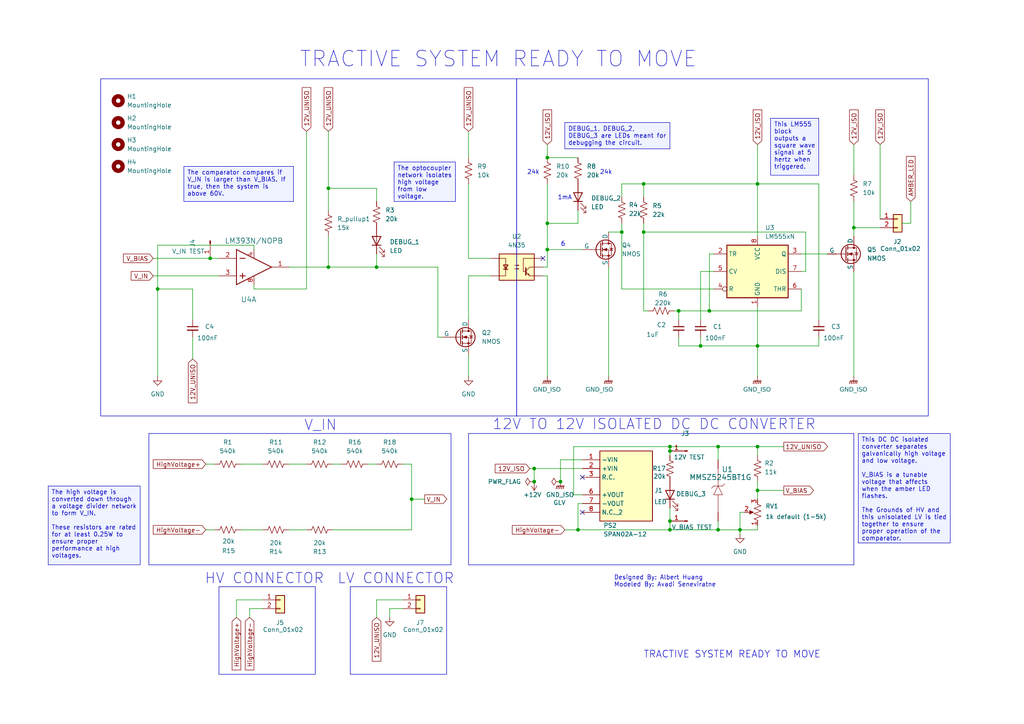
<source format=kicad_sch>
(kicad_sch
	(version 20250114)
	(generator "eeschema")
	(generator_version "9.0")
	(uuid "ec2b8551-75c2-4864-b31d-b681332831c2")
	(paper "A4")
	(lib_symbols
		(symbol "2025-02-03_19-55-47:LM393N_NOPB"
			(pin_names
				(offset 0.254)
				(hide yes)
			)
			(exclude_from_sim no)
			(in_bom yes)
			(on_board yes)
			(property "Reference" "U4"
				(at 3.556 -14.478 0)
				(effects
					(font
						(size 1.524 1.524)
					)
				)
			)
			(property "Value" "LM393N/NOPB"
				(at 5.08 2.54 0)
				(effects
					(font
						(size 1.524 1.524)
					)
				)
			)
			(property "Footprint" "N08E"
				(at 0 0 0)
				(effects
					(font
						(size 1.27 1.27)
						(italic yes)
					)
					(hide yes)
				)
			)
			(property "Datasheet" "LM393N/NOPB"
				(at 0 0 0)
				(effects
					(font
						(size 1.27 1.27)
						(italic yes)
					)
					(hide yes)
				)
			)
			(property "Description" ""
				(at 0 0 0)
				(effects
					(font
						(size 1.27 1.27)
					)
					(hide yes)
				)
			)
			(property "ki_locked" ""
				(at 0 0 0)
				(effects
					(font
						(size 1.27 1.27)
					)
				)
			)
			(property "ki_keywords" "LM393N/NOPB"
				(at 0 0 0)
				(effects
					(font
						(size 1.27 1.27)
					)
					(hide yes)
				)
			)
			(property "ki_fp_filters" "N08E"
				(at 0 0 0)
				(effects
					(font
						(size 1.27 1.27)
					)
					(hide yes)
				)
			)
			(symbol "LM393N_NOPB_1_1"
				(polyline
					(pts
						(xy 0 0) (xy 0 -10.16)
					)
					(stroke
						(width 0.254)
						(type default)
					)
					(fill
						(type none)
					)
				)
				(polyline
					(pts
						(xy 0 0) (xy 10.16 -5.08)
					)
					(stroke
						(width 0.254)
						(type default)
					)
					(fill
						(type none)
					)
				)
				(polyline
					(pts
						(xy 0 -10.16) (xy 10.16 -5.08)
					)
					(stroke
						(width 0.254)
						(type default)
					)
					(fill
						(type none)
					)
				)
				(polyline
					(pts
						(xy 1.016 -2.54) (xy 2.54 -2.54)
					)
					(stroke
						(width 0.254)
						(type default)
					)
					(fill
						(type none)
					)
				)
				(polyline
					(pts
						(xy 1.016 -7.62) (xy 2.54 -7.62)
					)
					(stroke
						(width 0.254)
						(type default)
					)
					(fill
						(type none)
					)
				)
				(polyline
					(pts
						(xy 1.778 -6.858) (xy 1.778 -8.382)
					)
					(stroke
						(width 0.254)
						(type default)
					)
					(fill
						(type none)
					)
				)
				(pin input line
					(at -5.08 -2.54 0)
					(length 5.08)
					(name "IN-"
						(effects
							(font
								(size 1.27 1.27)
							)
						)
					)
					(number "2"
						(effects
							(font
								(size 1.27 1.27)
							)
						)
					)
				)
				(pin input line
					(at -5.08 -7.62 0)
					(length 5.08)
					(name "IN+"
						(effects
							(font
								(size 1.27 1.27)
							)
						)
					)
					(number "3"
						(effects
							(font
								(size 1.27 1.27)
							)
						)
					)
				)
				(pin input line
					(at 5.08 0 270)
					(length 2.54)
					(name "GND"
						(effects
							(font
								(size 1.27 1.27)
							)
						)
					)
					(number "4"
						(effects
							(font
								(size 1.27 1.27)
							)
						)
					)
				)
				(pin input line
					(at 5.08 -10.16 90)
					(length 2.54)
					(name "V+"
						(effects
							(font
								(size 1.27 1.27)
							)
						)
					)
					(number "8"
						(effects
							(font
								(size 1.27 1.27)
							)
						)
					)
				)
				(pin output line
					(at 15.24 -5.08 180)
					(length 5.08)
					(name "OUT"
						(effects
							(font
								(size 1.27 1.27)
							)
						)
					)
					(number "1"
						(effects
							(font
								(size 1.27 1.27)
							)
						)
					)
				)
			)
			(symbol "LM393N_NOPB_1_2"
				(polyline
					(pts
						(xy 0 0) (xy 0 -10.16)
					)
					(stroke
						(width 0.254)
						(type default)
					)
					(fill
						(type none)
					)
				)
				(polyline
					(pts
						(xy 0 0) (xy 10.16 -5.08)
					)
					(stroke
						(width 0.254)
						(type default)
					)
					(fill
						(type none)
					)
				)
				(polyline
					(pts
						(xy 0 -10.16) (xy 10.16 -5.08)
					)
					(stroke
						(width 0.254)
						(type default)
					)
					(fill
						(type none)
					)
				)
				(polyline
					(pts
						(xy 1.016 -2.54) (xy 2.54 -2.54)
					)
					(stroke
						(width 0.254)
						(type default)
					)
					(fill
						(type none)
					)
				)
				(polyline
					(pts
						(xy 1.016 -7.62) (xy 2.54 -7.62)
					)
					(stroke
						(width 0.254)
						(type default)
					)
					(fill
						(type none)
					)
				)
				(polyline
					(pts
						(xy 1.778 -6.858) (xy 1.778 -8.382)
					)
					(stroke
						(width 0.254)
						(type default)
					)
					(fill
						(type none)
					)
				)
				(pin input line
					(at -5.08 -2.54 0)
					(length 5.08)
					(name "IN-"
						(effects
							(font
								(size 1.27 1.27)
							)
						)
					)
					(number "2"
						(effects
							(font
								(size 1.27 1.27)
							)
						)
					)
				)
				(pin input line
					(at -5.08 -7.62 0)
					(length 5.08)
					(name "IN+"
						(effects
							(font
								(size 1.27 1.27)
							)
						)
					)
					(number "3"
						(effects
							(font
								(size 1.27 1.27)
							)
						)
					)
				)
				(pin output line
					(at 15.24 -5.08 180)
					(length 5.08)
					(name "OUT"
						(effects
							(font
								(size 1.27 1.27)
							)
						)
					)
					(number "1"
						(effects
							(font
								(size 1.27 1.27)
							)
						)
					)
				)
			)
			(symbol "LM393N_NOPB_2_1"
				(polyline
					(pts
						(xy 0 0) (xy 0 -10.16)
					)
					(stroke
						(width 0.254)
						(type default)
					)
					(fill
						(type none)
					)
				)
				(polyline
					(pts
						(xy 0 0) (xy 10.16 -5.08)
					)
					(stroke
						(width 0.254)
						(type default)
					)
					(fill
						(type none)
					)
				)
				(polyline
					(pts
						(xy 0 -10.16) (xy 10.16 -5.08)
					)
					(stroke
						(width 0.254)
						(type default)
					)
					(fill
						(type none)
					)
				)
				(polyline
					(pts
						(xy 1.016 -2.54) (xy 2.54 -2.54)
					)
					(stroke
						(width 0.254)
						(type default)
					)
					(fill
						(type none)
					)
				)
				(polyline
					(pts
						(xy 1.016 -7.62) (xy 2.54 -7.62)
					)
					(stroke
						(width 0.254)
						(type default)
					)
					(fill
						(type none)
					)
				)
				(polyline
					(pts
						(xy 1.778 -6.858) (xy 1.778 -8.382)
					)
					(stroke
						(width 0.254)
						(type default)
					)
					(fill
						(type none)
					)
				)
				(polyline
					(pts
						(xy 5.08 0) (xy 5.08 -2.54)
					)
					(stroke
						(width 0.254)
						(type default)
					)
					(fill
						(type none)
					)
				)
				(polyline
					(pts
						(xy 5.08 -7.62) (xy 5.08 -10.16)
					)
					(stroke
						(width 0.254)
						(type default)
					)
					(fill
						(type none)
					)
				)
				(pin input line
					(at -5.08 -2.54 0)
					(length 5.08)
					(name "IN-"
						(effects
							(font
								(size 1.27 1.27)
							)
						)
					)
					(number "6"
						(effects
							(font
								(size 1.27 1.27)
							)
						)
					)
				)
				(pin input line
					(at -5.08 -7.62 0)
					(length 5.08)
					(name "IN+"
						(effects
							(font
								(size 1.27 1.27)
							)
						)
					)
					(number "5"
						(effects
							(font
								(size 1.27 1.27)
							)
						)
					)
				)
				(pin output line
					(at 15.24 -5.08 180)
					(length 5.08)
					(name "OUT"
						(effects
							(font
								(size 1.27 1.27)
							)
						)
					)
					(number "7"
						(effects
							(font
								(size 1.27 1.27)
							)
						)
					)
				)
			)
			(symbol "LM393N_NOPB_2_2"
				(polyline
					(pts
						(xy 0 0) (xy 0 -10.16)
					)
					(stroke
						(width 0.254)
						(type default)
					)
					(fill
						(type none)
					)
				)
				(polyline
					(pts
						(xy 0 0) (xy 10.16 -5.08)
					)
					(stroke
						(width 0.254)
						(type default)
					)
					(fill
						(type none)
					)
				)
				(polyline
					(pts
						(xy 0 -10.16) (xy 10.16 -5.08)
					)
					(stroke
						(width 0.254)
						(type default)
					)
					(fill
						(type none)
					)
				)
				(polyline
					(pts
						(xy 1.016 -2.54) (xy 2.54 -2.54)
					)
					(stroke
						(width 0.254)
						(type default)
					)
					(fill
						(type none)
					)
				)
				(polyline
					(pts
						(xy 1.016 -7.62) (xy 2.54 -7.62)
					)
					(stroke
						(width 0.254)
						(type default)
					)
					(fill
						(type none)
					)
				)
				(polyline
					(pts
						(xy 1.778 -6.858) (xy 1.778 -8.382)
					)
					(stroke
						(width 0.254)
						(type default)
					)
					(fill
						(type none)
					)
				)
				(pin input line
					(at -5.08 -2.54 0)
					(length 5.08)
					(name "IN-"
						(effects
							(font
								(size 1.27 1.27)
							)
						)
					)
					(number "6"
						(effects
							(font
								(size 1.27 1.27)
							)
						)
					)
				)
				(pin input line
					(at -5.08 -7.62 0)
					(length 5.08)
					(name "IN+"
						(effects
							(font
								(size 1.27 1.27)
							)
						)
					)
					(number "5"
						(effects
							(font
								(size 1.27 1.27)
							)
						)
					)
				)
				(pin output line
					(at 15.24 -5.08 180)
					(length 5.08)
					(name "OUT"
						(effects
							(font
								(size 1.27 1.27)
							)
						)
					)
					(number "7"
						(effects
							(font
								(size 1.27 1.27)
							)
						)
					)
				)
			)
			(embedded_fonts no)
		)
		(symbol "2025-02-06_09-51-02:MMSZ5245BT1G"
			(pin_numbers
				(hide yes)
			)
			(pin_names
				(offset 0.254)
				(hide yes)
			)
			(exclude_from_sim no)
			(in_bom yes)
			(on_board yes)
			(property "Reference" "U"
				(at 8.89 5.08 0)
				(effects
					(font
						(size 1.524 1.524)
					)
				)
			)
			(property "Value" "MMSZ5245BT1G"
				(at 0 0 0)
				(effects
					(font
						(size 1.524 1.524)
					)
				)
			)
			(property "Footprint" "SOD-123_ONS"
				(at 0 0 0)
				(effects
					(font
						(size 1.27 1.27)
						(italic yes)
					)
					(hide yes)
				)
			)
			(property "Datasheet" "MMSZ5245BT1G"
				(at 0 0 0)
				(effects
					(font
						(size 1.27 1.27)
						(italic yes)
					)
					(hide yes)
				)
			)
			(property "Description" ""
				(at 0 0 0)
				(effects
					(font
						(size 1.27 1.27)
					)
					(hide yes)
				)
			)
			(property "ki_locked" ""
				(at 0 0 0)
				(effects
					(font
						(size 1.27 1.27)
					)
				)
			)
			(property "ki_keywords" "MMSZ5245BT1G"
				(at 0 0 0)
				(effects
					(font
						(size 1.27 1.27)
					)
					(hide yes)
				)
			)
			(property "ki_fp_filters" "SOD-123_ONS SOD-123_ONS-M SOD-123_ONS-L"
				(at 0 0 0)
				(effects
					(font
						(size 1.27 1.27)
					)
					(hide yes)
				)
			)
			(symbol "MMSZ5245BT1G_0_1"
				(polyline
					(pts
						(xy 2.54 0) (xy 7.62 0)
					)
					(stroke
						(width 0.127)
						(type default)
					)
					(fill
						(type none)
					)
				)
				(polyline
					(pts
						(xy 7.62 1.27) (xy 6.985 1.905)
					)
					(stroke
						(width 0.127)
						(type default)
					)
					(fill
						(type none)
					)
				)
				(polyline
					(pts
						(xy 7.62 -1.27) (xy 7.62 1.27)
					)
					(stroke
						(width 0.127)
						(type default)
					)
					(fill
						(type none)
					)
				)
				(polyline
					(pts
						(xy 7.62 -1.27) (xy 8.255 -1.905)
					)
					(stroke
						(width 0.127)
						(type default)
					)
					(fill
						(type none)
					)
				)
				(polyline
					(pts
						(xy 10.16 1.27) (xy 7.62 0)
					)
					(stroke
						(width 0.127)
						(type default)
					)
					(fill
						(type none)
					)
				)
				(polyline
					(pts
						(xy 10.16 -1.27) (xy 7.62 0)
					)
					(stroke
						(width 0.127)
						(type default)
					)
					(fill
						(type none)
					)
				)
				(polyline
					(pts
						(xy 10.16 -1.27) (xy 10.16 1.27)
					)
					(stroke
						(width 0.127)
						(type default)
					)
					(fill
						(type none)
					)
				)
				(polyline
					(pts
						(xy 15.24 0) (xy 10.16 0)
					)
					(stroke
						(width 0.127)
						(type default)
					)
					(fill
						(type none)
					)
				)
				(pin unspecified line
					(at 0 0 0)
					(length 2.54)
					(name "CATHODE"
						(effects
							(font
								(size 1.27 1.27)
							)
						)
					)
					(number "1"
						(effects
							(font
								(size 1.27 1.27)
							)
						)
					)
				)
				(pin unspecified line
					(at 17.78 0 180)
					(length 2.54)
					(name "ANODE"
						(effects
							(font
								(size 1.27 1.27)
							)
						)
					)
					(number "2"
						(effects
							(font
								(size 1.27 1.27)
							)
						)
					)
				)
			)
			(embedded_fonts no)
		)
		(symbol "Connector:Conn_01x01_Pin"
			(pin_names
				(offset 1.016)
				(hide yes)
			)
			(exclude_from_sim no)
			(in_bom yes)
			(on_board yes)
			(property "Reference" "J"
				(at 0 2.54 0)
				(effects
					(font
						(size 1.27 1.27)
					)
				)
			)
			(property "Value" "Conn_01x01_Pin"
				(at 0 -2.54 0)
				(effects
					(font
						(size 1.27 1.27)
					)
				)
			)
			(property "Footprint" ""
				(at 0 0 0)
				(effects
					(font
						(size 1.27 1.27)
					)
					(hide yes)
				)
			)
			(property "Datasheet" "~"
				(at 0 0 0)
				(effects
					(font
						(size 1.27 1.27)
					)
					(hide yes)
				)
			)
			(property "Description" "Generic connector, single row, 01x01, script generated"
				(at 0 0 0)
				(effects
					(font
						(size 1.27 1.27)
					)
					(hide yes)
				)
			)
			(property "ki_locked" ""
				(at 0 0 0)
				(effects
					(font
						(size 1.27 1.27)
					)
				)
			)
			(property "ki_keywords" "connector"
				(at 0 0 0)
				(effects
					(font
						(size 1.27 1.27)
					)
					(hide yes)
				)
			)
			(property "ki_fp_filters" "Connector*:*_1x??_*"
				(at 0 0 0)
				(effects
					(font
						(size 1.27 1.27)
					)
					(hide yes)
				)
			)
			(symbol "Conn_01x01_Pin_1_1"
				(rectangle
					(start 0.8636 0.127)
					(end 0 -0.127)
					(stroke
						(width 0.1524)
						(type default)
					)
					(fill
						(type outline)
					)
				)
				(polyline
					(pts
						(xy 1.27 0) (xy 0.8636 0)
					)
					(stroke
						(width 0.1524)
						(type default)
					)
					(fill
						(type none)
					)
				)
				(pin passive line
					(at 5.08 0 180)
					(length 3.81)
					(name "Pin_1"
						(effects
							(font
								(size 1.27 1.27)
							)
						)
					)
					(number "1"
						(effects
							(font
								(size 1.27 1.27)
							)
						)
					)
				)
			)
			(embedded_fonts no)
		)
		(symbol "Connector_Generic:Conn_01x02"
			(pin_names
				(offset 1.016)
				(hide yes)
			)
			(exclude_from_sim no)
			(in_bom yes)
			(on_board yes)
			(property "Reference" "J"
				(at 0 2.54 0)
				(effects
					(font
						(size 1.27 1.27)
					)
				)
			)
			(property "Value" "Conn_01x02"
				(at 0 -5.08 0)
				(effects
					(font
						(size 1.27 1.27)
					)
				)
			)
			(property "Footprint" ""
				(at 0 0 0)
				(effects
					(font
						(size 1.27 1.27)
					)
					(hide yes)
				)
			)
			(property "Datasheet" "~"
				(at 0 0 0)
				(effects
					(font
						(size 1.27 1.27)
					)
					(hide yes)
				)
			)
			(property "Description" "Generic connector, single row, 01x02, script generated (kicad-library-utils/schlib/autogen/connector/)"
				(at 0 0 0)
				(effects
					(font
						(size 1.27 1.27)
					)
					(hide yes)
				)
			)
			(property "ki_keywords" "connector"
				(at 0 0 0)
				(effects
					(font
						(size 1.27 1.27)
					)
					(hide yes)
				)
			)
			(property "ki_fp_filters" "Connector*:*_1x??_*"
				(at 0 0 0)
				(effects
					(font
						(size 1.27 1.27)
					)
					(hide yes)
				)
			)
			(symbol "Conn_01x02_1_1"
				(rectangle
					(start -1.27 1.27)
					(end 1.27 -3.81)
					(stroke
						(width 0.254)
						(type default)
					)
					(fill
						(type background)
					)
				)
				(rectangle
					(start -1.27 0.127)
					(end 0 -0.127)
					(stroke
						(width 0.1524)
						(type default)
					)
					(fill
						(type none)
					)
				)
				(rectangle
					(start -1.27 -2.413)
					(end 0 -2.667)
					(stroke
						(width 0.1524)
						(type default)
					)
					(fill
						(type none)
					)
				)
				(pin passive line
					(at -5.08 0 0)
					(length 3.81)
					(name "Pin_1"
						(effects
							(font
								(size 1.27 1.27)
							)
						)
					)
					(number "1"
						(effects
							(font
								(size 1.27 1.27)
							)
						)
					)
				)
				(pin passive line
					(at -5.08 -2.54 0)
					(length 3.81)
					(name "Pin_2"
						(effects
							(font
								(size 1.27 1.27)
							)
						)
					)
					(number "2"
						(effects
							(font
								(size 1.27 1.27)
							)
						)
					)
				)
			)
			(embedded_fonts no)
		)
		(symbol "Device:C_Small"
			(pin_numbers
				(hide yes)
			)
			(pin_names
				(offset 0.254)
				(hide yes)
			)
			(exclude_from_sim no)
			(in_bom yes)
			(on_board yes)
			(property "Reference" "C"
				(at 0.254 1.778 0)
				(effects
					(font
						(size 1.27 1.27)
					)
					(justify left)
				)
			)
			(property "Value" "C_Small"
				(at 0.254 -2.032 0)
				(effects
					(font
						(size 1.27 1.27)
					)
					(justify left)
				)
			)
			(property "Footprint" ""
				(at 0 0 0)
				(effects
					(font
						(size 1.27 1.27)
					)
					(hide yes)
				)
			)
			(property "Datasheet" "~"
				(at 0 0 0)
				(effects
					(font
						(size 1.27 1.27)
					)
					(hide yes)
				)
			)
			(property "Description" "Unpolarized capacitor, small symbol"
				(at 0 0 0)
				(effects
					(font
						(size 1.27 1.27)
					)
					(hide yes)
				)
			)
			(property "ki_keywords" "capacitor cap"
				(at 0 0 0)
				(effects
					(font
						(size 1.27 1.27)
					)
					(hide yes)
				)
			)
			(property "ki_fp_filters" "C_*"
				(at 0 0 0)
				(effects
					(font
						(size 1.27 1.27)
					)
					(hide yes)
				)
			)
			(symbol "C_Small_0_1"
				(polyline
					(pts
						(xy -1.524 0.508) (xy 1.524 0.508)
					)
					(stroke
						(width 0.3048)
						(type default)
					)
					(fill
						(type none)
					)
				)
				(polyline
					(pts
						(xy -1.524 -0.508) (xy 1.524 -0.508)
					)
					(stroke
						(width 0.3302)
						(type default)
					)
					(fill
						(type none)
					)
				)
			)
			(symbol "C_Small_1_1"
				(pin passive line
					(at 0 2.54 270)
					(length 2.032)
					(name "~"
						(effects
							(font
								(size 1.27 1.27)
							)
						)
					)
					(number "1"
						(effects
							(font
								(size 1.27 1.27)
							)
						)
					)
				)
				(pin passive line
					(at 0 -2.54 90)
					(length 2.032)
					(name "~"
						(effects
							(font
								(size 1.27 1.27)
							)
						)
					)
					(number "2"
						(effects
							(font
								(size 1.27 1.27)
							)
						)
					)
				)
			)
			(embedded_fonts no)
		)
		(symbol "Device:LED"
			(pin_numbers
				(hide yes)
			)
			(pin_names
				(offset 1.016)
				(hide yes)
			)
			(exclude_from_sim no)
			(in_bom yes)
			(on_board yes)
			(property "Reference" "D"
				(at 0 2.54 0)
				(effects
					(font
						(size 1.27 1.27)
					)
				)
			)
			(property "Value" "LED"
				(at 0 -2.54 0)
				(effects
					(font
						(size 1.27 1.27)
					)
				)
			)
			(property "Footprint" ""
				(at 0 0 0)
				(effects
					(font
						(size 1.27 1.27)
					)
					(hide yes)
				)
			)
			(property "Datasheet" "~"
				(at 0 0 0)
				(effects
					(font
						(size 1.27 1.27)
					)
					(hide yes)
				)
			)
			(property "Description" "Light emitting diode"
				(at 0 0 0)
				(effects
					(font
						(size 1.27 1.27)
					)
					(hide yes)
				)
			)
			(property "ki_keywords" "LED diode"
				(at 0 0 0)
				(effects
					(font
						(size 1.27 1.27)
					)
					(hide yes)
				)
			)
			(property "ki_fp_filters" "LED* LED_SMD:* LED_THT:*"
				(at 0 0 0)
				(effects
					(font
						(size 1.27 1.27)
					)
					(hide yes)
				)
			)
			(symbol "LED_0_1"
				(polyline
					(pts
						(xy -3.048 -0.762) (xy -4.572 -2.286) (xy -3.81 -2.286) (xy -4.572 -2.286) (xy -4.572 -1.524)
					)
					(stroke
						(width 0)
						(type default)
					)
					(fill
						(type none)
					)
				)
				(polyline
					(pts
						(xy -1.778 -0.762) (xy -3.302 -2.286) (xy -2.54 -2.286) (xy -3.302 -2.286) (xy -3.302 -1.524)
					)
					(stroke
						(width 0)
						(type default)
					)
					(fill
						(type none)
					)
				)
				(polyline
					(pts
						(xy -1.27 0) (xy 1.27 0)
					)
					(stroke
						(width 0)
						(type default)
					)
					(fill
						(type none)
					)
				)
				(polyline
					(pts
						(xy -1.27 -1.27) (xy -1.27 1.27)
					)
					(stroke
						(width 0.254)
						(type default)
					)
					(fill
						(type none)
					)
				)
				(polyline
					(pts
						(xy 1.27 -1.27) (xy 1.27 1.27) (xy -1.27 0) (xy 1.27 -1.27)
					)
					(stroke
						(width 0.254)
						(type default)
					)
					(fill
						(type none)
					)
				)
			)
			(symbol "LED_1_1"
				(pin passive line
					(at -3.81 0 0)
					(length 2.54)
					(name "K"
						(effects
							(font
								(size 1.27 1.27)
							)
						)
					)
					(number "1"
						(effects
							(font
								(size 1.27 1.27)
							)
						)
					)
				)
				(pin passive line
					(at 3.81 0 180)
					(length 2.54)
					(name "A"
						(effects
							(font
								(size 1.27 1.27)
							)
						)
					)
					(number "2"
						(effects
							(font
								(size 1.27 1.27)
							)
						)
					)
				)
			)
			(embedded_fonts no)
		)
		(symbol "Device:R_Potentiometer_US"
			(pin_names
				(offset 1.016)
				(hide yes)
			)
			(exclude_from_sim no)
			(in_bom yes)
			(on_board yes)
			(property "Reference" "RV"
				(at -4.445 0 90)
				(effects
					(font
						(size 1.27 1.27)
					)
				)
			)
			(property "Value" "R_Potentiometer_US"
				(at -2.54 0 90)
				(effects
					(font
						(size 1.27 1.27)
					)
				)
			)
			(property "Footprint" ""
				(at 0 0 0)
				(effects
					(font
						(size 1.27 1.27)
					)
					(hide yes)
				)
			)
			(property "Datasheet" "~"
				(at 0 0 0)
				(effects
					(font
						(size 1.27 1.27)
					)
					(hide yes)
				)
			)
			(property "Description" "Potentiometer, US symbol"
				(at 0 0 0)
				(effects
					(font
						(size 1.27 1.27)
					)
					(hide yes)
				)
			)
			(property "ki_keywords" "resistor variable"
				(at 0 0 0)
				(effects
					(font
						(size 1.27 1.27)
					)
					(hide yes)
				)
			)
			(property "ki_fp_filters" "Potentiometer*"
				(at 0 0 0)
				(effects
					(font
						(size 1.27 1.27)
					)
					(hide yes)
				)
			)
			(symbol "R_Potentiometer_US_0_1"
				(polyline
					(pts
						(xy 0 2.54) (xy 0 2.286)
					)
					(stroke
						(width 0)
						(type default)
					)
					(fill
						(type none)
					)
				)
				(polyline
					(pts
						(xy 0 2.286) (xy 1.016 1.905) (xy 0 1.524) (xy -1.016 1.143) (xy 0 0.762)
					)
					(stroke
						(width 0)
						(type default)
					)
					(fill
						(type none)
					)
				)
				(polyline
					(pts
						(xy 0 0.762) (xy 1.016 0.381) (xy 0 0) (xy -1.016 -0.381) (xy 0 -0.762)
					)
					(stroke
						(width 0)
						(type default)
					)
					(fill
						(type none)
					)
				)
				(polyline
					(pts
						(xy 0 -0.762) (xy 1.016 -1.143) (xy 0 -1.524) (xy -1.016 -1.905) (xy 0 -2.286)
					)
					(stroke
						(width 0)
						(type default)
					)
					(fill
						(type none)
					)
				)
				(polyline
					(pts
						(xy 0 -2.286) (xy 0 -2.54)
					)
					(stroke
						(width 0)
						(type default)
					)
					(fill
						(type none)
					)
				)
				(polyline
					(pts
						(xy 1.143 0) (xy 2.286 0.508) (xy 2.286 -0.508) (xy 1.143 0)
					)
					(stroke
						(width 0)
						(type default)
					)
					(fill
						(type outline)
					)
				)
				(polyline
					(pts
						(xy 2.54 0) (xy 1.524 0)
					)
					(stroke
						(width 0)
						(type default)
					)
					(fill
						(type none)
					)
				)
			)
			(symbol "R_Potentiometer_US_1_1"
				(pin passive line
					(at 0 3.81 270)
					(length 1.27)
					(name "1"
						(effects
							(font
								(size 1.27 1.27)
							)
						)
					)
					(number "1"
						(effects
							(font
								(size 1.27 1.27)
							)
						)
					)
				)
				(pin passive line
					(at 0 -3.81 90)
					(length 1.27)
					(name "3"
						(effects
							(font
								(size 1.27 1.27)
							)
						)
					)
					(number "3"
						(effects
							(font
								(size 1.27 1.27)
							)
						)
					)
				)
				(pin passive line
					(at 3.81 0 180)
					(length 1.27)
					(name "2"
						(effects
							(font
								(size 1.27 1.27)
							)
						)
					)
					(number "2"
						(effects
							(font
								(size 1.27 1.27)
							)
						)
					)
				)
			)
			(embedded_fonts no)
		)
		(symbol "Device:R_US"
			(pin_numbers
				(hide yes)
			)
			(pin_names
				(offset 0)
			)
			(exclude_from_sim no)
			(in_bom yes)
			(on_board yes)
			(property "Reference" "R"
				(at 2.54 0 90)
				(effects
					(font
						(size 1.27 1.27)
					)
				)
			)
			(property "Value" "R_US"
				(at -2.54 0 90)
				(effects
					(font
						(size 1.27 1.27)
					)
				)
			)
			(property "Footprint" ""
				(at 1.016 -0.254 90)
				(effects
					(font
						(size 1.27 1.27)
					)
					(hide yes)
				)
			)
			(property "Datasheet" "~"
				(at 0 0 0)
				(effects
					(font
						(size 1.27 1.27)
					)
					(hide yes)
				)
			)
			(property "Description" "Resistor, US symbol"
				(at 0 0 0)
				(effects
					(font
						(size 1.27 1.27)
					)
					(hide yes)
				)
			)
			(property "ki_keywords" "R res resistor"
				(at 0 0 0)
				(effects
					(font
						(size 1.27 1.27)
					)
					(hide yes)
				)
			)
			(property "ki_fp_filters" "R_*"
				(at 0 0 0)
				(effects
					(font
						(size 1.27 1.27)
					)
					(hide yes)
				)
			)
			(symbol "R_US_0_1"
				(polyline
					(pts
						(xy 0 2.286) (xy 0 2.54)
					)
					(stroke
						(width 0)
						(type default)
					)
					(fill
						(type none)
					)
				)
				(polyline
					(pts
						(xy 0 2.286) (xy 1.016 1.905) (xy 0 1.524) (xy -1.016 1.143) (xy 0 0.762)
					)
					(stroke
						(width 0)
						(type default)
					)
					(fill
						(type none)
					)
				)
				(polyline
					(pts
						(xy 0 0.762) (xy 1.016 0.381) (xy 0 0) (xy -1.016 -0.381) (xy 0 -0.762)
					)
					(stroke
						(width 0)
						(type default)
					)
					(fill
						(type none)
					)
				)
				(polyline
					(pts
						(xy 0 -0.762) (xy 1.016 -1.143) (xy 0 -1.524) (xy -1.016 -1.905) (xy 0 -2.286)
					)
					(stroke
						(width 0)
						(type default)
					)
					(fill
						(type none)
					)
				)
				(polyline
					(pts
						(xy 0 -2.286) (xy 0 -2.54)
					)
					(stroke
						(width 0)
						(type default)
					)
					(fill
						(type none)
					)
				)
			)
			(symbol "R_US_1_1"
				(pin passive line
					(at 0 3.81 270)
					(length 1.27)
					(name "~"
						(effects
							(font
								(size 1.27 1.27)
							)
						)
					)
					(number "1"
						(effects
							(font
								(size 1.27 1.27)
							)
						)
					)
				)
				(pin passive line
					(at 0 -3.81 90)
					(length 1.27)
					(name "~"
						(effects
							(font
								(size 1.27 1.27)
							)
						)
					)
					(number "2"
						(effects
							(font
								(size 1.27 1.27)
							)
						)
					)
				)
			)
			(embedded_fonts no)
		)
		(symbol "Isolator:4N35"
			(pin_numbers
				(hide yes)
			)
			(pin_names
				(offset 1.016)
			)
			(exclude_from_sim no)
			(in_bom yes)
			(on_board yes)
			(property "Reference" "U"
				(at -5.08 5.08 0)
				(effects
					(font
						(size 1.27 1.27)
					)
					(justify left)
				)
			)
			(property "Value" "4N35"
				(at 0 5.08 0)
				(effects
					(font
						(size 1.27 1.27)
					)
					(justify left)
				)
			)
			(property "Footprint" "Package_DIP:DIP-6_W7.62mm"
				(at -5.08 -5.08 0)
				(effects
					(font
						(size 1.27 1.27)
						(italic yes)
					)
					(justify left)
					(hide yes)
				)
			)
			(property "Datasheet" "https://www.vishay.com/docs/81181/4n35.pdf"
				(at 0 0 0)
				(effects
					(font
						(size 1.27 1.27)
					)
					(justify left)
					(hide yes)
				)
			)
			(property "Description" "Optocoupler, Phototransistor Output, with Base Connection, Vce 70V, CTR 100%, Viso 5000V, DIP6"
				(at 0 0 0)
				(effects
					(font
						(size 1.27 1.27)
					)
					(hide yes)
				)
			)
			(property "ki_keywords" "NPN DC Optocoupler Base Connected"
				(at 0 0 0)
				(effects
					(font
						(size 1.27 1.27)
					)
					(hide yes)
				)
			)
			(property "ki_fp_filters" "DIP*W7.62mm*"
				(at 0 0 0)
				(effects
					(font
						(size 1.27 1.27)
					)
					(hide yes)
				)
			)
			(symbol "4N35_0_1"
				(rectangle
					(start -5.08 3.81)
					(end 5.08 -3.81)
					(stroke
						(width 0.254)
						(type default)
					)
					(fill
						(type background)
					)
				)
				(polyline
					(pts
						(xy -5.08 -2.54) (xy -3.175 -2.54) (xy -3.175 2.54) (xy -5.08 2.54)
					)
					(stroke
						(width 0)
						(type default)
					)
					(fill
						(type none)
					)
				)
				(polyline
					(pts
						(xy -3.81 -0.635) (xy -2.54 -0.635)
					)
					(stroke
						(width 0.254)
						(type default)
					)
					(fill
						(type none)
					)
				)
				(polyline
					(pts
						(xy -3.175 -0.635) (xy -3.81 0.635) (xy -2.54 0.635) (xy -3.175 -0.635)
					)
					(stroke
						(width 0.254)
						(type default)
					)
					(fill
						(type none)
					)
				)
				(polyline
					(pts
						(xy -0.635 0.508) (xy 0.635 0.508) (xy 0.254 0.381) (xy 0.254 0.635) (xy 0.635 0.508)
					)
					(stroke
						(width 0)
						(type default)
					)
					(fill
						(type none)
					)
				)
				(polyline
					(pts
						(xy -0.635 -0.508) (xy 0.635 -0.508) (xy 0.254 -0.635) (xy 0.254 -0.381) (xy 0.635 -0.508)
					)
					(stroke
						(width 0)
						(type default)
					)
					(fill
						(type none)
					)
				)
				(polyline
					(pts
						(xy 2.667 -0.254) (xy 2.667 -2.286) (xy 2.667 -2.286)
					)
					(stroke
						(width 0.3556)
						(type default)
					)
					(fill
						(type none)
					)
				)
				(polyline
					(pts
						(xy 2.667 -1.143) (xy 3.81 0)
					)
					(stroke
						(width 0)
						(type default)
					)
					(fill
						(type none)
					)
				)
				(polyline
					(pts
						(xy 2.667 -1.397) (xy 3.81 -2.54)
					)
					(stroke
						(width 0)
						(type default)
					)
					(fill
						(type none)
					)
				)
				(polyline
					(pts
						(xy 3.683 -2.413) (xy 3.429 -1.905) (xy 3.175 -2.159) (xy 3.683 -2.413)
					)
					(stroke
						(width 0)
						(type default)
					)
					(fill
						(type none)
					)
				)
				(polyline
					(pts
						(xy 3.81 0) (xy 5.08 0)
					)
					(stroke
						(width 0)
						(type default)
					)
					(fill
						(type none)
					)
				)
				(polyline
					(pts
						(xy 3.81 -2.54) (xy 5.08 -2.54)
					)
					(stroke
						(width 0)
						(type default)
					)
					(fill
						(type none)
					)
				)
				(polyline
					(pts
						(xy 5.08 2.54) (xy 1.905 2.54) (xy 1.905 -1.27) (xy 2.54 -1.27)
					)
					(stroke
						(width 0)
						(type default)
					)
					(fill
						(type none)
					)
				)
			)
			(symbol "4N35_1_1"
				(pin passive line
					(at -7.62 2.54 0)
					(length 2.54)
					(name "~"
						(effects
							(font
								(size 1.27 1.27)
							)
						)
					)
					(number "1"
						(effects
							(font
								(size 1.27 1.27)
							)
						)
					)
				)
				(pin passive line
					(at -7.62 -2.54 0)
					(length 2.54)
					(name "~"
						(effects
							(font
								(size 1.27 1.27)
							)
						)
					)
					(number "2"
						(effects
							(font
								(size 1.27 1.27)
							)
						)
					)
				)
				(pin no_connect line
					(at -5.08 0 0)
					(length 2.54)
					(hide yes)
					(name "NC"
						(effects
							(font
								(size 1.27 1.27)
							)
						)
					)
					(number "3"
						(effects
							(font
								(size 1.27 1.27)
							)
						)
					)
				)
				(pin passive line
					(at 7.62 2.54 180)
					(length 2.54)
					(name "~"
						(effects
							(font
								(size 1.27 1.27)
							)
						)
					)
					(number "6"
						(effects
							(font
								(size 1.27 1.27)
							)
						)
					)
				)
				(pin passive line
					(at 7.62 0 180)
					(length 2.54)
					(name "~"
						(effects
							(font
								(size 1.27 1.27)
							)
						)
					)
					(number "5"
						(effects
							(font
								(size 1.27 1.27)
							)
						)
					)
				)
				(pin passive line
					(at 7.62 -2.54 180)
					(length 2.54)
					(name "~"
						(effects
							(font
								(size 1.27 1.27)
							)
						)
					)
					(number "4"
						(effects
							(font
								(size 1.27 1.27)
							)
						)
					)
				)
			)
			(embedded_fonts no)
		)
		(symbol "Mechanical:MountingHole"
			(pin_names
				(offset 1.016)
			)
			(exclude_from_sim yes)
			(in_bom no)
			(on_board yes)
			(property "Reference" "H"
				(at 0 5.08 0)
				(effects
					(font
						(size 1.27 1.27)
					)
				)
			)
			(property "Value" "MountingHole"
				(at 0 3.175 0)
				(effects
					(font
						(size 1.27 1.27)
					)
				)
			)
			(property "Footprint" ""
				(at 0 0 0)
				(effects
					(font
						(size 1.27 1.27)
					)
					(hide yes)
				)
			)
			(property "Datasheet" "~"
				(at 0 0 0)
				(effects
					(font
						(size 1.27 1.27)
					)
					(hide yes)
				)
			)
			(property "Description" "Mounting Hole without connection"
				(at 0 0 0)
				(effects
					(font
						(size 1.27 1.27)
					)
					(hide yes)
				)
			)
			(property "ki_keywords" "mounting hole"
				(at 0 0 0)
				(effects
					(font
						(size 1.27 1.27)
					)
					(hide yes)
				)
			)
			(property "ki_fp_filters" "MountingHole*"
				(at 0 0 0)
				(effects
					(font
						(size 1.27 1.27)
					)
					(hide yes)
				)
			)
			(symbol "MountingHole_0_1"
				(circle
					(center 0 0)
					(radius 1.27)
					(stroke
						(width 1.27)
						(type default)
					)
					(fill
						(type none)
					)
				)
			)
			(embedded_fonts no)
		)
		(symbol "SPAN02A-12:SPAN02A-12"
			(exclude_from_sim no)
			(in_bom yes)
			(on_board yes)
			(property "Reference" "PS2"
				(at 6.096 -19.05 0)
				(effects
					(font
						(size 1.27 1.27)
					)
					(justify left)
				)
			)
			(property "Value" "SPAN02A-12"
				(at 6.096 -21.59 0)
				(effects
					(font
						(size 1.27 1.27)
					)
					(justify left)
				)
			)
			(property "Footprint" "SPAN02A12:SPAN02A12"
				(at 21.59 -94.92 0)
				(effects
					(font
						(size 1.27 1.27)
					)
					(justify left top)
					(hide yes)
				)
			)
			(property "Datasheet" "https://datasheet.datasheetarchive.com/originals/distributors/DKDS-2/37032.pdf"
				(at 21.59 -194.92 0)
				(effects
					(font
						(size 1.27 1.27)
					)
					(justify left top)
					(hide yes)
				)
			)
			(property "Description" "Isolated DC/DC Converters 9-18Vin 12Vout 167mA SIP8 Reg Iso"
				(at 0 0 0)
				(effects
					(font
						(size 1.27 1.27)
					)
					(hide yes)
				)
			)
			(property "Height" "11.6"
				(at 21.59 -394.92 0)
				(effects
					(font
						(size 1.27 1.27)
					)
					(justify left top)
					(hide yes)
				)
			)
			(property "Mouser Part Number" "709-SPAN02A-12"
				(at 21.59 -494.92 0)
				(effects
					(font
						(size 1.27 1.27)
					)
					(justify left top)
					(hide yes)
				)
			)
			(property "Mouser Price/Stock" "https://www.mouser.co.uk/ProductDetail/MEAN-WELL/SPAN02A-12?qs=5aG0NVq1C4wxQqKsG84AkQ%3D%3D"
				(at 21.59 -594.92 0)
				(effects
					(font
						(size 1.27 1.27)
					)
					(justify left top)
					(hide yes)
				)
			)
			(property "Manufacturer_Name" "Mean Well"
				(at 21.59 -694.92 0)
				(effects
					(font
						(size 1.27 1.27)
					)
					(justify left top)
					(hide yes)
				)
			)
			(property "Manufacturer_Part_Number" "SPAN02A-12"
				(at 21.59 -794.92 0)
				(effects
					(font
						(size 1.27 1.27)
					)
					(justify left top)
					(hide yes)
				)
			)
			(symbol "SPAN02A-12_1_1"
				(rectangle
					(start 5.08 2.54)
					(end 20.32 -17.78)
					(stroke
						(width 0.254)
						(type default)
					)
					(fill
						(type background)
					)
				)
				(pin passive line
					(at 0 0 0)
					(length 5.08)
					(name "-VIN"
						(effects
							(font
								(size 1.27 1.27)
							)
						)
					)
					(number "1"
						(effects
							(font
								(size 1.27 1.27)
							)
						)
					)
				)
				(pin passive line
					(at 0 -2.54 0)
					(length 5.08)
					(name "+VIN"
						(effects
							(font
								(size 1.27 1.27)
							)
						)
					)
					(number "2"
						(effects
							(font
								(size 1.27 1.27)
							)
						)
					)
				)
				(pin passive line
					(at 0 -5.08 0)
					(length 5.08)
					(name "R.C."
						(effects
							(font
								(size 1.27 1.27)
							)
						)
					)
					(number "3"
						(effects
							(font
								(size 1.27 1.27)
							)
						)
					)
				)
				(pin passive line
					(at 0 -10.16 0)
					(length 5.08)
					(name "+VOUT"
						(effects
							(font
								(size 1.27 1.27)
							)
						)
					)
					(number "6"
						(effects
							(font
								(size 1.27 1.27)
							)
						)
					)
				)
				(pin passive line
					(at 0 -12.7 0)
					(length 5.08)
					(name "-VOUT"
						(effects
							(font
								(size 1.27 1.27)
							)
						)
					)
					(number "7"
						(effects
							(font
								(size 1.27 1.27)
							)
						)
					)
				)
				(pin passive line
					(at 0 -15.24 0)
					(length 5.08)
					(name "N.C._2"
						(effects
							(font
								(size 1.27 1.27)
							)
						)
					)
					(number "8"
						(effects
							(font
								(size 1.27 1.27)
							)
						)
					)
				)
			)
			(embedded_fonts no)
		)
		(symbol "Simulation_SPICE:NMOS"
			(pin_numbers
				(hide yes)
			)
			(pin_names
				(offset 0)
			)
			(exclude_from_sim no)
			(in_bom yes)
			(on_board yes)
			(property "Reference" "Q"
				(at 5.08 1.27 0)
				(effects
					(font
						(size 1.27 1.27)
					)
					(justify left)
				)
			)
			(property "Value" "NMOS"
				(at 5.08 -1.27 0)
				(effects
					(font
						(size 1.27 1.27)
					)
					(justify left)
				)
			)
			(property "Footprint" ""
				(at 5.08 2.54 0)
				(effects
					(font
						(size 1.27 1.27)
					)
					(hide yes)
				)
			)
			(property "Datasheet" "https://ngspice.sourceforge.io/docs/ngspice-html-manual/manual.xhtml#cha_MOSFETs"
				(at 0 -12.7 0)
				(effects
					(font
						(size 1.27 1.27)
					)
					(hide yes)
				)
			)
			(property "Description" "N-MOSFET transistor, drain/source/gate"
				(at 0 0 0)
				(effects
					(font
						(size 1.27 1.27)
					)
					(hide yes)
				)
			)
			(property "Sim.Device" "NMOS"
				(at 0 -17.145 0)
				(effects
					(font
						(size 1.27 1.27)
					)
					(hide yes)
				)
			)
			(property "Sim.Type" "VDMOS"
				(at 0 -19.05 0)
				(effects
					(font
						(size 1.27 1.27)
					)
					(hide yes)
				)
			)
			(property "Sim.Pins" "1=D 2=G 3=S"
				(at 0 -15.24 0)
				(effects
					(font
						(size 1.27 1.27)
					)
					(hide yes)
				)
			)
			(property "ki_keywords" "transistor NMOS N-MOS N-MOSFET simulation"
				(at 0 0 0)
				(effects
					(font
						(size 1.27 1.27)
					)
					(hide yes)
				)
			)
			(symbol "NMOS_0_1"
				(polyline
					(pts
						(xy 0.254 1.905) (xy 0.254 -1.905)
					)
					(stroke
						(width 0.254)
						(type default)
					)
					(fill
						(type none)
					)
				)
				(polyline
					(pts
						(xy 0.254 0) (xy -2.54 0)
					)
					(stroke
						(width 0)
						(type default)
					)
					(fill
						(type none)
					)
				)
				(polyline
					(pts
						(xy 0.762 2.286) (xy 0.762 1.27)
					)
					(stroke
						(width 0.254)
						(type default)
					)
					(fill
						(type none)
					)
				)
				(polyline
					(pts
						(xy 0.762 0.508) (xy 0.762 -0.508)
					)
					(stroke
						(width 0.254)
						(type default)
					)
					(fill
						(type none)
					)
				)
				(polyline
					(pts
						(xy 0.762 -1.27) (xy 0.762 -2.286)
					)
					(stroke
						(width 0.254)
						(type default)
					)
					(fill
						(type none)
					)
				)
				(polyline
					(pts
						(xy 0.762 -1.778) (xy 3.302 -1.778) (xy 3.302 1.778) (xy 0.762 1.778)
					)
					(stroke
						(width 0)
						(type default)
					)
					(fill
						(type none)
					)
				)
				(polyline
					(pts
						(xy 1.016 0) (xy 2.032 0.381) (xy 2.032 -0.381) (xy 1.016 0)
					)
					(stroke
						(width 0)
						(type default)
					)
					(fill
						(type outline)
					)
				)
				(circle
					(center 1.651 0)
					(radius 2.794)
					(stroke
						(width 0.254)
						(type default)
					)
					(fill
						(type none)
					)
				)
				(polyline
					(pts
						(xy 2.54 2.54) (xy 2.54 1.778)
					)
					(stroke
						(width 0)
						(type default)
					)
					(fill
						(type none)
					)
				)
				(circle
					(center 2.54 1.778)
					(radius 0.254)
					(stroke
						(width 0)
						(type default)
					)
					(fill
						(type outline)
					)
				)
				(circle
					(center 2.54 -1.778)
					(radius 0.254)
					(stroke
						(width 0)
						(type default)
					)
					(fill
						(type outline)
					)
				)
				(polyline
					(pts
						(xy 2.54 -2.54) (xy 2.54 0) (xy 0.762 0)
					)
					(stroke
						(width 0)
						(type default)
					)
					(fill
						(type none)
					)
				)
				(polyline
					(pts
						(xy 2.794 0.508) (xy 2.921 0.381) (xy 3.683 0.381) (xy 3.81 0.254)
					)
					(stroke
						(width 0)
						(type default)
					)
					(fill
						(type none)
					)
				)
				(polyline
					(pts
						(xy 3.302 0.381) (xy 2.921 -0.254) (xy 3.683 -0.254) (xy 3.302 0.381)
					)
					(stroke
						(width 0)
						(type default)
					)
					(fill
						(type none)
					)
				)
			)
			(symbol "NMOS_1_1"
				(pin input line
					(at -5.08 0 0)
					(length 2.54)
					(name "G"
						(effects
							(font
								(size 1.27 1.27)
							)
						)
					)
					(number "2"
						(effects
							(font
								(size 1.27 1.27)
							)
						)
					)
				)
				(pin passive line
					(at 2.54 5.08 270)
					(length 2.54)
					(name "D"
						(effects
							(font
								(size 1.27 1.27)
							)
						)
					)
					(number "1"
						(effects
							(font
								(size 1.27 1.27)
							)
						)
					)
				)
				(pin passive line
					(at 2.54 -5.08 90)
					(length 2.54)
					(name "S"
						(effects
							(font
								(size 1.27 1.27)
							)
						)
					)
					(number "3"
						(effects
							(font
								(size 1.27 1.27)
							)
						)
					)
				)
			)
			(embedded_fonts no)
		)
		(symbol "Timer:LM555xN"
			(exclude_from_sim no)
			(in_bom yes)
			(on_board yes)
			(property "Reference" "U"
				(at -10.16 8.89 0)
				(effects
					(font
						(size 1.27 1.27)
					)
					(justify left)
				)
			)
			(property "Value" "LM555xN"
				(at 2.54 8.89 0)
				(effects
					(font
						(size 1.27 1.27)
					)
					(justify left)
				)
			)
			(property "Footprint" "Package_DIP:DIP-8_W7.62mm"
				(at 16.51 -10.16 0)
				(effects
					(font
						(size 1.27 1.27)
					)
					(hide yes)
				)
			)
			(property "Datasheet" "http://www.ti.com/lit/ds/symlink/lm555.pdf"
				(at 21.59 -10.16 0)
				(effects
					(font
						(size 1.27 1.27)
					)
					(hide yes)
				)
			)
			(property "Description" "Timer, 555 compatible, PDIP-8"
				(at 0 0 0)
				(effects
					(font
						(size 1.27 1.27)
					)
					(hide yes)
				)
			)
			(property "ki_keywords" "single timer 555"
				(at 0 0 0)
				(effects
					(font
						(size 1.27 1.27)
					)
					(hide yes)
				)
			)
			(property "ki_fp_filters" "DIP*W7.62mm*"
				(at 0 0 0)
				(effects
					(font
						(size 1.27 1.27)
					)
					(hide yes)
				)
			)
			(symbol "LM555xN_0_0"
				(pin power_in line
					(at 0 10.16 270)
					(length 2.54)
					(name "VCC"
						(effects
							(font
								(size 1.27 1.27)
							)
						)
					)
					(number "8"
						(effects
							(font
								(size 1.27 1.27)
							)
						)
					)
				)
				(pin power_in line
					(at 0 -10.16 90)
					(length 2.54)
					(name "GND"
						(effects
							(font
								(size 1.27 1.27)
							)
						)
					)
					(number "1"
						(effects
							(font
								(size 1.27 1.27)
							)
						)
					)
				)
			)
			(symbol "LM555xN_0_1"
				(rectangle
					(start -8.89 -7.62)
					(end 8.89 7.62)
					(stroke
						(width 0.254)
						(type default)
					)
					(fill
						(type background)
					)
				)
				(rectangle
					(start -8.89 -7.62)
					(end 8.89 7.62)
					(stroke
						(width 0.254)
						(type default)
					)
					(fill
						(type background)
					)
				)
			)
			(symbol "LM555xN_1_1"
				(pin input line
					(at -12.7 5.08 0)
					(length 3.81)
					(name "TR"
						(effects
							(font
								(size 1.27 1.27)
							)
						)
					)
					(number "2"
						(effects
							(font
								(size 1.27 1.27)
							)
						)
					)
				)
				(pin input line
					(at -12.7 0 0)
					(length 3.81)
					(name "CV"
						(effects
							(font
								(size 1.27 1.27)
							)
						)
					)
					(number "5"
						(effects
							(font
								(size 1.27 1.27)
							)
						)
					)
				)
				(pin input inverted
					(at -12.7 -5.08 0)
					(length 3.81)
					(name "R"
						(effects
							(font
								(size 1.27 1.27)
							)
						)
					)
					(number "4"
						(effects
							(font
								(size 1.27 1.27)
							)
						)
					)
				)
				(pin output line
					(at 12.7 5.08 180)
					(length 3.81)
					(name "Q"
						(effects
							(font
								(size 1.27 1.27)
							)
						)
					)
					(number "3"
						(effects
							(font
								(size 1.27 1.27)
							)
						)
					)
				)
				(pin input line
					(at 12.7 0 180)
					(length 3.81)
					(name "DIS"
						(effects
							(font
								(size 1.27 1.27)
							)
						)
					)
					(number "7"
						(effects
							(font
								(size 1.27 1.27)
							)
						)
					)
				)
				(pin input line
					(at 12.7 -5.08 180)
					(length 3.81)
					(name "THR"
						(effects
							(font
								(size 1.27 1.27)
							)
						)
					)
					(number "6"
						(effects
							(font
								(size 1.27 1.27)
							)
						)
					)
				)
			)
			(embedded_fonts no)
		)
		(symbol "power:+12V"
			(power)
			(pin_numbers
				(hide yes)
			)
			(pin_names
				(offset 0)
				(hide yes)
			)
			(exclude_from_sim no)
			(in_bom yes)
			(on_board yes)
			(property "Reference" "#PWR"
				(at 0 -3.81 0)
				(effects
					(font
						(size 1.27 1.27)
					)
					(hide yes)
				)
			)
			(property "Value" "+12V"
				(at 0 3.556 0)
				(effects
					(font
						(size 1.27 1.27)
					)
				)
			)
			(property "Footprint" ""
				(at 0 0 0)
				(effects
					(font
						(size 1.27 1.27)
					)
					(hide yes)
				)
			)
			(property "Datasheet" ""
				(at 0 0 0)
				(effects
					(font
						(size 1.27 1.27)
					)
					(hide yes)
				)
			)
			(property "Description" "Power symbol creates a global label with name \"+12V\""
				(at 0 0 0)
				(effects
					(font
						(size 1.27 1.27)
					)
					(hide yes)
				)
			)
			(property "ki_keywords" "global power"
				(at 0 0 0)
				(effects
					(font
						(size 1.27 1.27)
					)
					(hide yes)
				)
			)
			(symbol "+12V_0_1"
				(polyline
					(pts
						(xy -0.762 1.27) (xy 0 2.54)
					)
					(stroke
						(width 0)
						(type default)
					)
					(fill
						(type none)
					)
				)
				(polyline
					(pts
						(xy 0 2.54) (xy 0.762 1.27)
					)
					(stroke
						(width 0)
						(type default)
					)
					(fill
						(type none)
					)
				)
				(polyline
					(pts
						(xy 0 0) (xy 0 2.54)
					)
					(stroke
						(width 0)
						(type default)
					)
					(fill
						(type none)
					)
				)
			)
			(symbol "+12V_1_1"
				(pin power_in line
					(at 0 0 90)
					(length 0)
					(name "~"
						(effects
							(font
								(size 1.27 1.27)
							)
						)
					)
					(number "1"
						(effects
							(font
								(size 1.27 1.27)
							)
						)
					)
				)
			)
			(embedded_fonts no)
		)
		(symbol "power:GND"
			(power)
			(pin_numbers
				(hide yes)
			)
			(pin_names
				(offset 0)
				(hide yes)
			)
			(exclude_from_sim no)
			(in_bom yes)
			(on_board yes)
			(property "Reference" "#PWR"
				(at 0 -6.35 0)
				(effects
					(font
						(size 1.27 1.27)
					)
					(hide yes)
				)
			)
			(property "Value" "GND"
				(at 0 -3.81 0)
				(effects
					(font
						(size 1.27 1.27)
					)
				)
			)
			(property "Footprint" ""
				(at 0 0 0)
				(effects
					(font
						(size 1.27 1.27)
					)
					(hide yes)
				)
			)
			(property "Datasheet" ""
				(at 0 0 0)
				(effects
					(font
						(size 1.27 1.27)
					)
					(hide yes)
				)
			)
			(property "Description" "Power symbol creates a global label with name \"GND\" , ground"
				(at 0 0 0)
				(effects
					(font
						(size 1.27 1.27)
					)
					(hide yes)
				)
			)
			(property "ki_keywords" "global power"
				(at 0 0 0)
				(effects
					(font
						(size 1.27 1.27)
					)
					(hide yes)
				)
			)
			(symbol "GND_0_1"
				(polyline
					(pts
						(xy 0 0) (xy 0 -1.27) (xy 1.27 -1.27) (xy 0 -2.54) (xy -1.27 -1.27) (xy 0 -1.27)
					)
					(stroke
						(width 0)
						(type default)
					)
					(fill
						(type none)
					)
				)
			)
			(symbol "GND_1_1"
				(pin power_in line
					(at 0 0 270)
					(length 0)
					(name "~"
						(effects
							(font
								(size 1.27 1.27)
							)
						)
					)
					(number "1"
						(effects
							(font
								(size 1.27 1.27)
							)
						)
					)
				)
			)
			(embedded_fonts no)
		)
		(symbol "power:GNDPWR"
			(power)
			(pin_numbers
				(hide yes)
			)
			(pin_names
				(offset 0)
				(hide yes)
			)
			(exclude_from_sim no)
			(in_bom yes)
			(on_board yes)
			(property "Reference" "#PWR"
				(at 0 -5.08 0)
				(effects
					(font
						(size 1.27 1.27)
					)
					(hide yes)
				)
			)
			(property "Value" "GNDPWR"
				(at 0 -3.302 0)
				(effects
					(font
						(size 1.27 1.27)
					)
				)
			)
			(property "Footprint" ""
				(at 0 -1.27 0)
				(effects
					(font
						(size 1.27 1.27)
					)
					(hide yes)
				)
			)
			(property "Datasheet" ""
				(at 0 -1.27 0)
				(effects
					(font
						(size 1.27 1.27)
					)
					(hide yes)
				)
			)
			(property "Description" "Power symbol creates a global label with name \"GNDPWR\" , global ground"
				(at 0 0 0)
				(effects
					(font
						(size 1.27 1.27)
					)
					(hide yes)
				)
			)
			(property "ki_keywords" "global ground"
				(at 0 0 0)
				(effects
					(font
						(size 1.27 1.27)
					)
					(hide yes)
				)
			)
			(symbol "GNDPWR_0_1"
				(polyline
					(pts
						(xy -1.016 -1.27) (xy -1.27 -2.032) (xy -1.27 -2.032)
					)
					(stroke
						(width 0.2032)
						(type default)
					)
					(fill
						(type none)
					)
				)
				(polyline
					(pts
						(xy -0.508 -1.27) (xy -0.762 -2.032) (xy -0.762 -2.032)
					)
					(stroke
						(width 0.2032)
						(type default)
					)
					(fill
						(type none)
					)
				)
				(polyline
					(pts
						(xy 0 -1.27) (xy 0 0)
					)
					(stroke
						(width 0)
						(type default)
					)
					(fill
						(type none)
					)
				)
				(polyline
					(pts
						(xy 0 -1.27) (xy -0.254 -2.032) (xy -0.254 -2.032)
					)
					(stroke
						(width 0.2032)
						(type default)
					)
					(fill
						(type none)
					)
				)
				(polyline
					(pts
						(xy 0.508 -1.27) (xy 0.254 -2.032) (xy 0.254 -2.032)
					)
					(stroke
						(width 0.2032)
						(type default)
					)
					(fill
						(type none)
					)
				)
				(polyline
					(pts
						(xy 1.016 -1.27) (xy -1.016 -1.27) (xy -1.016 -1.27)
					)
					(stroke
						(width 0.2032)
						(type default)
					)
					(fill
						(type none)
					)
				)
				(polyline
					(pts
						(xy 1.016 -1.27) (xy 0.762 -2.032) (xy 0.762 -2.032) (xy 0.762 -2.032)
					)
					(stroke
						(width 0.2032)
						(type default)
					)
					(fill
						(type none)
					)
				)
			)
			(symbol "GNDPWR_1_1"
				(pin power_in line
					(at 0 0 270)
					(length 0)
					(name "~"
						(effects
							(font
								(size 1.27 1.27)
							)
						)
					)
					(number "1"
						(effects
							(font
								(size 1.27 1.27)
							)
						)
					)
				)
			)
			(embedded_fonts no)
		)
		(symbol "power:PWR_FLAG"
			(power)
			(pin_numbers
				(hide yes)
			)
			(pin_names
				(offset 0)
				(hide yes)
			)
			(exclude_from_sim no)
			(in_bom yes)
			(on_board yes)
			(property "Reference" "#FLG"
				(at 0 1.905 0)
				(effects
					(font
						(size 1.27 1.27)
					)
					(hide yes)
				)
			)
			(property "Value" "PWR_FLAG"
				(at 0 3.81 0)
				(effects
					(font
						(size 1.27 1.27)
					)
				)
			)
			(property "Footprint" ""
				(at 0 0 0)
				(effects
					(font
						(size 1.27 1.27)
					)
					(hide yes)
				)
			)
			(property "Datasheet" "~"
				(at 0 0 0)
				(effects
					(font
						(size 1.27 1.27)
					)
					(hide yes)
				)
			)
			(property "Description" "Special symbol for telling ERC where power comes from"
				(at 0 0 0)
				(effects
					(font
						(size 1.27 1.27)
					)
					(hide yes)
				)
			)
			(property "ki_keywords" "flag power"
				(at 0 0 0)
				(effects
					(font
						(size 1.27 1.27)
					)
					(hide yes)
				)
			)
			(symbol "PWR_FLAG_0_0"
				(pin power_out line
					(at 0 0 90)
					(length 0)
					(name "~"
						(effects
							(font
								(size 1.27 1.27)
							)
						)
					)
					(number "1"
						(effects
							(font
								(size 1.27 1.27)
							)
						)
					)
				)
			)
			(symbol "PWR_FLAG_0_1"
				(polyline
					(pts
						(xy 0 0) (xy 0 1.27) (xy -1.016 1.905) (xy 0 2.54) (xy 1.016 1.905) (xy 0 1.27)
					)
					(stroke
						(width 0)
						(type default)
					)
					(fill
						(type none)
					)
				)
			)
			(embedded_fonts no)
		)
	)
	(rectangle
		(start 135.89 125.73)
		(end 247.65 163.83)
		(stroke
			(width 0)
			(type default)
		)
		(fill
			(type none)
		)
		(uuid 1b7d855d-b091-47da-9be9-163e48b3ad48)
	)
	(rectangle
		(start 63.5 170.18)
		(end 91.44 195.58)
		(stroke
			(width 0)
			(type default)
		)
		(fill
			(type none)
		)
		(uuid 7c63fc23-3d18-47ab-a2e6-14a0249731fe)
	)
	(rectangle
		(start 29.21 22.86)
		(end 269.24 120.65)
		(stroke
			(width 0)
			(type default)
		)
		(fill
			(type none)
		)
		(uuid 8a6af78c-2619-4970-b0f9-53bc37aea883)
	)
	(rectangle
		(start 101.6 170.18)
		(end 129.54 195.58)
		(stroke
			(width 0)
			(type default)
		)
		(fill
			(type none)
		)
		(uuid cd9a9a52-b5b3-48b8-88fb-f564dd848014)
	)
	(rectangle
		(start 43.18 125.73)
		(end 130.81 163.83)
		(stroke
			(width 0)
			(type default)
		)
		(fill
			(type none)
		)
		(uuid ee7c71a1-16ed-4e54-9470-c51786808500)
	)
	(text "12V TO 12V ISOLATED DC DC CONVERTER"
		(exclude_from_sim no)
		(at 189.738 123.19 0)
		(effects
			(font
				(size 3 3)
			)
		)
		(uuid "01d4cad1-4112-45fc-a5a8-80db6c478e6c")
	)
	(text "V_IN\n"
		(exclude_from_sim no)
		(at 92.964 123.444 0)
		(effects
			(font
				(size 3 3)
			)
		)
		(uuid "26c32c7e-b58a-441f-96f5-b4b2f2b9c3b6")
	)
	(text "TRACTIVE SYSTEM READY TO MOVE\n\n"
		(exclude_from_sim no)
		(at 212.344 191.516 0)
		(effects
			(font
				(size 2 2)
			)
		)
		(uuid "4fe35669-de9b-4416-8922-d00eaf3ce315")
	)
	(text "24k\n"
		(exclude_from_sim no)
		(at 175.768 50.038 0)
		(effects
			(font
				(size 1.27 1.27)
			)
		)
		(uuid "51bb4051-ddaf-4d57-9b33-a28ac9b620b3")
	)
	(text "1mA"
		(exclude_from_sim no)
		(at 163.83 57.404 0)
		(effects
			(font
				(size 1.27 1.27)
			)
		)
		(uuid "7f0e3567-06cb-4287-a633-d5bd8985dd92")
	)
	(text "24k"
		(exclude_from_sim no)
		(at 154.686 50.038 0)
		(effects
			(font
				(size 1.27 1.27)
			)
		)
		(uuid "aa99eb78-e7df-4f87-ad1a-56d9c7a05e00")
	)
	(text "LV CONNECTOR"
		(exclude_from_sim no)
		(at 114.808 167.894 0)
		(effects
			(font
				(size 3 3)
			)
		)
		(uuid "b438b442-a2d0-4048-be7e-47f586ade138")
	)
	(text "TRACTIVE SYSTEM READY TO MOVE"
		(exclude_from_sim no)
		(at 144.526 17.272 0)
		(effects
			(font
				(size 4.5 4.5)
			)
		)
		(uuid "b9f32711-5440-4bd7-88f1-1bc7cf2c20c0")
	)
	(text "6"
		(exclude_from_sim no)
		(at 163.322 70.866 0)
		(effects
			(font
				(size 1.27 1.27)
			)
		)
		(uuid "c1e0395a-f42a-474c-8884-fa2ac4e90f1f")
	)
	(text "Designed By: Albert Huang\nModeled By: Avadi Seneviratne"
		(exclude_from_sim no)
		(at 178.054 168.656 0)
		(effects
			(font
				(size 1.27 1.27)
			)
			(justify left)
		)
		(uuid "eadb0b16-a65c-4a0b-9a5a-fbb15225e44d")
	)
	(text "HV CONNECTOR"
		(exclude_from_sim no)
		(at 76.708 167.894 0)
		(effects
			(font
				(size 3 3)
			)
		)
		(uuid "f95e1c51-e8fa-43b1-8f61-826c4911649e")
	)
	(text_box "This DC DC isolated converter separates galvanically high voltage and low voltage.\n\nV_BIAS is a tunable voltage that affects when the amber LED flashes.\n\nThe Grounds of HV and this unisolated LV is tied together to ensure proper operation of the comparator."
		(exclude_from_sim no)
		(at 248.92 125.73 0)
		(size 26.67 31.75)
		(margins 0.9525 0.9525 0.9525 0.9525)
		(stroke
			(width 0)
			(type default)
		)
		(fill
			(type color)
			(color 239 242 255 1)
		)
		(effects
			(font
				(size 1.27 1.27)
			)
			(justify left top)
		)
		(uuid "46ce9727-fcd2-4d84-a2cf-e6c34d0dc8f8")
	)
	(text_box "The comparator compares if V_IN is larger than V_BIAS. If true, then the system is above 60V."
		(exclude_from_sim no)
		(at 53.34 48.26 0)
		(size 31.75 10.16)
		(margins 0.9525 0.9525 0.9525 0.9525)
		(stroke
			(width 0)
			(type default)
		)
		(fill
			(type color)
			(color 239 242 255 1)
		)
		(effects
			(font
				(size 1.27 1.27)
			)
			(justify left top)
		)
		(uuid "5b5d022f-63d0-499a-afe0-19dede87da1a")
	)
	(text_box "The high voltage is converted down through a voltage divider network to form V_IN. \n\nThese resistors are rated for at least 0.25W to ensure proper performance at high voltages."
		(exclude_from_sim no)
		(at 13.97 140.97 0)
		(size 26.67 22.86)
		(margins 0.9525 0.9525 0.9525 0.9525)
		(stroke
			(width 0)
			(type default)
		)
		(fill
			(type color)
			(color 239 242 255 1)
		)
		(effects
			(font
				(size 1.27 1.27)
			)
			(justify left top)
		)
		(uuid "ccab9c5a-9bd7-4fb7-9476-bd4e98f39196")
	)
	(text_box "This LM555 block outputs a square wave signal at 5 hertz when triggered."
		(exclude_from_sim no)
		(at 223.52 34.29 0)
		(size 13.97 16.51)
		(margins 0.9525 0.9525 0.9525 0.9525)
		(stroke
			(width 0)
			(type default)
		)
		(fill
			(type color)
			(color 239 242 255 1)
		)
		(effects
			(font
				(size 1.27 1.27)
			)
			(justify left top)
		)
		(uuid "d3ae3438-9f79-44b3-9ef1-80c069ce4204")
	)
	(text_box "DEBUG_1, DEBUG_2, DEBUG_3 are LEDs meant for debugging the circuit.\n"
		(exclude_from_sim no)
		(at 163.83 35.56 0)
		(size 30.48 7.62)
		(margins 0.9525 0.9525 0.9525 0.9525)
		(stroke
			(width 0)
			(type default)
		)
		(fill
			(type color)
			(color 239 242 255 1)
		)
		(effects
			(font
				(size 1.27 1.27)
			)
			(justify left top)
		)
		(uuid "e3ba9554-376d-4040-aceb-78c4ca4076ff")
	)
	(text_box "The optocoupler network isolates high voltage from low voltage."
		(exclude_from_sim no)
		(at 114.3 46.99 0)
		(size 17.78 11.43)
		(margins 0.9525 0.9525 0.9525 0.9525)
		(stroke
			(width 0)
			(type default)
		)
		(fill
			(type color)
			(color 239 242 255 1)
		)
		(effects
			(font
				(size 1.27 1.27)
			)
			(justify left top)
		)
		(uuid "f1e797c9-f1d6-4877-8184-09d36beebcc1")
	)
	(junction
		(at 95.25 77.47)
		(diameter 0)
		(color 0 0 0 0)
		(uuid "012e65ad-d6aa-457c-bdba-522769f26d1f")
	)
	(junction
		(at 154.94 135.89)
		(diameter 0)
		(color 0 0 0 0)
		(uuid "091fb6c4-91bd-4843-9057-fce1207f4152")
	)
	(junction
		(at 158.75 64.77)
		(diameter 0)
		(color 0 0 0 0)
		(uuid "1d20b100-a0ac-42db-b276-755b9cab7e2a")
	)
	(junction
		(at 196.85 90.17)
		(diameter 0)
		(color 0 0 0 0)
		(uuid "37dc9057-f3ba-4ee5-af55-5de866b625ab")
	)
	(junction
		(at 194.31 153.67)
		(diameter 0)
		(color 0 0 0 0)
		(uuid "443b6a3a-9d58-43d2-a266-50cee5ed4e23")
	)
	(junction
		(at 60.96 74.93)
		(diameter 0)
		(color 0 0 0 0)
		(uuid "451761ff-8344-46ab-ab1e-53cba9d7ebd4")
	)
	(junction
		(at 95.25 54.61)
		(diameter 0)
		(color 0 0 0 0)
		(uuid "48a0d48b-f15f-4fb0-8a1e-4417132daa59")
	)
	(junction
		(at 208.28 153.67)
		(diameter 0)
		(color 0 0 0 0)
		(uuid "4bc682fc-2494-43f4-8989-348bd85edf54")
	)
	(junction
		(at 247.65 66.04)
		(diameter 0)
		(color 0 0 0 0)
		(uuid "53336503-3595-4c0b-ad7b-fac7fe144ee6")
	)
	(junction
		(at 205.74 90.17)
		(diameter 0)
		(color 0 0 0 0)
		(uuid "58540328-d5d0-4324-839a-47826d07c3fa")
	)
	(junction
		(at 167.64 153.67)
		(diameter 0)
		(color 0 0 0 0)
		(uuid "661c3741-66ed-41aa-8adb-c132754e1053")
	)
	(junction
		(at 203.2 100.33)
		(diameter 0)
		(color 0 0 0 0)
		(uuid "685566e9-248b-4677-afde-ba928b3c63cd")
	)
	(junction
		(at 186.69 53.34)
		(diameter 0)
		(color 0 0 0 0)
		(uuid "6c1abf77-db00-4869-9d14-2b1aaa1c95f6")
	)
	(junction
		(at 194.31 130.81)
		(diameter 0)
		(color 0 0 0 0)
		(uuid "75db4eba-e2b6-47af-acc4-125cf5e46c4b")
	)
	(junction
		(at 186.69 67.31)
		(diameter 0)
		(color 0 0 0 0)
		(uuid "79506ae6-2e58-4336-a1b1-17289f6b24a5")
	)
	(junction
		(at 219.71 100.33)
		(diameter 0)
		(color 0 0 0 0)
		(uuid "7990fd1e-4051-464a-aa5a-e14aa0ebc8c1")
	)
	(junction
		(at 158.75 45.72)
		(diameter 0)
		(color 0 0 0 0)
		(uuid "7c9274c3-32d7-4395-9bee-a6542eab117a")
	)
	(junction
		(at 194.31 151.13)
		(diameter 0)
		(color 0 0 0 0)
		(uuid "841298cb-f88f-41f5-92c6-4bae80267445")
	)
	(junction
		(at 158.75 72.39)
		(diameter 0)
		(color 0 0 0 0)
		(uuid "8cc9fc6c-cac8-48c2-9ec2-64e7443cc8cd")
	)
	(junction
		(at 219.71 142.24)
		(diameter 0)
		(color 0 0 0 0)
		(uuid "9b1e1f82-a55f-4dda-bca4-80f474362beb")
	)
	(junction
		(at 219.71 129.54)
		(diameter 0)
		(color 0 0 0 0)
		(uuid "a14ecf5b-be0c-4250-b76c-8232b96e54e5")
	)
	(junction
		(at 214.63 153.67)
		(diameter 0)
		(color 0 0 0 0)
		(uuid "a1eb25e3-50a2-4ab9-ad8b-185d8e431b66")
	)
	(junction
		(at 162.56 139.7)
		(diameter 0)
		(color 0 0 0 0)
		(uuid "b015e330-0466-4e79-91ab-8543507f1540")
	)
	(junction
		(at 180.34 67.31)
		(diameter 0)
		(color 0 0 0 0)
		(uuid "b44bef96-1567-4f34-99d2-271f099c7b44")
	)
	(junction
		(at 109.22 77.47)
		(diameter 0)
		(color 0 0 0 0)
		(uuid "b6195c11-de81-4966-8dad-c1ddc5a374ef")
	)
	(junction
		(at 119.38 144.78)
		(diameter 0)
		(color 0 0 0 0)
		(uuid "b69f8576-c355-492d-84d4-cc37f38c15ef")
	)
	(junction
		(at 208.28 129.54)
		(diameter 0)
		(color 0 0 0 0)
		(uuid "b9f38ea9-e35c-4e99-a29a-431f551f0b16")
	)
	(junction
		(at 45.72 83.82)
		(diameter 0)
		(color 0 0 0 0)
		(uuid "c7102653-4f98-4da7-8a7c-36632e18cead")
	)
	(junction
		(at 154.94 139.7)
		(diameter 0)
		(color 0 0 0 0)
		(uuid "c80a0530-9a48-4cd6-84d7-53ef5ab44b5c")
	)
	(junction
		(at 219.71 53.34)
		(diameter 0)
		(color 0 0 0 0)
		(uuid "d71a42d5-e2f5-4703-a835-a2aa3f895540")
	)
	(junction
		(at 194.31 129.54)
		(diameter 0)
		(color 0 0 0 0)
		(uuid "fa48ed66-6b49-4a45-828d-ed2dcf31e382")
	)
	(no_connect
		(at 168.91 148.59)
		(uuid "9102b151-903e-4d78-8904-fc436d9d4b6c")
	)
	(no_connect
		(at 168.91 138.43)
		(uuid "924b27c5-93d0-425c-9f90-b8f1b4aa8ea9")
	)
	(no_connect
		(at 157.48 74.93)
		(uuid "cdfa397e-7b98-46a8-b11f-eec24c8f92f5")
	)
	(wire
		(pts
			(xy 83.82 77.47) (xy 95.25 77.47)
		)
		(stroke
			(width 0)
			(type default)
		)
		(uuid "0bd0f8aa-7159-4217-b5da-8598152c6868")
	)
	(wire
		(pts
			(xy 207.01 73.66) (xy 205.74 73.66)
		)
		(stroke
			(width 0)
			(type default)
		)
		(uuid "0bf8c743-65d4-4cdb-ba43-162feac94fac")
	)
	(wire
		(pts
			(xy 157.48 77.47) (xy 158.75 77.47)
		)
		(stroke
			(width 0)
			(type default)
		)
		(uuid "0dc1b02f-f6bb-42b0-bad5-e8bc7022338a")
	)
	(wire
		(pts
			(xy 109.22 73.66) (xy 109.22 77.47)
		)
		(stroke
			(width 0)
			(type default)
		)
		(uuid "0ff8d2a4-30ea-4bfb-a2c3-f343ba5978f4")
	)
	(wire
		(pts
			(xy 62.23 153.67) (xy 59.69 153.67)
		)
		(stroke
			(width 0)
			(type default)
		)
		(uuid "11428543-35fc-4feb-a444-85cf6d631e95")
	)
	(wire
		(pts
			(xy 88.9 83.82) (xy 88.9 38.1)
		)
		(stroke
			(width 0)
			(type default)
		)
		(uuid "13aea6ed-a5b6-402c-902d-bfeba1f5f44f")
	)
	(wire
		(pts
			(xy 45.72 71.12) (xy 45.72 83.82)
		)
		(stroke
			(width 0)
			(type default)
		)
		(uuid "175d8d7c-f141-4238-9bad-9ce1732cc58b")
	)
	(wire
		(pts
			(xy 203.2 97.79) (xy 203.2 100.33)
		)
		(stroke
			(width 0)
			(type default)
		)
		(uuid "183f7aa5-c3b8-448f-92c9-1dc40e4fc8c0")
	)
	(wire
		(pts
			(xy 135.89 80.01) (xy 135.89 92.71)
		)
		(stroke
			(width 0)
			(type default)
		)
		(uuid "1868e124-86f8-48db-84e0-7cf173c2b1d0")
	)
	(polyline
		(pts
			(xy 149.86 22.86) (xy 149.86 120.65)
		)
		(stroke
			(width 0)
			(type default)
		)
		(uuid "1b9bdd9c-4957-4d97-9b3f-279fe9ff91d1")
	)
	(wire
		(pts
			(xy 219.71 53.34) (xy 219.71 68.58)
		)
		(stroke
			(width 0)
			(type default)
		)
		(uuid "1bf1a377-d62d-4834-8d00-df49a112ba45")
	)
	(wire
		(pts
			(xy 205.74 73.66) (xy 205.74 90.17)
		)
		(stroke
			(width 0)
			(type default)
		)
		(uuid "1c422f8f-a7de-42ce-aa35-5804c5a857c6")
	)
	(wire
		(pts
			(xy 180.34 67.31) (xy 180.34 83.82)
		)
		(stroke
			(width 0)
			(type default)
		)
		(uuid "1ef28927-67ee-403a-86d5-915b7a6c1b2b")
	)
	(wire
		(pts
			(xy 73.66 71.12) (xy 73.66 72.39)
		)
		(stroke
			(width 0)
			(type default)
		)
		(uuid "200c483c-71d5-49f8-a236-b810d92a028d")
	)
	(wire
		(pts
			(xy 68.58 179.07) (xy 68.58 173.99)
		)
		(stroke
			(width 0)
			(type default)
		)
		(uuid "21ed77bc-4161-4d7f-b049-cc3f609d3fc3")
	)
	(wire
		(pts
			(xy 237.49 53.34) (xy 219.71 53.34)
		)
		(stroke
			(width 0)
			(type default)
		)
		(uuid "2348e9de-c7a2-4ea5-8e07-0d92148b198b")
	)
	(wire
		(pts
			(xy 167.64 146.05) (xy 167.64 153.67)
		)
		(stroke
			(width 0)
			(type default)
		)
		(uuid "26981a68-c686-4729-875e-666a08ab1821")
	)
	(wire
		(pts
			(xy 109.22 77.47) (xy 127 77.47)
		)
		(stroke
			(width 0)
			(type default)
		)
		(uuid "272a9a8a-ef6c-4346-b403-f393093176b7")
	)
	(wire
		(pts
			(xy 158.75 64.77) (xy 167.64 64.77)
		)
		(stroke
			(width 0)
			(type default)
		)
		(uuid "2756e5d8-2729-4d10-8a58-624cd75eaa9b")
	)
	(wire
		(pts
			(xy 83.82 134.62) (xy 88.9 134.62)
		)
		(stroke
			(width 0)
			(type default)
		)
		(uuid "27ae3d12-165f-4802-83a4-cbfa1e8c8e2f")
	)
	(wire
		(pts
			(xy 72.39 179.07) (xy 72.39 176.53)
		)
		(stroke
			(width 0)
			(type default)
		)
		(uuid "281983e9-3997-4580-adaa-731a862622d3")
	)
	(wire
		(pts
			(xy 208.28 153.67) (xy 214.63 153.67)
		)
		(stroke
			(width 0)
			(type default)
		)
		(uuid "2a86b59e-f8fa-4e32-a870-dd48ac9e6ae2")
	)
	(wire
		(pts
			(xy 73.66 71.12) (xy 45.72 71.12)
		)
		(stroke
			(width 0)
			(type default)
		)
		(uuid "2a9a8858-72aa-4ef2-9812-857b1ba5e963")
	)
	(wire
		(pts
			(xy 158.75 64.77) (xy 158.75 72.39)
		)
		(stroke
			(width 0)
			(type default)
		)
		(uuid "2c21f543-1677-4db1-8a54-5d437c02e78e")
	)
	(wire
		(pts
			(xy 196.85 100.33) (xy 196.85 97.79)
		)
		(stroke
			(width 0)
			(type default)
		)
		(uuid "2e25ac81-e4c1-4bb9-a895-24e5fec03f00")
	)
	(wire
		(pts
			(xy 166.37 143.51) (xy 166.37 129.54)
		)
		(stroke
			(width 0)
			(type default)
		)
		(uuid "32ec2371-b5ea-4c41-b11d-81db5d1ec0bc")
	)
	(wire
		(pts
			(xy 154.94 135.89) (xy 154.94 139.7)
		)
		(stroke
			(width 0)
			(type default)
		)
		(uuid "3421619f-baf1-4ba5-acd9-ece3f2b75da0")
	)
	(wire
		(pts
			(xy 194.31 153.67) (xy 208.28 153.67)
		)
		(stroke
			(width 0)
			(type default)
		)
		(uuid "347bbc44-f72e-47f8-b9ca-ece083e65755")
	)
	(wire
		(pts
			(xy 208.28 151.13) (xy 208.28 153.67)
		)
		(stroke
			(width 0)
			(type default)
		)
		(uuid "36f63273-c1d7-481e-9d4d-6853682c3ade")
	)
	(wire
		(pts
			(xy 162.56 133.35) (xy 162.56 139.7)
		)
		(stroke
			(width 0)
			(type default)
		)
		(uuid "37ad3aab-9c5b-4926-83c8-4fcd396e9cce")
	)
	(wire
		(pts
			(xy 142.24 80.01) (xy 135.89 80.01)
		)
		(stroke
			(width 0)
			(type default)
		)
		(uuid "38e08970-ee1d-406b-b90e-07fa37484bb2")
	)
	(wire
		(pts
			(xy 96.52 134.62) (xy 99.06 134.62)
		)
		(stroke
			(width 0)
			(type default)
		)
		(uuid "396e0319-117b-4ad5-ab75-0da757ad741c")
	)
	(wire
		(pts
			(xy 186.69 53.34) (xy 186.69 57.15)
		)
		(stroke
			(width 0)
			(type default)
		)
		(uuid "3ec320f7-1926-4514-b329-674c167489ef")
	)
	(wire
		(pts
			(xy 76.2 153.67) (xy 69.85 153.67)
		)
		(stroke
			(width 0)
			(type default)
		)
		(uuid "404e5520-6648-4fbc-9aa4-405392faefa1")
	)
	(wire
		(pts
			(xy 203.2 100.33) (xy 219.71 100.33)
		)
		(stroke
			(width 0)
			(type default)
		)
		(uuid "444ede2d-8cb6-404d-8ba8-58c862652274")
	)
	(wire
		(pts
			(xy 255.27 41.91) (xy 255.27 63.5)
		)
		(stroke
			(width 0)
			(type default)
		)
		(uuid "459bf15a-d280-4775-8c5f-bca660a9cf6e")
	)
	(wire
		(pts
			(xy 233.68 78.74) (xy 233.68 67.31)
		)
		(stroke
			(width 0)
			(type default)
		)
		(uuid "4601fda2-22cb-4c32-b69f-8f973a545d08")
	)
	(wire
		(pts
			(xy 168.91 143.51) (xy 166.37 143.51)
		)
		(stroke
			(width 0)
			(type default)
		)
		(uuid "4aa11875-ccf0-43ae-9268-36685307f22b")
	)
	(wire
		(pts
			(xy 106.68 134.62) (xy 109.22 134.62)
		)
		(stroke
			(width 0)
			(type default)
		)
		(uuid "4b269a4b-1913-45e3-8c69-ff42a234d97b")
	)
	(wire
		(pts
			(xy 207.01 78.74) (xy 203.2 78.74)
		)
		(stroke
			(width 0)
			(type default)
		)
		(uuid "4bbd3648-316f-4efd-92c3-9e9d68671124")
	)
	(wire
		(pts
			(xy 180.34 53.34) (xy 186.69 53.34)
		)
		(stroke
			(width 0)
			(type default)
		)
		(uuid "4cbe35f7-1a15-4fc8-bccc-8a5025c795ec")
	)
	(wire
		(pts
			(xy 158.75 80.01) (xy 158.75 109.22)
		)
		(stroke
			(width 0)
			(type default)
		)
		(uuid "4d5f10a2-a17f-485d-9e20-dd04880bfac2")
	)
	(wire
		(pts
			(xy 167.64 60.96) (xy 167.64 64.77)
		)
		(stroke
			(width 0)
			(type default)
		)
		(uuid "50809f79-c4c9-4909-8aad-77f188a5f602")
	)
	(wire
		(pts
			(xy 247.65 41.91) (xy 247.65 50.8)
		)
		(stroke
			(width 0)
			(type default)
		)
		(uuid "51a7b75c-b5a2-488a-b230-47334f999a4e")
	)
	(wire
		(pts
			(xy 194.31 129.54) (xy 194.31 130.81)
		)
		(stroke
			(width 0)
			(type default)
		)
		(uuid "52f058ce-8e3d-4087-92fe-63ebe5aaf074")
	)
	(wire
		(pts
			(xy 119.38 144.78) (xy 123.19 144.78)
		)
		(stroke
			(width 0)
			(type default)
		)
		(uuid "534ce97e-a37a-4cfc-9767-416bc6ced571")
	)
	(wire
		(pts
			(xy 232.41 83.82) (xy 232.41 90.17)
		)
		(stroke
			(width 0)
			(type default)
		)
		(uuid "53766929-336d-4ceb-9839-eaa432fb8022")
	)
	(wire
		(pts
			(xy 237.49 92.71) (xy 237.49 53.34)
		)
		(stroke
			(width 0)
			(type default)
		)
		(uuid "5512392c-9cc7-461d-b883-1f5e737c85f1")
	)
	(wire
		(pts
			(xy 195.58 90.17) (xy 196.85 90.17)
		)
		(stroke
			(width 0)
			(type default)
		)
		(uuid "5687782a-1a34-4439-a2e6-fac5edd46237")
	)
	(wire
		(pts
			(xy 180.34 83.82) (xy 207.01 83.82)
		)
		(stroke
			(width 0)
			(type default)
		)
		(uuid "568a0054-6f66-4b8a-8de4-8ede22c3de01")
	)
	(wire
		(pts
			(xy 158.75 72.39) (xy 158.75 77.47)
		)
		(stroke
			(width 0)
			(type default)
		)
		(uuid "584e8ef5-8cae-4cee-b95d-6a1c02b8beef")
	)
	(wire
		(pts
			(xy 176.53 67.31) (xy 180.34 67.31)
		)
		(stroke
			(width 0)
			(type default)
		)
		(uuid "5b6371b7-09cf-49c2-8fbf-03d96c769bb2")
	)
	(wire
		(pts
			(xy 59.69 134.62) (xy 62.23 134.62)
		)
		(stroke
			(width 0)
			(type default)
		)
		(uuid "5ed2a8f0-9a45-4462-a280-ee27a9b8d8d6")
	)
	(wire
		(pts
			(xy 186.69 90.17) (xy 187.96 90.17)
		)
		(stroke
			(width 0)
			(type default)
		)
		(uuid "5fddbab2-702c-4a31-af46-0b74d135254d")
	)
	(wire
		(pts
			(xy 219.71 100.33) (xy 219.71 109.22)
		)
		(stroke
			(width 0)
			(type default)
		)
		(uuid "60e814e7-579d-4a47-935d-4ace8b521539")
	)
	(wire
		(pts
			(xy 154.94 135.89) (xy 168.91 135.89)
		)
		(stroke
			(width 0)
			(type default)
		)
		(uuid "61fb476f-a2d4-416c-83f3-2a63eab1a345")
	)
	(wire
		(pts
			(xy 219.71 53.34) (xy 186.69 53.34)
		)
		(stroke
			(width 0)
			(type default)
		)
		(uuid "62a296c0-8565-4b2d-acbb-02c613d3d3a1")
	)
	(wire
		(pts
			(xy 247.65 58.42) (xy 247.65 66.04)
		)
		(stroke
			(width 0)
			(type default)
		)
		(uuid "63b7e7ae-7be5-45b6-88f6-095406cc9604")
	)
	(wire
		(pts
			(xy 158.75 45.72) (xy 167.64 45.72)
		)
		(stroke
			(width 0)
			(type default)
		)
		(uuid "63c8bfcc-d16d-48d7-9c49-1a8cb1d12433")
	)
	(wire
		(pts
			(xy 157.48 80.01) (xy 158.75 80.01)
		)
		(stroke
			(width 0)
			(type default)
		)
		(uuid "66297e5e-ba07-45bf-8a88-0445898a366b")
	)
	(polyline
		(pts
			(xy 149.86 22.86) (xy 149.86 120.65)
		)
		(stroke
			(width 0)
			(type default)
		)
		(uuid "689321d7-09a8-41f7-ac5a-4ca7f3259a2f")
	)
	(wire
		(pts
			(xy 194.31 151.13) (xy 194.31 153.67)
		)
		(stroke
			(width 0)
			(type default)
		)
		(uuid "6c28acb1-6c8d-46d8-b67b-4816e63d3e80")
	)
	(wire
		(pts
			(xy 219.71 142.24) (xy 219.71 144.78)
		)
		(stroke
			(width 0)
			(type default)
		)
		(uuid "6e6b17eb-d92a-4b4e-a047-d51fa1b55c8d")
	)
	(wire
		(pts
			(xy 215.9 148.59) (xy 214.63 148.59)
		)
		(stroke
			(width 0)
			(type default)
		)
		(uuid "70de66db-0e10-4dd9-8151-0ffcae613e67")
	)
	(wire
		(pts
			(xy 69.85 134.62) (xy 76.2 134.62)
		)
		(stroke
			(width 0)
			(type default)
		)
		(uuid "722691ac-9b1e-416b-9b76-17084ec516b8")
	)
	(wire
		(pts
			(xy 219.71 152.4) (xy 219.71 153.67)
		)
		(stroke
			(width 0)
			(type default)
		)
		(uuid "74a6e67a-e99b-4fc1-a700-00e4263af345")
	)
	(wire
		(pts
			(xy 95.25 54.61) (xy 95.25 60.96)
		)
		(stroke
			(width 0)
			(type default)
		)
		(uuid "779c118c-bfef-4d92-b44e-7f02f007462f")
	)
	(wire
		(pts
			(xy 247.65 78.74) (xy 247.65 109.22)
		)
		(stroke
			(width 0)
			(type default)
		)
		(uuid "77b18603-0c06-476f-87f6-0cc454b8435f")
	)
	(wire
		(pts
			(xy 219.71 41.91) (xy 219.71 53.34)
		)
		(stroke
			(width 0)
			(type default)
		)
		(uuid "79408ad9-c334-4b45-b119-8d5767655723")
	)
	(wire
		(pts
			(xy 163.83 153.67) (xy 167.64 153.67)
		)
		(stroke
			(width 0)
			(type default)
		)
		(uuid "7bead377-774b-4170-8631-a42ac2be2951")
	)
	(wire
		(pts
			(xy 205.74 90.17) (xy 232.41 90.17)
		)
		(stroke
			(width 0)
			(type default)
		)
		(uuid "7f61ec61-46d5-4501-a84b-63c9c613a845")
	)
	(wire
		(pts
			(xy 166.37 129.54) (xy 194.31 129.54)
		)
		(stroke
			(width 0)
			(type default)
		)
		(uuid "8021b5e2-c2c7-4974-aa1d-9bd65b9a167b")
	)
	(wire
		(pts
			(xy 162.56 133.35) (xy 168.91 133.35)
		)
		(stroke
			(width 0)
			(type default)
		)
		(uuid "8201142b-f332-429f-86d9-3c8bf2dd8670")
	)
	(wire
		(pts
			(xy 158.75 53.34) (xy 158.75 64.77)
		)
		(stroke
			(width 0)
			(type default)
		)
		(uuid "82b9f758-0616-470a-8ec3-809cf2676be2")
	)
	(wire
		(pts
			(xy 109.22 179.07) (xy 109.22 173.99)
		)
		(stroke
			(width 0)
			(type default)
		)
		(uuid "8d442876-b925-4441-8261-e2d65f1b2206")
	)
	(wire
		(pts
			(xy 168.91 146.05) (xy 167.64 146.05)
		)
		(stroke
			(width 0)
			(type default)
		)
		(uuid "8e74188d-56ad-4520-8d13-8bbe9aac09d0")
	)
	(wire
		(pts
			(xy 68.58 173.99) (xy 76.2 173.99)
		)
		(stroke
			(width 0)
			(type default)
		)
		(uuid "8ed2b177-0f4f-4aef-9ad2-bbcef703eb67")
	)
	(wire
		(pts
			(xy 116.84 134.62) (xy 119.38 134.62)
		)
		(stroke
			(width 0)
			(type default)
		)
		(uuid "8f6b897b-b749-4bbb-88f7-c089c04a4264")
	)
	(wire
		(pts
			(xy 83.82 153.67) (xy 88.9 153.67)
		)
		(stroke
			(width 0)
			(type default)
		)
		(uuid "910f4e91-fdff-4c1d-a9c1-0741fa8e6f19")
	)
	(wire
		(pts
			(xy 135.89 102.87) (xy 135.89 109.22)
		)
		(stroke
			(width 0)
			(type default)
		)
		(uuid "9224b377-601a-436f-85b7-a598bfb7bf8f")
	)
	(wire
		(pts
			(xy 203.2 78.74) (xy 203.2 92.71)
		)
		(stroke
			(width 0)
			(type default)
		)
		(uuid "92a2e9b7-6891-411a-859d-28482b56a135")
	)
	(wire
		(pts
			(xy 237.49 100.33) (xy 237.49 97.79)
		)
		(stroke
			(width 0)
			(type default)
		)
		(uuid "94096c08-1b07-42af-9a2f-32969be076da")
	)
	(wire
		(pts
			(xy 73.66 82.55) (xy 73.66 83.82)
		)
		(stroke
			(width 0)
			(type default)
		)
		(uuid "9544a212-11e6-420b-9f6e-8af593652c36")
	)
	(wire
		(pts
			(xy 158.75 41.91) (xy 158.75 45.72)
		)
		(stroke
			(width 0)
			(type default)
		)
		(uuid "9696d750-699d-4463-9f8b-77b78d5c2489")
	)
	(wire
		(pts
			(xy 180.34 64.77) (xy 180.34 67.31)
		)
		(stroke
			(width 0)
			(type default)
		)
		(uuid "9832971c-9efa-49de-ab98-d779d7fbc851")
	)
	(wire
		(pts
			(xy 186.69 67.31) (xy 186.69 64.77)
		)
		(stroke
			(width 0)
			(type default)
		)
		(uuid "9ab38c59-d599-499b-ba84-373e7a1383a4")
	)
	(wire
		(pts
			(xy 219.71 153.67) (xy 214.63 153.67)
		)
		(stroke
			(width 0)
			(type default)
		)
		(uuid "9f519659-bc6d-4f31-b831-62a2d89bad92")
	)
	(wire
		(pts
			(xy 113.03 179.07) (xy 113.03 176.53)
		)
		(stroke
			(width 0)
			(type default)
		)
		(uuid "9fe87b0b-6b8f-4c9b-865c-4525927b753e")
	)
	(wire
		(pts
			(xy 208.28 129.54) (xy 208.28 133.35)
		)
		(stroke
			(width 0)
			(type default)
		)
		(uuid "a06e5155-ce1c-4808-a45d-77bb44743fe0")
	)
	(wire
		(pts
			(xy 167.64 153.67) (xy 194.31 153.67)
		)
		(stroke
			(width 0)
			(type default)
		)
		(uuid "a1f88459-50b7-442d-91fa-6a0d347adc0b")
	)
	(wire
		(pts
			(xy 135.89 53.34) (xy 135.89 74.93)
		)
		(stroke
			(width 0)
			(type default)
		)
		(uuid "a266420c-091f-47ec-b4a1-d5d993f6118b")
	)
	(wire
		(pts
			(xy 219.71 100.33) (xy 237.49 100.33)
		)
		(stroke
			(width 0)
			(type default)
		)
		(uuid "a2d77920-2a65-4552-acb3-e1b83bd1911f")
	)
	(wire
		(pts
			(xy 196.85 90.17) (xy 205.74 90.17)
		)
		(stroke
			(width 0)
			(type default)
		)
		(uuid "a384894f-c10a-4ece-805c-778e7071c003")
	)
	(wire
		(pts
			(xy 219.71 129.54) (xy 227.33 129.54)
		)
		(stroke
			(width 0)
			(type default)
		)
		(uuid "a4bf48d7-f57f-47a3-8f1a-bb30a3c52cdd")
	)
	(wire
		(pts
			(xy 55.88 97.79) (xy 55.88 104.14)
		)
		(stroke
			(width 0)
			(type default)
		)
		(uuid "a5f1b43d-dbd3-4547-916c-30ca5c680197")
	)
	(wire
		(pts
			(xy 95.25 38.1) (xy 95.25 54.61)
		)
		(stroke
			(width 0)
			(type default)
		)
		(uuid "a8a5c74b-3d14-472b-a7d6-ed4851345092")
	)
	(wire
		(pts
			(xy 73.66 83.82) (xy 88.9 83.82)
		)
		(stroke
			(width 0)
			(type default)
		)
		(uuid "a95ac99a-5e1c-452a-84cf-e039cff29b80")
	)
	(wire
		(pts
			(xy 219.71 139.7) (xy 219.71 142.24)
		)
		(stroke
			(width 0)
			(type default)
		)
		(uuid "aa56818a-6e60-48e4-a9aa-9592215f9bf7")
	)
	(wire
		(pts
			(xy 135.89 38.1) (xy 135.89 45.72)
		)
		(stroke
			(width 0)
			(type default)
		)
		(uuid "acdc6251-5b06-44a3-8c4a-7b079cd5900d")
	)
	(wire
		(pts
			(xy 45.72 83.82) (xy 55.88 83.82)
		)
		(stroke
			(width 0)
			(type default)
		)
		(uuid "b0072703-bc4a-484a-b773-5242ca4f81a9")
	)
	(wire
		(pts
			(xy 127 77.47) (xy 127 97.79)
		)
		(stroke
			(width 0)
			(type default)
		)
		(uuid "b0f094dc-4509-425f-ad4b-0a4a40457814")
	)
	(wire
		(pts
			(xy 194.31 147.32) (xy 194.31 151.13)
		)
		(stroke
			(width 0)
			(type default)
		)
		(uuid "b14d9cf5-84fe-4a3c-ba10-4e35aeefa7c1")
	)
	(wire
		(pts
			(xy 247.65 66.04) (xy 247.65 68.58)
		)
		(stroke
			(width 0)
			(type default)
		)
		(uuid "b4b82b01-6003-4842-aafd-ec2bea89832f")
	)
	(wire
		(pts
			(xy 180.34 57.15) (xy 180.34 53.34)
		)
		(stroke
			(width 0)
			(type default)
		)
		(uuid "b5a8b66a-ba4f-4f9e-ba03-d39c94ffaf84")
	)
	(wire
		(pts
			(xy 261.62 64.77) (xy 264.16 64.77)
		)
		(stroke
			(width 0)
			(type default)
		)
		(uuid "b79d6796-2ffe-495d-af48-00622427b5ce")
	)
	(wire
		(pts
			(xy 153.67 135.89) (xy 154.94 135.89)
		)
		(stroke
			(width 0)
			(type default)
		)
		(uuid "bd46859f-ffdb-4341-b25d-8dcce53023cd")
	)
	(wire
		(pts
			(xy 119.38 144.78) (xy 119.38 153.67)
		)
		(stroke
			(width 0)
			(type default)
		)
		(uuid "bd560032-c74f-4995-93da-5e56d0a1b73f")
	)
	(wire
		(pts
			(xy 247.65 66.04) (xy 255.27 66.04)
		)
		(stroke
			(width 0)
			(type default)
		)
		(uuid "beedc11d-6665-4bfa-8071-1d04d472e8ea")
	)
	(wire
		(pts
			(xy 119.38 153.67) (xy 96.52 153.67)
		)
		(stroke
			(width 0)
			(type default)
		)
		(uuid "c1f15425-62f6-43c0-ac0a-6f5863dd1e63")
	)
	(wire
		(pts
			(xy 194.31 130.81) (xy 194.31 132.08)
		)
		(stroke
			(width 0)
			(type default)
		)
		(uuid "c2a18157-5fff-4152-8a80-36d6c56bc785")
	)
	(wire
		(pts
			(xy 128.27 97.79) (xy 127 97.79)
		)
		(stroke
			(width 0)
			(type default)
		)
		(uuid "c5c0c6ea-e1c0-4b99-9b81-8c01555bc8e5")
	)
	(wire
		(pts
			(xy 95.25 77.47) (xy 109.22 77.47)
		)
		(stroke
			(width 0)
			(type default)
		)
		(uuid "c956f394-f2be-4c42-9803-0637444101f5")
	)
	(wire
		(pts
			(xy 135.89 74.93) (xy 142.24 74.93)
		)
		(stroke
			(width 0)
			(type default)
		)
		(uuid "c975e011-37aa-455a-b852-4ad5387efc0d")
	)
	(wire
		(pts
			(xy 45.72 83.82) (xy 45.72 109.22)
		)
		(stroke
			(width 0)
			(type default)
		)
		(uuid "c9a2aa24-47ef-4022-8a54-1564f3fc05b1")
	)
	(wire
		(pts
			(xy 232.41 73.66) (xy 240.03 73.66)
		)
		(stroke
			(width 0)
			(type default)
		)
		(uuid "cd7e656a-21d2-4b3e-9919-8940a84b7044")
	)
	(wire
		(pts
			(xy 186.69 67.31) (xy 186.69 90.17)
		)
		(stroke
			(width 0)
			(type default)
		)
		(uuid "d21183db-9707-4dc6-954c-b0093ae92f01")
	)
	(wire
		(pts
			(xy 109.22 58.42) (xy 109.22 54.61)
		)
		(stroke
			(width 0)
			(type default)
		)
		(uuid "d3d43bfe-5ff4-4cb6-9757-2ccf3d3363e2")
	)
	(wire
		(pts
			(xy 219.71 129.54) (xy 219.71 132.08)
		)
		(stroke
			(width 0)
			(type default)
		)
		(uuid "d3fbaa9e-2833-4fea-b888-1c609460b2fd")
	)
	(wire
		(pts
			(xy 158.75 72.39) (xy 168.91 72.39)
		)
		(stroke
			(width 0)
			(type default)
		)
		(uuid "d4321085-21a8-4597-897e-a68f8b01f5ac")
	)
	(wire
		(pts
			(xy 196.85 92.71) (xy 196.85 90.17)
		)
		(stroke
			(width 0)
			(type default)
		)
		(uuid "d6507b6f-a6ca-4afc-9144-ae528e32616e")
	)
	(wire
		(pts
			(xy 60.96 74.93) (xy 63.5 74.93)
		)
		(stroke
			(width 0)
			(type default)
		)
		(uuid "da8e1e1a-611d-4342-8f64-b1f5a64616ce")
	)
	(wire
		(pts
			(xy 176.53 77.47) (xy 176.53 109.22)
		)
		(stroke
			(width 0)
			(type default)
		)
		(uuid "dc119dd6-7477-447c-8686-d8b158e66bdb")
	)
	(wire
		(pts
			(xy 219.71 142.24) (xy 227.33 142.24)
		)
		(stroke
			(width 0)
			(type default)
		)
		(uuid "dd24d8f8-f01a-4337-a2ff-c35164274e19")
	)
	(wire
		(pts
			(xy 186.69 67.31) (xy 233.68 67.31)
		)
		(stroke
			(width 0)
			(type default)
		)
		(uuid "decc5dad-5ea9-4eb6-9177-88673bb6743c")
	)
	(wire
		(pts
			(xy 119.38 134.62) (xy 119.38 144.78)
		)
		(stroke
			(width 0)
			(type default)
		)
		(uuid "e0c7defb-c656-4e55-b55f-6648288d04d9")
	)
	(wire
		(pts
			(xy 95.25 68.58) (xy 95.25 77.47)
		)
		(stroke
			(width 0)
			(type default)
		)
		(uuid "e37f4816-5b47-49af-894a-d1eb8c74b254")
	)
	(wire
		(pts
			(xy 214.63 148.59) (xy 214.63 153.67)
		)
		(stroke
			(width 0)
			(type default)
		)
		(uuid "e7f7b882-1a4b-4f54-afe9-0768cc813e24")
	)
	(wire
		(pts
			(xy 208.28 129.54) (xy 219.71 129.54)
		)
		(stroke
			(width 0)
			(type default)
		)
		(uuid "e92d9ceb-ecaa-4f72-81eb-1bcf763242a2")
	)
	(wire
		(pts
			(xy 264.16 64.77) (xy 264.16 58.42)
		)
		(stroke
			(width 0)
			(type default)
		)
		(uuid "e965089c-86bd-407a-9143-856404230217")
	)
	(wire
		(pts
			(xy 95.25 54.61) (xy 109.22 54.61)
		)
		(stroke
			(width 0)
			(type default)
		)
		(uuid "ea620f76-cb14-4623-94ee-1fc7a9a519f1")
	)
	(wire
		(pts
			(xy 196.85 100.33) (xy 203.2 100.33)
		)
		(stroke
			(width 0)
			(type default)
		)
		(uuid "ec84b1bd-7e57-4c8a-88ae-62e75878ce95")
	)
	(wire
		(pts
			(xy 72.39 176.53) (xy 76.2 176.53)
		)
		(stroke
			(width 0)
			(type default)
		)
		(uuid "ed03cfac-4ab9-4c42-ac35-5a463cbb7a07")
	)
	(wire
		(pts
			(xy 232.41 78.74) (xy 233.68 78.74)
		)
		(stroke
			(width 0)
			(type default)
		)
		(uuid "efed8c92-fc96-41a9-a2a8-1b90ac3e142b")
	)
	(wire
		(pts
			(xy 219.71 88.9) (xy 219.71 100.33)
		)
		(stroke
			(width 0)
			(type default)
		)
		(uuid "f2b5a817-4f22-4bbb-90de-b3a9b7b890d1")
	)
	(wire
		(pts
			(xy 44.45 74.93) (xy 60.96 74.93)
		)
		(stroke
			(width 0)
			(type default)
		)
		(uuid "f3c3bb41-ab9e-40d7-8ac0-78907348aa94")
	)
	(wire
		(pts
			(xy 194.31 129.54) (xy 208.28 129.54)
		)
		(stroke
			(width 0)
			(type default)
		)
		(uuid "f80885f9-d83d-4e62-a096-da9a97fb90f5")
	)
	(wire
		(pts
			(xy 109.22 173.99) (xy 116.84 173.99)
		)
		(stroke
			(width 0)
			(type default)
		)
		(uuid "f8996297-b888-479c-96d3-749afaed83b0")
	)
	(wire
		(pts
			(xy 44.45 80.01) (xy 63.5 80.01)
		)
		(stroke
			(width 0)
			(type default)
		)
		(uuid "fa12f249-387f-4b4b-a936-86ddaf8f0e34")
	)
	(wire
		(pts
			(xy 113.03 176.53) (xy 116.84 176.53)
		)
		(stroke
			(width 0)
			(type default)
		)
		(uuid "fbc8e559-2e5a-4875-bfb3-ec519075b255")
	)
	(wire
		(pts
			(xy 55.88 83.82) (xy 55.88 92.71)
		)
		(stroke
			(width 0)
			(type default)
		)
		(uuid "fd59d09b-3670-46a6-907e-b0dd6ad5e675")
	)
	(wire
		(pts
			(xy 214.63 153.67) (xy 214.63 154.94)
		)
		(stroke
			(width 0)
			(type default)
		)
		(uuid "ff172bea-b458-4de1-b4f9-8eafe7eb295f")
	)
	(global_label "12V_ISO"
		(shape input)
		(at 247.65 41.91 90)
		(fields_autoplaced yes)
		(effects
			(font
				(size 1.27 1.27)
			)
			(justify left)
		)
		(uuid "1984c596-d770-4559-86bb-7be0a6026d69")
		(property "Intersheetrefs" "${INTERSHEET_REFS}"
			(at 247.65 31.3048 90)
			(effects
				(font
					(size 1.27 1.27)
				)
				(justify left)
				(hide yes)
			)
		)
	)
	(global_label "12V_UNISO"
		(shape input)
		(at 88.9 38.1 90)
		(fields_autoplaced yes)
		(effects
			(font
				(size 1.27 1.27)
			)
			(justify left)
		)
		(uuid "1dc276ef-5f9b-45c1-a0ef-3720d21277b8")
		(property "Intersheetrefs" "${INTERSHEET_REFS}"
			(at 88.9 24.8338 90)
			(effects
				(font
					(size 1.27 1.27)
				)
				(justify left)
				(hide yes)
			)
		)
	)
	(global_label "12V_ISO"
		(shape input)
		(at 153.67 135.89 180)
		(fields_autoplaced yes)
		(effects
			(font
				(size 1.27 1.27)
			)
			(justify right)
		)
		(uuid "1ee65d26-b1ac-48a7-b2d4-f2170f2f5afb")
		(property "Intersheetrefs" "${INTERSHEET_REFS}"
			(at 143.0648 135.89 0)
			(effects
				(font
					(size 1.27 1.27)
				)
				(justify right)
				(hide yes)
			)
		)
	)
	(global_label "12V_ISO"
		(shape input)
		(at 219.71 41.91 90)
		(fields_autoplaced yes)
		(effects
			(font
				(size 1.27 1.27)
			)
			(justify left)
		)
		(uuid "364d08c4-4f58-4a4d-868b-d29bba098ec3")
		(property "Intersheetrefs" "${INTERSHEET_REFS}"
			(at 219.71 31.3048 90)
			(effects
				(font
					(size 1.27 1.27)
				)
				(justify left)
				(hide yes)
			)
		)
	)
	(global_label "12V_UNISO"
		(shape input)
		(at 135.89 38.1 90)
		(fields_autoplaced yes)
		(effects
			(font
				(size 1.27 1.27)
			)
			(justify left)
		)
		(uuid "3a246f89-c009-49bf-9775-d9d286c06fe0")
		(property "Intersheetrefs" "${INTERSHEET_REFS}"
			(at 135.89 24.8338 90)
			(effects
				(font
					(size 1.27 1.27)
				)
				(justify left)
				(hide yes)
			)
		)
	)
	(global_label "HighVoltage+"
		(shape input)
		(at 68.58 179.07 270)
		(fields_autoplaced yes)
		(effects
			(font
				(size 1.27 1.27)
			)
			(justify right)
		)
		(uuid "4efcf8b2-78d8-4081-93ef-a3a1f161ea47")
		(property "Intersheetrefs" "${INTERSHEET_REFS}"
			(at 68.58 194.876 90)
			(effects
				(font
					(size 1.27 1.27)
				)
				(justify right)
				(hide yes)
			)
		)
	)
	(global_label "12V_UNISO"
		(shape input)
		(at 95.25 38.1 90)
		(fields_autoplaced yes)
		(effects
			(font
				(size 1.27 1.27)
			)
			(justify left)
		)
		(uuid "50ee32fe-1a0a-4433-9d18-c627b83fc129")
		(property "Intersheetrefs" "${INTERSHEET_REFS}"
			(at 95.25 24.8338 90)
			(effects
				(font
					(size 1.27 1.27)
				)
				(justify left)
				(hide yes)
			)
		)
	)
	(global_label "12V_UNISO"
		(shape output)
		(at 227.33 129.54 0)
		(fields_autoplaced yes)
		(effects
			(font
				(size 1.27 1.27)
			)
			(justify left)
		)
		(uuid "8dd30cec-b29f-46cd-a6b9-fe4079776cc5")
		(property "Intersheetrefs" "${INTERSHEET_REFS}"
			(at 240.5962 129.54 0)
			(effects
				(font
					(size 1.27 1.27)
				)
				(justify left)
				(hide yes)
			)
		)
	)
	(global_label "12V_UNISO"
		(shape input)
		(at 55.88 104.14 270)
		(fields_autoplaced yes)
		(effects
			(font
				(size 1.27 1.27)
			)
			(justify right)
		)
		(uuid "9b0acdf7-24e9-4bb5-b004-46ed160ed3bc")
		(property "Intersheetrefs" "${INTERSHEET_REFS}"
			(at 55.88 117.4062 90)
			(effects
				(font
					(size 1.27 1.27)
				)
				(justify right)
				(hide yes)
			)
		)
	)
	(global_label "12V_ISO"
		(shape input)
		(at 158.75 41.91 90)
		(fields_autoplaced yes)
		(effects
			(font
				(size 1.27 1.27)
			)
			(justify left)
		)
		(uuid "a4364d8f-feb8-4a46-acc2-8cd7449def34")
		(property "Intersheetrefs" "${INTERSHEET_REFS}"
			(at 158.75 31.3048 90)
			(effects
				(font
					(size 1.27 1.27)
				)
				(justify left)
				(hide yes)
			)
		)
	)
	(global_label "V_IN"
		(shape output)
		(at 123.19 144.78 0)
		(fields_autoplaced yes)
		(effects
			(font
				(size 1.27 1.27)
			)
			(justify left)
		)
		(uuid "a810efcd-6327-4c07-b57c-9d1ad06671bd")
		(property "Intersheetrefs" "${INTERSHEET_REFS}"
			(at 130.1667 144.78 0)
			(effects
				(font
					(size 1.27 1.27)
				)
				(justify left)
				(hide yes)
			)
		)
	)
	(global_label "AMBER_LED"
		(shape input)
		(at 264.16 58.42 90)
		(fields_autoplaced yes)
		(effects
			(font
				(size 1.27 1.27)
			)
			(justify left)
		)
		(uuid "bfac775a-5119-4a05-ae6e-a8492d83a91f")
		(property "Intersheetrefs" "${INTERSHEET_REFS}"
			(at 264.16 44.7911 90)
			(effects
				(font
					(size 1.27 1.27)
				)
				(justify left)
				(hide yes)
			)
		)
	)
	(global_label "HighVoltage-"
		(shape input)
		(at 163.83 153.67 180)
		(fields_autoplaced yes)
		(effects
			(font
				(size 1.27 1.27)
			)
			(justify right)
		)
		(uuid "c7a9490e-1bc9-49e8-ae03-b14386dcb59a")
		(property "Intersheetrefs" "${INTERSHEET_REFS}"
			(at 148.024 153.67 0)
			(effects
				(font
					(size 1.27 1.27)
				)
				(justify right)
				(hide yes)
			)
		)
	)
	(global_label "HighVoltage+"
		(shape input)
		(at 59.69 134.62 180)
		(fields_autoplaced yes)
		(effects
			(font
				(size 1.27 1.27)
			)
			(justify right)
		)
		(uuid "d1f5d152-e3a9-44fa-bd71-9feaaff2668e")
		(property "Intersheetrefs" "${INTERSHEET_REFS}"
			(at 43.884 134.62 0)
			(effects
				(font
					(size 1.27 1.27)
				)
				(justify right)
				(hide yes)
			)
		)
	)
	(global_label "12V_UNISO"
		(shape input)
		(at 109.22 179.07 270)
		(fields_autoplaced yes)
		(effects
			(font
				(size 1.27 1.27)
			)
			(justify right)
		)
		(uuid "d4f09ea5-cc62-40eb-a513-f246a0cd9a35")
		(property "Intersheetrefs" "${INTERSHEET_REFS}"
			(at 109.22 192.3362 90)
			(effects
				(font
					(size 1.27 1.27)
				)
				(justify right)
				(hide yes)
			)
		)
	)
	(global_label "V_BIAS"
		(shape input)
		(at 44.45 74.93 180)
		(fields_autoplaced yes)
		(effects
			(font
				(size 1.27 1.27)
			)
			(justify right)
		)
		(uuid "df6af0d1-9ff1-421f-ae04-7a872dc19479")
		(property "Intersheetrefs" "${INTERSHEET_REFS}"
			(at 35.2357 74.93 0)
			(effects
				(font
					(size 1.27 1.27)
				)
				(justify right)
				(hide yes)
			)
		)
	)
	(global_label "HighVoltage-"
		(shape input)
		(at 72.39 179.07 270)
		(fields_autoplaced yes)
		(effects
			(font
				(size 1.27 1.27)
			)
			(justify right)
		)
		(uuid "e3cb8f2a-83b3-4f14-8fd5-6d4a0c95dd7d")
		(property "Intersheetrefs" "${INTERSHEET_REFS}"
			(at 72.39 194.876 90)
			(effects
				(font
					(size 1.27 1.27)
				)
				(justify right)
				(hide yes)
			)
		)
	)
	(global_label "V_BIAS"
		(shape output)
		(at 227.33 142.24 0)
		(fields_autoplaced yes)
		(effects
			(font
				(size 1.27 1.27)
			)
			(justify left)
		)
		(uuid "e5063b25-990a-40bb-9d96-714b1d4cecac")
		(property "Intersheetrefs" "${INTERSHEET_REFS}"
			(at 236.5443 142.24 0)
			(effects
				(font
					(size 1.27 1.27)
				)
				(justify left)
				(hide yes)
			)
		)
	)
	(global_label "HighVoltage-"
		(shape input)
		(at 59.69 153.67 180)
		(fields_autoplaced yes)
		(effects
			(font
				(size 1.27 1.27)
			)
			(justify right)
		)
		(uuid "e764c4dc-0fcb-42b7-87bc-79242248a722")
		(property "Intersheetrefs" "${INTERSHEET_REFS}"
			(at 43.884 153.67 0)
			(effects
				(font
					(size 1.27 1.27)
				)
				(justify right)
				(hide yes)
			)
		)
	)
	(global_label "12V_ISO"
		(shape input)
		(at 255.27 41.91 90)
		(fields_autoplaced yes)
		(effects
			(font
				(size 1.27 1.27)
			)
			(justify left)
		)
		(uuid "ec36e82e-70f1-46bb-b85a-a967d9971b4c")
		(property "Intersheetrefs" "${INTERSHEET_REFS}"
			(at 255.27 31.3048 90)
			(effects
				(font
					(size 1.27 1.27)
				)
				(justify left)
				(hide yes)
			)
		)
	)
	(global_label "V_IN"
		(shape input)
		(at 44.45 80.01 180)
		(fields_autoplaced yes)
		(effects
			(font
				(size 1.27 1.27)
			)
			(justify right)
		)
		(uuid "fa5cf081-816a-41b1-8167-349a75cbf875")
		(property "Intersheetrefs" "${INTERSHEET_REFS}"
			(at 37.4733 80.01 0)
			(effects
				(font
					(size 1.27 1.27)
				)
				(justify right)
				(hide yes)
			)
		)
	)
	(symbol
		(lib_id "Device:C_Small")
		(at 55.88 95.25 0)
		(unit 1)
		(exclude_from_sim no)
		(in_bom yes)
		(on_board yes)
		(dnp no)
		(uuid "0791e4b4-4a0d-4efd-bbf5-f2fabc3a8755")
		(property "Reference" "C4"
			(at 59.436 94.742 0)
			(effects
				(font
					(size 1.27 1.27)
				)
				(justify left)
			)
		)
		(property "Value" "100nF"
			(at 57.15 98.044 0)
			(effects
				(font
					(size 1.27 1.27)
				)
				(justify left)
			)
		)
		(property "Footprint" "Capacitor_SMD:C_0805_2012Metric"
			(at 55.88 95.25 0)
			(effects
				(font
					(size 1.27 1.27)
				)
				(hide yes)
			)
		)
		(property "Datasheet" "~"
			(at 55.88 95.25 0)
			(effects
				(font
					(size 1.27 1.27)
				)
				(hide yes)
			)
		)
		(property "Description" "Unpolarized capacitor, small symbol"
			(at 55.88 95.25 0)
			(effects
				(font
					(size 1.27 1.27)
				)
				(hide yes)
			)
		)
		(pin "2"
			(uuid "cbebda55-4a94-44ae-8027-2e2e43244e49")
		)
		(pin "1"
			(uuid "a5950022-9f38-4fe4-99a6-35c01d88e1a2")
		)
		(instances
			(project "TSAL"
				(path "/ec2b8551-75c2-4864-b31d-b681332831c2"
					(reference "C4")
					(unit 1)
				)
			)
		)
	)
	(symbol
		(lib_id "Device:LED")
		(at 109.22 69.85 90)
		(unit 1)
		(exclude_from_sim no)
		(in_bom yes)
		(on_board yes)
		(dnp no)
		(fields_autoplaced yes)
		(uuid "0f10a964-4e8a-435d-af2a-fe045f880819")
		(property "Reference" "DEBUG_1"
			(at 113.03 70.1674 90)
			(effects
				(font
					(size 1.27 1.27)
				)
				(justify right)
			)
		)
		(property "Value" "LED"
			(at 113.03 72.7074 90)
			(effects
				(font
					(size 1.27 1.27)
				)
				(justify right)
			)
		)
		(property "Footprint" "LED_THT:LED_D5.0mm"
			(at 109.22 69.85 0)
			(effects
				(font
					(size 1.27 1.27)
				)
				(hide yes)
			)
		)
		(property "Datasheet" "~"
			(at 109.22 69.85 0)
			(effects
				(font
					(size 1.27 1.27)
				)
				(hide yes)
			)
		)
		(property "Description" "Light emitting diode"
			(at 109.22 69.85 0)
			(effects
				(font
					(size 1.27 1.27)
				)
				(hide yes)
			)
		)
		(pin "1"
			(uuid "2e5c833a-d285-4176-b5ba-cc99007f0598")
		)
		(pin "2"
			(uuid "e6651472-4c4d-42d4-9c51-52a672e6e795")
		)
		(instances
			(project ""
				(path "/ec2b8551-75c2-4864-b31d-b681332831c2"
					(reference "DEBUG_1")
					(unit 1)
				)
			)
		)
	)
	(symbol
		(lib_id "Device:R_US")
		(at 180.34 60.96 0)
		(unit 1)
		(exclude_from_sim no)
		(in_bom yes)
		(on_board yes)
		(dnp no)
		(uuid "14e1af1d-c055-4f59-a0bb-b24c03a8916f")
		(property "Reference" "R4"
			(at 182.372 59.436 0)
			(effects
				(font
					(size 1.27 1.27)
				)
				(justify left)
			)
		)
		(property "Value" "22k"
			(at 182.372 61.976 0)
			(effects
				(font
					(size 1.27 1.27)
				)
				(justify left)
			)
		)
		(property "Footprint" "Resistor_SMD:R_0805_2012Metric"
			(at 181.356 61.214 90)
			(effects
				(font
					(size 1.27 1.27)
				)
				(hide yes)
			)
		)
		(property "Datasheet" "~"
			(at 180.34 60.96 0)
			(effects
				(font
					(size 1.27 1.27)
				)
				(hide yes)
			)
		)
		(property "Description" "Resistor, US symbol"
			(at 180.34 60.96 0)
			(effects
				(font
					(size 1.27 1.27)
				)
				(hide yes)
			)
		)
		(pin "1"
			(uuid "3cd042ec-9668-4510-90db-429fdfe60696")
		)
		(pin "2"
			(uuid "4dcf35b1-a63c-4c51-97b4-ccca4d82a8a1")
		)
		(instances
			(project "TSAL"
				(path "/ec2b8551-75c2-4864-b31d-b681332831c2"
					(reference "R4")
					(unit 1)
				)
			)
		)
	)
	(symbol
		(lib_id "Device:R_US")
		(at 186.69 60.96 0)
		(unit 1)
		(exclude_from_sim no)
		(in_bom yes)
		(on_board yes)
		(dnp no)
		(fields_autoplaced yes)
		(uuid "163b2cef-3cec-456d-a973-d3fc259b7627")
		(property "Reference" "R5"
			(at 189.23 59.6899 0)
			(effects
				(font
					(size 1.27 1.27)
				)
				(justify left)
			)
		)
		(property "Value" "22k"
			(at 189.23 62.2299 0)
			(effects
				(font
					(size 1.27 1.27)
				)
				(justify left)
			)
		)
		(property "Footprint" "Resistor_SMD:R_0805_2012Metric"
			(at 187.706 61.214 90)
			(effects
				(font
					(size 1.27 1.27)
				)
				(hide yes)
			)
		)
		(property "Datasheet" "~"
			(at 186.69 60.96 0)
			(effects
				(font
					(size 1.27 1.27)
				)
				(hide yes)
			)
		)
		(property "Description" "Resistor, US symbol"
			(at 186.69 60.96 0)
			(effects
				(font
					(size 1.27 1.27)
				)
				(hide yes)
			)
		)
		(pin "1"
			(uuid "a2644133-e812-4230-9796-8d0877e87779")
		)
		(pin "2"
			(uuid "26d1a097-fd80-4894-a1ba-0bdd898e18d8")
		)
		(instances
			(project "TSAL"
				(path "/ec2b8551-75c2-4864-b31d-b681332831c2"
					(reference "R5")
					(unit 1)
				)
			)
		)
	)
	(symbol
		(lib_id "power:GNDPWR")
		(at 158.75 109.22 0)
		(unit 1)
		(exclude_from_sim no)
		(in_bom yes)
		(on_board yes)
		(dnp no)
		(uuid "1955d3f8-bb58-4af6-9271-f867c8c0facc")
		(property "Reference" "#PWR02"
			(at 158.75 114.3 0)
			(effects
				(font
					(size 1.27 1.27)
				)
				(hide yes)
			)
		)
		(property "Value" "GND_ISO"
			(at 158.623 113.03 0)
			(effects
				(font
					(face "AIGDT")
					(size 1.27 1.27)
				)
			)
		)
		(property "Footprint" ""
			(at 158.75 110.49 0)
			(effects
				(font
					(size 1.27 1.27)
				)
				(hide yes)
			)
		)
		(property "Datasheet" ""
			(at 158.75 110.49 0)
			(effects
				(font
					(size 1.27 1.27)
				)
				(hide yes)
			)
		)
		(property "Description" "Power symbol creates a global label with name \"GNDPWR\" , global ground"
			(at 158.75 109.22 0)
			(effects
				(font
					(size 1.27 1.27)
				)
				(hide yes)
			)
		)
		(pin "1"
			(uuid "87669daa-9bb5-4279-8acc-79cfb4fe6032")
		)
		(instances
			(project "TSAL"
				(path "/ec2b8551-75c2-4864-b31d-b681332831c2"
					(reference "#PWR02")
					(unit 1)
				)
			)
		)
	)
	(symbol
		(lib_id "Mechanical:MountingHole")
		(at 34.29 35.56 0)
		(unit 1)
		(exclude_from_sim yes)
		(in_bom no)
		(on_board yes)
		(dnp no)
		(fields_autoplaced yes)
		(uuid "1eacafee-47d5-4746-9db7-1d26a0fb3f0d")
		(property "Reference" "H2"
			(at 36.83 34.2899 0)
			(effects
				(font
					(size 1.27 1.27)
				)
				(justify left)
			)
		)
		(property "Value" "MountingHole"
			(at 36.83 36.8299 0)
			(effects
				(font
					(size 1.27 1.27)
				)
				(justify left)
			)
		)
		(property "Footprint" "MountingHole:MountingHole_3.2mm_M3"
			(at 34.29 35.56 0)
			(effects
				(font
					(size 1.27 1.27)
				)
				(hide yes)
			)
		)
		(property "Datasheet" "~"
			(at 34.29 35.56 0)
			(effects
				(font
					(size 1.27 1.27)
				)
				(hide yes)
			)
		)
		(property "Description" "Mounting Hole without connection"
			(at 34.29 35.56 0)
			(effects
				(font
					(size 1.27 1.27)
				)
				(hide yes)
			)
		)
		(instances
			(project ""
				(path "/ec2b8551-75c2-4864-b31d-b681332831c2"
					(reference "H2")
					(unit 1)
				)
			)
		)
	)
	(symbol
		(lib_id "Connector_Generic:Conn_01x02")
		(at 81.28 173.99 0)
		(unit 1)
		(exclude_from_sim no)
		(in_bom yes)
		(on_board yes)
		(dnp no)
		(uuid "1f331626-ca8b-402c-b073-5cb41ad9cc1d")
		(property "Reference" "J5"
			(at 80.01 180.594 0)
			(effects
				(font
					(size 1.27 1.27)
				)
				(justify left)
			)
		)
		(property "Value" "Conn_01x02"
			(at 76.2 182.626 0)
			(effects
				(font
					(size 1.27 1.27)
				)
				(justify left)
			)
		)
		(property "Footprint" "Connector_Molex:Molex_Mini-Fit_Jr_5566-02A2_2x01_P4.20mm_Vertical"
			(at 81.28 173.99 0)
			(effects
				(font
					(size 1.27 1.27)
				)
				(hide yes)
			)
		)
		(property "Datasheet" "~"
			(at 81.28 173.99 0)
			(effects
				(font
					(size 1.27 1.27)
				)
				(hide yes)
			)
		)
		(property "Description" "Generic connector, single row, 01x02, script generated (kicad-library-utils/schlib/autogen/connector/)"
			(at 81.28 173.99 0)
			(effects
				(font
					(size 1.27 1.27)
				)
				(hide yes)
			)
		)
		(pin "1"
			(uuid "f2759904-e8fd-43cc-b914-93972896f838")
		)
		(pin "2"
			(uuid "71984492-3e8f-4c20-8682-26129f99c7cb")
		)
		(instances
			(project "TS_READY_TO_MOVE (1)"
				(path "/ec2b8551-75c2-4864-b31d-b681332831c2"
					(reference "J5")
					(unit 1)
				)
			)
		)
	)
	(symbol
		(lib_id "Device:R_US")
		(at 102.87 134.62 90)
		(unit 1)
		(exclude_from_sim no)
		(in_bom yes)
		(on_board yes)
		(dnp no)
		(fields_autoplaced yes)
		(uuid "23a80abe-a7cc-4ff8-8c2f-7de0571faf5b")
		(property "Reference" "R16"
			(at 102.87 128.27 90)
			(effects
				(font
					(size 1.27 1.27)
				)
			)
		)
		(property "Value" "540k"
			(at 102.87 130.81 90)
			(effects
				(font
					(size 1.27 1.27)
				)
			)
		)
		(property "Footprint" "Resistor_SMD:R_0805_2012Metric"
			(at 103.124 133.604 90)
			(effects
				(font
					(size 1.27 1.27)
				)
				(hide yes)
			)
		)
		(property "Datasheet" "~"
			(at 102.87 134.62 0)
			(effects
				(font
					(size 1.27 1.27)
				)
				(hide yes)
			)
		)
		(property "Description" "Resistor, US symbol"
			(at 102.87 134.62 0)
			(effects
				(font
					(size 1.27 1.27)
				)
				(hide yes)
			)
		)
		(pin "1"
			(uuid "3dd35af2-6f4a-4cea-b7f0-829da5f45b7d")
		)
		(pin "2"
			(uuid "d77288fd-0038-424a-b807-d38d6daa9072")
		)
		(instances
			(project "RTM"
				(path "/ec2b8551-75c2-4864-b31d-b681332831c2"
					(reference "R16")
					(unit 1)
				)
			)
		)
	)
	(symbol
		(lib_id "power:GND")
		(at 135.89 109.22 0)
		(unit 1)
		(exclude_from_sim no)
		(in_bom yes)
		(on_board yes)
		(dnp no)
		(fields_autoplaced yes)
		(uuid "28c97b7f-a697-40a2-8550-6b197b91f2e1")
		(property "Reference" "#PWR04"
			(at 135.89 115.57 0)
			(effects
				(font
					(size 1.27 1.27)
				)
				(hide yes)
			)
		)
		(property "Value" "GND"
			(at 135.89 114.3 0)
			(effects
				(font
					(size 1.27 1.27)
				)
			)
		)
		(property "Footprint" ""
			(at 135.89 109.22 0)
			(effects
				(font
					(size 1.27 1.27)
				)
				(hide yes)
			)
		)
		(property "Datasheet" ""
			(at 135.89 109.22 0)
			(effects
				(font
					(size 1.27 1.27)
				)
				(hide yes)
			)
		)
		(property "Description" "Power symbol creates a global label with name \"GND\" , ground"
			(at 135.89 109.22 0)
			(effects
				(font
					(size 1.27 1.27)
				)
				(hide yes)
			)
		)
		(pin "1"
			(uuid "71f5863b-d08f-444f-a4d8-7e80e16afa82")
		)
		(instances
			(project ""
				(path "/ec2b8551-75c2-4864-b31d-b681332831c2"
					(reference "#PWR04")
					(unit 1)
				)
			)
		)
	)
	(symbol
		(lib_id "Device:LED")
		(at 167.64 57.15 90)
		(unit 1)
		(exclude_from_sim no)
		(in_bom yes)
		(on_board yes)
		(dnp no)
		(fields_autoplaced yes)
		(uuid "29814b7a-ab81-4d84-b48f-900a4a4160f4")
		(property "Reference" "DEBUG_2"
			(at 171.45 57.4674 90)
			(effects
				(font
					(size 1.27 1.27)
				)
				(justify right)
			)
		)
		(property "Value" "LED"
			(at 171.45 60.0074 90)
			(effects
				(font
					(size 1.27 1.27)
				)
				(justify right)
			)
		)
		(property "Footprint" "LED_THT:LED_D5.0mm"
			(at 167.64 57.15 0)
			(effects
				(font
					(size 1.27 1.27)
				)
				(hide yes)
			)
		)
		(property "Datasheet" "~"
			(at 167.64 57.15 0)
			(effects
				(font
					(size 1.27 1.27)
				)
				(hide yes)
			)
		)
		(property "Description" "Light emitting diode"
			(at 167.64 57.15 0)
			(effects
				(font
					(size 1.27 1.27)
				)
				(hide yes)
			)
		)
		(pin "1"
			(uuid "cacb5329-3cf1-4a4c-a5ba-6a3189bf49c1")
		)
		(pin "2"
			(uuid "a7da8273-c8ac-492a-b980-24eec1445e5a")
		)
		(instances
			(project "TSAL (3)"
				(path "/ec2b8551-75c2-4864-b31d-b681332831c2"
					(reference "DEBUG_2")
					(unit 1)
				)
			)
		)
	)
	(symbol
		(lib_id "Device:C_Small")
		(at 196.85 95.25 0)
		(unit 1)
		(exclude_from_sim no)
		(in_bom yes)
		(on_board yes)
		(dnp no)
		(uuid "2f242b9f-f76c-4713-bc6b-a07a7054771e")
		(property "Reference" "C2"
			(at 190.5 94.234 0)
			(effects
				(font
					(size 1.27 1.27)
				)
				(justify left)
			)
		)
		(property "Value" "1uF"
			(at 187.452 97.028 0)
			(effects
				(font
					(size 1.27 1.27)
				)
				(justify left)
			)
		)
		(property "Footprint" "Capacitor_SMD:C_0805_2012Metric"
			(at 196.85 95.25 0)
			(effects
				(font
					(size 1.27 1.27)
				)
				(hide yes)
			)
		)
		(property "Datasheet" "~"
			(at 196.85 95.25 0)
			(effects
				(font
					(size 1.27 1.27)
				)
				(hide yes)
			)
		)
		(property "Description" "Unpolarized capacitor, small symbol"
			(at 196.85 95.25 0)
			(effects
				(font
					(size 1.27 1.27)
				)
				(hide yes)
			)
		)
		(pin "2"
			(uuid "754a9596-c176-40cd-a07b-b00787f775fd")
		)
		(pin "1"
			(uuid "c1ee7537-4934-4c74-a788-b236d187edbc")
		)
		(instances
			(project "TSAL"
				(path "/ec2b8551-75c2-4864-b31d-b681332831c2"
					(reference "C2")
					(unit 1)
				)
			)
		)
	)
	(symbol
		(lib_id "SPAN02A-12:SPAN02A-12")
		(at 168.91 133.35 0)
		(unit 1)
		(exclude_from_sim no)
		(in_bom yes)
		(on_board yes)
		(dnp no)
		(uuid "3336e277-f5da-4901-8adb-c3efe3a356ad")
		(property "Reference" "PS2"
			(at 175.006 152.4 0)
			(effects
				(font
					(size 1.27 1.27)
				)
				(justify left)
			)
		)
		(property "Value" "SPAN02A-12"
			(at 175.006 154.94 0)
			(effects
				(font
					(size 1.27 1.27)
				)
				(justify left)
			)
		)
		(property "Footprint" "SPAN02A12:SPAN02A12"
			(at 190.5 228.27 0)
			(effects
				(font
					(size 1.27 1.27)
				)
				(justify left top)
				(hide yes)
			)
		)
		(property "Datasheet" "https://datasheet.datasheetarchive.com/originals/distributors/DKDS-2/37032.pdf"
			(at 190.5 328.27 0)
			(effects
				(font
					(size 1.27 1.27)
				)
				(justify left top)
				(hide yes)
			)
		)
		(property "Description" "Isolated DC/DC Converters 9-18Vin 12Vout 167mA SIP8 Reg Iso"
			(at 168.91 133.35 0)
			(effects
				(font
					(size 1.27 1.27)
				)
				(hide yes)
			)
		)
		(property "Height" "11.6"
			(at 190.5 528.27 0)
			(effects
				(font
					(size 1.27 1.27)
				)
				(justify left top)
				(hide yes)
			)
		)
		(property "Mouser Part Number" "709-SPAN02A-12"
			(at 190.5 628.27 0)
			(effects
				(font
					(size 1.27 1.27)
				)
				(justify left top)
				(hide yes)
			)
		)
		(property "Mouser Price/Stock" "https://www.mouser.co.uk/ProductDetail/MEAN-WELL/SPAN02A-12?qs=5aG0NVq1C4wxQqKsG84AkQ%3D%3D"
			(at 190.5 728.27 0)
			(effects
				(font
					(size 1.27 1.27)
				)
				(justify left top)
				(hide yes)
			)
		)
		(property "Manufacturer_Name" "Mean Well"
			(at 190.5 828.27 0)
			(effects
				(font
					(size 1.27 1.27)
				)
				(justify left top)
				(hide yes)
			)
		)
		(property "Manufacturer_Part_Number" "SPAN02A-12"
			(at 190.5 928.27 0)
			(effects
				(font
					(size 1.27 1.27)
				)
				(justify left top)
				(hide yes)
			)
		)
		(pin "1"
			(uuid "1e9b6ac3-0cd5-40f0-98d1-db1ae69af859")
		)
		(pin "2"
			(uuid "87b2f342-2908-4371-a961-9df94a741760")
		)
		(pin "3"
			(uuid "d1e50b57-c17b-4bc1-bde7-8e139b33faf7")
		)
		(pin "6"
			(uuid "5a4e9c02-1582-4dc7-b3e8-f1e9c39e0484")
		)
		(pin "8"
			(uuid "b8334a1f-d831-43dc-8145-1180e9bb456f")
		)
		(pin "7"
			(uuid "9cb5ff2e-ff8b-4b3e-af95-044d8e72579e")
		)
		(instances
			(project ""
				(path "/ec2b8551-75c2-4864-b31d-b681332831c2"
					(reference "PS2")
					(unit 1)
				)
			)
		)
	)
	(symbol
		(lib_id "Timer:LM555xN")
		(at 219.71 78.74 0)
		(unit 1)
		(exclude_from_sim no)
		(in_bom yes)
		(on_board yes)
		(dnp no)
		(fields_autoplaced yes)
		(uuid "3459247b-41a3-4ba6-a89f-a0312ed4ec73")
		(property "Reference" "U3"
			(at 221.9041 66.04 0)
			(effects
				(font
					(size 1.27 1.27)
				)
				(justify left)
			)
		)
		(property "Value" "LM555xN"
			(at 221.9041 68.58 0)
			(effects
				(font
					(size 1.27 1.27)
				)
				(justify left)
			)
		)
		(property "Footprint" "Package_DIP:DIP-8_W7.62mm"
			(at 236.22 88.9 0)
			(effects
				(font
					(size 1.27 1.27)
				)
				(hide yes)
			)
		)
		(property "Datasheet" "http://www.ti.com/lit/ds/symlink/lm555.pdf"
			(at 241.3 88.9 0)
			(effects
				(font
					(size 1.27 1.27)
				)
				(hide yes)
			)
		)
		(property "Description" "Timer, 555 compatible, PDIP-8"
			(at 219.71 78.74 0)
			(effects
				(font
					(size 1.27 1.27)
				)
				(hide yes)
			)
		)
		(pin "1"
			(uuid "2b4a827f-152c-48aa-acba-ada60ba910f4")
		)
		(pin "8"
			(uuid "7c0e80a9-be85-486f-ab32-30521e12fe3c")
		)
		(pin "4"
			(uuid "cab4b402-9a78-4012-9289-246d70ed8a04")
		)
		(pin "7"
			(uuid "98d0cd6e-18bd-4446-b2aa-65881880ddf8")
		)
		(pin "6"
			(uuid "2f0170f1-ad91-4cca-99b9-849cf2f08b9d")
		)
		(pin "2"
			(uuid "6d996e47-36c0-4a6d-afbe-718cdfd75f95")
		)
		(pin "5"
			(uuid "f6993980-0965-4058-af23-8240e5211ba0")
		)
		(pin "3"
			(uuid "d1b5645a-4bb7-48ae-b63b-5fe6e781a906")
		)
		(instances
			(project ""
				(path "/ec2b8551-75c2-4864-b31d-b681332831c2"
					(reference "U3")
					(unit 1)
				)
			)
		)
	)
	(symbol
		(lib_id "Device:R_US")
		(at 219.71 135.89 0)
		(unit 1)
		(exclude_from_sim no)
		(in_bom yes)
		(on_board yes)
		(dnp no)
		(uuid "3597f45a-3961-4d7e-b408-35894984e2c9")
		(property "Reference" "R2"
			(at 221.742 134.366 0)
			(effects
				(font
					(size 1.27 1.27)
				)
				(justify left)
			)
		)
		(property "Value" "11k"
			(at 221.742 136.906 0)
			(effects
				(font
					(size 1.27 1.27)
				)
				(justify left)
			)
		)
		(property "Footprint" "Resistor_SMD:R_0805_2012Metric"
			(at 220.726 136.144 90)
			(effects
				(font
					(size 1.27 1.27)
				)
				(hide yes)
			)
		)
		(property "Datasheet" "~"
			(at 219.71 135.89 0)
			(effects
				(font
					(size 1.27 1.27)
				)
				(hide yes)
			)
		)
		(property "Description" "Resistor, US symbol"
			(at 219.71 135.89 0)
			(effects
				(font
					(size 1.27 1.27)
				)
				(hide yes)
			)
		)
		(pin "1"
			(uuid "490165e8-0359-4f26-851a-d36a50e211ab")
		)
		(pin "2"
			(uuid "f90b1c4a-2ef9-4938-a355-dd46351ce4cb")
		)
		(instances
			(project "TS_READY_TO_MOVE (1)"
				(path "/ec2b8551-75c2-4864-b31d-b681332831c2"
					(reference "R2")
					(unit 1)
				)
			)
		)
	)
	(symbol
		(lib_id "Simulation_SPICE:NMOS")
		(at 133.35 97.79 0)
		(unit 1)
		(exclude_from_sim no)
		(in_bom yes)
		(on_board yes)
		(dnp no)
		(fields_autoplaced yes)
		(uuid "3b9ce6b7-e02f-4647-981e-2543f6150397")
		(property "Reference" "Q2"
			(at 139.7 96.5199 0)
			(effects
				(font
					(size 1.27 1.27)
				)
				(justify left)
			)
		)
		(property "Value" "NMOS"
			(at 139.7 99.0599 0)
			(effects
				(font
					(size 1.27 1.27)
				)
				(justify left)
			)
		)
		(property "Footprint" "Package_TO_SOT_THT:TO-220-3_Vertical"
			(at 138.43 95.25 0)
			(effects
				(font
					(size 1.27 1.27)
				)
				(hide yes)
			)
		)
		(property "Datasheet" "https://ngspice.sourceforge.io/docs/ngspice-html-manual/manual.xhtml#cha_MOSFETs"
			(at 133.35 110.49 0)
			(effects
				(font
					(size 1.27 1.27)
				)
				(hide yes)
			)
		)
		(property "Description" "N-MOSFET transistor, drain/source/gate"
			(at 133.35 97.79 0)
			(effects
				(font
					(size 1.27 1.27)
				)
				(hide yes)
			)
		)
		(property "Sim.Device" "NMOS"
			(at 133.35 114.935 0)
			(effects
				(font
					(size 1.27 1.27)
				)
				(hide yes)
			)
		)
		(property "Sim.Type" "VDMOS"
			(at 133.35 116.84 0)
			(effects
				(font
					(size 1.27 1.27)
				)
				(hide yes)
			)
		)
		(property "Sim.Pins" "1=D 2=G 3=S"
			(at 133.35 113.03 0)
			(effects
				(font
					(size 1.27 1.27)
				)
				(hide yes)
			)
		)
		(pin "1"
			(uuid "55a29430-e074-4bbf-9610-5daba95e815e")
		)
		(pin "2"
			(uuid "e5d5af83-80bc-42a1-938a-6f178e0fc262")
		)
		(pin "3"
			(uuid "a0bd28e4-b325-4e6d-9716-11886e43ef3e")
		)
		(instances
			(project ""
				(path "/ec2b8551-75c2-4864-b31d-b681332831c2"
					(reference "Q2")
					(unit 1)
				)
			)
		)
	)
	(symbol
		(lib_id "Device:R_US")
		(at 92.71 134.62 90)
		(unit 1)
		(exclude_from_sim no)
		(in_bom yes)
		(on_board yes)
		(dnp no)
		(fields_autoplaced yes)
		(uuid "3bd6739a-080a-4585-8f45-e590974cba45")
		(property "Reference" "R12"
			(at 92.71 128.27 90)
			(effects
				(font
					(size 1.27 1.27)
				)
			)
		)
		(property "Value" "540k"
			(at 92.71 130.81 90)
			(effects
				(font
					(size 1.27 1.27)
				)
			)
		)
		(property "Footprint" "Resistor_SMD:R_0805_2012Metric"
			(at 92.964 133.604 90)
			(effects
				(font
					(size 1.27 1.27)
				)
				(hide yes)
			)
		)
		(property "Datasheet" "~"
			(at 92.71 134.62 0)
			(effects
				(font
					(size 1.27 1.27)
				)
				(hide yes)
			)
		)
		(property "Description" "Resistor, US symbol"
			(at 92.71 134.62 0)
			(effects
				(font
					(size 1.27 1.27)
				)
				(hide yes)
			)
		)
		(pin "1"
			(uuid "28fba607-1710-41cc-b262-02d7a98f243f")
		)
		(pin "2"
			(uuid "d9b59237-1af2-4d18-b1eb-18ffc3aabb87")
		)
		(instances
			(project "TSAL"
				(path "/ec2b8551-75c2-4864-b31d-b681332831c2"
					(reference "R12")
					(unit 1)
				)
			)
		)
	)
	(symbol
		(lib_id "power:PWR_FLAG")
		(at 162.56 139.7 90)
		(unit 1)
		(exclude_from_sim no)
		(in_bom yes)
		(on_board yes)
		(dnp no)
		(uuid "434639d3-e089-4365-aec3-602942409354")
		(property "Reference" "#FLG02"
			(at 160.655 139.7 0)
			(effects
				(font
					(size 1.27 1.27)
				)
				(hide yes)
			)
		)
		(property "Value" "GLV"
			(at 164.084 145.796 90)
			(effects
				(font
					(size 1.27 1.27)
				)
				(justify left)
			)
		)
		(property "Footprint" ""
			(at 162.56 139.7 0)
			(effects
				(font
					(size 1.27 1.27)
				)
				(hide yes)
			)
		)
		(property "Datasheet" "~"
			(at 162.56 139.7 0)
			(effects
				(font
					(size 1.27 1.27)
				)
				(hide yes)
			)
		)
		(property "Description" "Special symbol for telling ERC where power comes from"
			(at 162.56 139.7 0)
			(effects
				(font
					(size 1.27 1.27)
				)
				(hide yes)
			)
		)
		(pin "1"
			(uuid "c1354830-7910-4990-98be-b06f57098ed8")
		)
		(instances
			(project "TSAL"
				(path "/ec2b8551-75c2-4864-b31d-b681332831c2"
					(reference "#FLG02")
					(unit 1)
				)
			)
		)
	)
	(symbol
		(lib_id "Device:R_US")
		(at 109.22 62.23 0)
		(unit 1)
		(exclude_from_sim no)
		(in_bom yes)
		(on_board yes)
		(dnp no)
		(fields_autoplaced yes)
		(uuid "59a1a384-dc38-4052-8f23-c336b026fdec")
		(property "Reference" "R3"
			(at 111.76 60.9599 0)
			(effects
				(font
					(size 1.27 1.27)
				)
				(justify left)
			)
		)
		(property "Value" "20k"
			(at 111.76 63.4999 0)
			(effects
				(font
					(size 1.27 1.27)
				)
				(justify left)
			)
		)
		(property "Footprint" "Resistor_SMD:R_0805_2012Metric"
			(at 110.236 62.484 90)
			(effects
				(font
					(size 1.27 1.27)
				)
				(hide yes)
			)
		)
		(property "Datasheet" "~"
			(at 109.22 62.23 0)
			(effects
				(font
					(size 1.27 1.27)
				)
				(hide yes)
			)
		)
		(property "Description" "Resistor, US symbol"
			(at 109.22 62.23 0)
			(effects
				(font
					(size 1.27 1.27)
				)
				(hide yes)
			)
		)
		(pin "1"
			(uuid "20dbf5ab-191d-4952-860b-0a4efe90d526")
		)
		(pin "2"
			(uuid "0c1b2cf2-8694-414f-a622-83bc4e2cc5fd")
		)
		(instances
			(project "TSAL"
				(path "/ec2b8551-75c2-4864-b31d-b681332831c2"
					(reference "R3")
					(unit 1)
				)
			)
		)
	)
	(symbol
		(lib_id "Device:C_Small")
		(at 203.2 95.25 0)
		(unit 1)
		(exclude_from_sim no)
		(in_bom yes)
		(on_board yes)
		(dnp no)
		(uuid "5de2076c-bc41-46d3-8c9e-2d19802e4eca")
		(property "Reference" "C1"
			(at 206.756 94.742 0)
			(effects
				(font
					(size 1.27 1.27)
				)
				(justify left)
			)
		)
		(property "Value" "100nF"
			(at 204.47 98.044 0)
			(effects
				(font
					(size 1.27 1.27)
				)
				(justify left)
			)
		)
		(property "Footprint" "Capacitor_SMD:C_0805_2012Metric"
			(at 203.2 95.25 0)
			(effects
				(font
					(size 1.27 1.27)
				)
				(hide yes)
			)
		)
		(property "Datasheet" "~"
			(at 203.2 95.25 0)
			(effects
				(font
					(size 1.27 1.27)
				)
				(hide yes)
			)
		)
		(property "Description" "Unpolarized capacitor, small symbol"
			(at 203.2 95.25 0)
			(effects
				(font
					(size 1.27 1.27)
				)
				(hide yes)
			)
		)
		(pin "2"
			(uuid "5240d3be-6e29-4650-b2a8-aefdab555726")
		)
		(pin "1"
			(uuid "036a143f-d991-4bbd-bccf-1dad05e00c14")
		)
		(instances
			(project ""
				(path "/ec2b8551-75c2-4864-b31d-b681332831c2"
					(reference "C1")
					(unit 1)
				)
			)
		)
	)
	(symbol
		(lib_id "power:PWR_FLAG")
		(at 154.94 139.7 90)
		(unit 1)
		(exclude_from_sim no)
		(in_bom yes)
		(on_board yes)
		(dnp no)
		(fields_autoplaced yes)
		(uuid "615bcdb6-2a5b-4b2a-ad6f-a25e997efac4")
		(property "Reference" "#FLG01"
			(at 153.035 139.7 0)
			(effects
				(font
					(size 1.27 1.27)
				)
				(hide yes)
			)
		)
		(property "Value" "PWR_FLAG"
			(at 151.13 139.6999 90)
			(effects
				(font
					(size 1.27 1.27)
				)
				(justify left)
			)
		)
		(property "Footprint" ""
			(at 154.94 139.7 0)
			(effects
				(font
					(size 1.27 1.27)
				)
				(hide yes)
			)
		)
		(property "Datasheet" "~"
			(at 154.94 139.7 0)
			(effects
				(font
					(size 1.27 1.27)
				)
				(hide yes)
			)
		)
		(property "Description" "Special symbol for telling ERC where power comes from"
			(at 154.94 139.7 0)
			(effects
				(font
					(size 1.27 1.27)
				)
				(hide yes)
			)
		)
		(pin "1"
			(uuid "7df6e9f3-a685-46cd-95e9-52007e973b94")
		)
		(instances
			(project "TSAL"
				(path "/ec2b8551-75c2-4864-b31d-b681332831c2"
					(reference "#FLG01")
					(unit 1)
				)
			)
		)
	)
	(symbol
		(lib_id "Device:R_US")
		(at 247.65 54.61 0)
		(unit 1)
		(exclude_from_sim no)
		(in_bom yes)
		(on_board yes)
		(dnp no)
		(uuid "6c11d339-9e0f-4522-ad33-e97fa523c31f")
		(property "Reference" "R7"
			(at 250.19 53.3399 0)
			(effects
				(font
					(size 1.27 1.27)
				)
				(justify left)
			)
		)
		(property "Value" "10k"
			(at 250.19 55.8799 0)
			(effects
				(font
					(size 1.27 1.27)
				)
				(justify left)
			)
		)
		(property "Footprint" "Resistor_SMD:R_0805_2012Metric"
			(at 248.666 54.864 90)
			(effects
				(font
					(size 1.27 1.27)
				)
				(hide yes)
			)
		)
		(property "Datasheet" "~"
			(at 247.65 54.61 0)
			(effects
				(font
					(size 1.27 1.27)
				)
				(hide yes)
			)
		)
		(property "Description" "Resistor, US symbol"
			(at 247.65 54.61 0)
			(effects
				(font
					(size 1.27 1.27)
				)
				(hide yes)
			)
		)
		(pin "1"
			(uuid "cfc9c1ac-0dbc-4f1c-b88b-22d95fef3c7c")
		)
		(pin "2"
			(uuid "7b3459b2-3193-421f-8433-e0d6794372ed")
		)
		(instances
			(project "TSAL"
				(path "/ec2b8551-75c2-4864-b31d-b681332831c2"
					(reference "R7")
					(unit 1)
				)
			)
		)
	)
	(symbol
		(lib_id "Device:R_US")
		(at 66.04 153.67 270)
		(unit 1)
		(exclude_from_sim no)
		(in_bom yes)
		(on_board yes)
		(dnp no)
		(uuid "6e04f587-f36a-446f-8206-4f702735b854")
		(property "Reference" "R15"
			(at 66.294 159.766 90)
			(effects
				(font
					(size 1.27 1.27)
				)
			)
		)
		(property "Value" "20k"
			(at 66.294 156.972 90)
			(effects
				(font
					(size 1.27 1.27)
				)
			)
		)
		(property "Footprint" "Resistor_SMD:R_0805_2012Metric"
			(at 65.786 154.686 90)
			(effects
				(font
					(size 1.27 1.27)
				)
				(hide yes)
			)
		)
		(property "Datasheet" "~"
			(at 66.04 153.67 0)
			(effects
				(font
					(size 1.27 1.27)
				)
				(hide yes)
			)
		)
		(property "Description" "Resistor, US symbol"
			(at 66.04 153.67 0)
			(effects
				(font
					(size 1.27 1.27)
				)
				(hide yes)
			)
		)
		(pin "1"
			(uuid "1c27cdbd-f42f-46f0-9a96-32e73070574c")
		)
		(pin "2"
			(uuid "bf11baa9-7656-4670-b68e-cea44b32cb97")
		)
		(instances
			(project "TSAL"
				(path "/ec2b8551-75c2-4864-b31d-b681332831c2"
					(reference "R15")
					(unit 1)
				)
			)
		)
	)
	(symbol
		(lib_id "Device:R_US")
		(at 158.75 49.53 0)
		(unit 1)
		(exclude_from_sim no)
		(in_bom yes)
		(on_board yes)
		(dnp no)
		(uuid "6f23845b-6142-47de-9d60-70ad2734a7fb")
		(property "Reference" "R10"
			(at 161.29 48.2599 0)
			(effects
				(font
					(size 1.27 1.27)
				)
				(justify left)
			)
		)
		(property "Value" "20k"
			(at 161.29 50.7999 0)
			(effects
				(font
					(size 1.27 1.27)
				)
				(justify left)
			)
		)
		(property "Footprint" "Resistor_SMD:R_0805_2012Metric"
			(at 159.766 49.784 90)
			(effects
				(font
					(size 1.27 1.27)
				)
				(hide yes)
			)
		)
		(property "Datasheet" "~"
			(at 158.75 49.53 0)
			(effects
				(font
					(size 1.27 1.27)
				)
				(hide yes)
			)
		)
		(property "Description" "Resistor, US symbol"
			(at 158.75 49.53 0)
			(effects
				(font
					(size 1.27 1.27)
				)
				(hide yes)
			)
		)
		(property "Note" "Change to 24k, 0.125W, 0805"
			(at 158.75 49.53 0)
			(effects
				(font
					(size 1.27 1.27)
				)
				(hide yes)
			)
		)
		(pin "1"
			(uuid "0dea15d3-d475-408a-8118-a10b85a45702")
		)
		(pin "2"
			(uuid "c9d1cdd0-5a4b-463e-b642-040974eb6f91")
		)
		(instances
			(project "TSAL"
				(path "/ec2b8551-75c2-4864-b31d-b681332831c2"
					(reference "R10")
					(unit 1)
				)
			)
		)
	)
	(symbol
		(lib_id "Device:R_US")
		(at 135.89 49.53 0)
		(unit 1)
		(exclude_from_sim no)
		(in_bom yes)
		(on_board yes)
		(dnp no)
		(uuid "6f544f52-29d5-4dc0-90e5-7839dd1d6c2c")
		(property "Reference" "R9"
			(at 138.43 48.2599 0)
			(effects
				(font
					(size 1.27 1.27)
				)
				(justify left)
			)
		)
		(property "Value" "10k"
			(at 138.43 50.7999 0)
			(effects
				(font
					(size 1.27 1.27)
				)
				(justify left)
			)
		)
		(property "Footprint" "Resistor_SMD:R_0805_2012Metric"
			(at 136.906 49.784 90)
			(effects
				(font
					(size 1.27 1.27)
				)
				(hide yes)
			)
		)
		(property "Datasheet" "~"
			(at 135.89 49.53 0)
			(effects
				(font
					(size 1.27 1.27)
				)
				(hide yes)
			)
		)
		(property "Description" "Resistor, US symbol"
			(at 135.89 49.53 0)
			(effects
				(font
					(size 1.27 1.27)
				)
				(hide yes)
			)
		)
		(pin "1"
			(uuid "cc68a545-389a-4afa-981e-0ce00ddd4b7f")
		)
		(pin "2"
			(uuid "d2f4f7ac-b002-42a2-b237-a1af61c9f3fc")
		)
		(instances
			(project "TSAL"
				(path "/ec2b8551-75c2-4864-b31d-b681332831c2"
					(reference "R9")
					(unit 1)
				)
			)
		)
	)
	(symbol
		(lib_id "Device:C_Small")
		(at 237.49 95.25 0)
		(unit 1)
		(exclude_from_sim no)
		(in_bom yes)
		(on_board yes)
		(dnp no)
		(uuid "7501d22d-0ebc-4f42-b412-652052b6a19a")
		(property "Reference" "C3"
			(at 241.046 94.742 0)
			(effects
				(font
					(size 1.27 1.27)
				)
				(justify left)
			)
		)
		(property "Value" "100nF"
			(at 238.76 98.044 0)
			(effects
				(font
					(size 1.27 1.27)
				)
				(justify left)
			)
		)
		(property "Footprint" "Capacitor_SMD:C_0805_2012Metric"
			(at 237.49 95.25 0)
			(effects
				(font
					(size 1.27 1.27)
				)
				(hide yes)
			)
		)
		(property "Datasheet" "~"
			(at 237.49 95.25 0)
			(effects
				(font
					(size 1.27 1.27)
				)
				(hide yes)
			)
		)
		(property "Description" "Unpolarized capacitor, small symbol"
			(at 237.49 95.25 0)
			(effects
				(font
					(size 1.27 1.27)
				)
				(hide yes)
			)
		)
		(pin "2"
			(uuid "aa5e5a85-d506-4b11-b01a-b102fbd3073b")
		)
		(pin "1"
			(uuid "af9db018-f59a-49a6-b6fd-032e37b83acd")
		)
		(instances
			(project "TSAL"
				(path "/ec2b8551-75c2-4864-b31d-b681332831c2"
					(reference "C3")
					(unit 1)
				)
			)
		)
	)
	(symbol
		(lib_id "Connector_Generic:Conn_01x02")
		(at 121.92 173.99 0)
		(unit 1)
		(exclude_from_sim no)
		(in_bom yes)
		(on_board yes)
		(dnp no)
		(uuid "7f40d377-95a3-4fd2-9c07-486a0509ed2d")
		(property "Reference" "J7"
			(at 120.65 180.594 0)
			(effects
				(font
					(size 1.27 1.27)
				)
				(justify left)
			)
		)
		(property "Value" "Conn_01x02"
			(at 116.84 182.626 0)
			(effects
				(font
					(size 1.27 1.27)
				)
				(justify left)
			)
		)
		(property "Footprint" "Connector_Molex:Molex_Mini-Fit_Jr_5566-02A2_2x01_P4.20mm_Vertical"
			(at 121.92 173.99 0)
			(effects
				(font
					(size 1.27 1.27)
				)
				(hide yes)
			)
		)
		(property "Datasheet" "~"
			(at 121.92 173.99 0)
			(effects
				(font
					(size 1.27 1.27)
				)
				(hide yes)
			)
		)
		(property "Description" "Generic connector, single row, 01x02, script generated (kicad-library-utils/schlib/autogen/connector/)"
			(at 121.92 173.99 0)
			(effects
				(font
					(size 1.27 1.27)
				)
				(hide yes)
			)
		)
		(pin "1"
			(uuid "98566216-0472-4f5a-9588-41653dd3fce3")
		)
		(pin "2"
			(uuid "a59b47f7-d2a4-40e8-9536-fc7e340943a0")
		)
		(instances
			(project "TS_READY_TO_MOVE (1)"
				(path "/ec2b8551-75c2-4864-b31d-b681332831c2"
					(reference "J7")
					(unit 1)
				)
			)
		)
	)
	(symbol
		(lib_id "power:+12V")
		(at 154.94 139.7 180)
		(unit 1)
		(exclude_from_sim no)
		(in_bom yes)
		(on_board yes)
		(dnp no)
		(uuid "964e63ce-2e14-436d-a074-836a8a3d92ed")
		(property "Reference" "#PWR015"
			(at 154.94 135.89 0)
			(effects
				(font
					(size 1.27 1.27)
				)
				(hide yes)
			)
		)
		(property "Value" "+12V"
			(at 154.432 143.51 0)
			(effects
				(font
					(size 1.27 1.27)
				)
			)
		)
		(property "Footprint" ""
			(at 154.94 139.7 0)
			(effects
				(font
					(size 1.27 1.27)
				)
				(hide yes)
			)
		)
		(property "Datasheet" ""
			(at 154.94 139.7 0)
			(effects
				(font
					(size 1.27 1.27)
				)
				(hide yes)
			)
		)
		(property "Description" "Power symbol creates a global label with name \"+12V\""
			(at 154.94 139.7 0)
			(effects
				(font
					(size 1.27 1.27)
				)
				(hide yes)
			)
		)
		(pin "1"
			(uuid "f187d8ff-bef9-4682-b097-bf9b014312bf")
		)
		(instances
			(project "TSAL"
				(path "/ec2b8551-75c2-4864-b31d-b681332831c2"
					(reference "#PWR015")
					(unit 1)
				)
			)
		)
	)
	(symbol
		(lib_id "Connector_Generic:Conn_01x02")
		(at 260.35 63.5 0)
		(unit 1)
		(exclude_from_sim no)
		(in_bom yes)
		(on_board yes)
		(dnp no)
		(uuid "a0db17b8-2ace-4981-aa6d-e874802383fa")
		(property "Reference" "J2"
			(at 259.08 70.104 0)
			(effects
				(font
					(size 1.27 1.27)
				)
				(justify left)
			)
		)
		(property "Value" "Conn_01x02"
			(at 255.27 72.136 0)
			(effects
				(font
					(size 1.27 1.27)
				)
				(justify left)
			)
		)
		(property "Footprint" "Connector_Molex:Molex_Mini-Fit_Jr_5566-02A2_2x01_P4.20mm_Vertical"
			(at 260.35 63.5 0)
			(effects
				(font
					(size 1.27 1.27)
				)
				(hide yes)
			)
		)
		(property "Datasheet" "~"
			(at 260.35 63.5 0)
			(effects
				(font
					(size 1.27 1.27)
				)
				(hide yes)
			)
		)
		(property "Description" "Generic connector, single row, 01x02, script generated (kicad-library-utils/schlib/autogen/connector/)"
			(at 260.35 63.5 0)
			(effects
				(font
					(size 1.27 1.27)
				)
				(hide yes)
			)
		)
		(pin "1"
			(uuid "10ee8a9d-92af-4570-a06c-ebb7bdb569d1")
		)
		(pin "2"
			(uuid "13f18274-9ccf-4b80-886e-01e95e43f89b")
		)
		(instances
			(project "TSAL"
				(path "/ec2b8551-75c2-4864-b31d-b681332831c2"
					(reference "J2")
					(unit 1)
				)
			)
		)
	)
	(symbol
		(lib_id "Device:R_Potentiometer_US")
		(at 219.71 148.59 180)
		(unit 1)
		(exclude_from_sim no)
		(in_bom yes)
		(on_board yes)
		(dnp no)
		(uuid "a6dfe25f-9814-43d3-a780-f65f2d1add95")
		(property "Reference" "RV1"
			(at 221.996 146.812 0)
			(effects
				(font
					(size 1.27 1.27)
				)
				(justify right)
			)
		)
		(property "Value" "1k default (1-5k)"
			(at 221.996 149.86 0)
			(effects
				(font
					(size 1.27 1.27)
				)
				(justify right)
			)
		)
		(property "Footprint" "Potentiometer_THT:Potentiometer_Bourns_3296Y_Vertical"
			(at 219.71 148.59 0)
			(effects
				(font
					(size 1.27 1.27)
				)
				(hide yes)
			)
		)
		(property "Datasheet" "~"
			(at 219.71 148.59 0)
			(effects
				(font
					(size 1.27 1.27)
				)
				(hide yes)
			)
		)
		(property "Description" "Potentiometer, US symbol"
			(at 219.71 148.59 0)
			(effects
				(font
					(size 1.27 1.27)
				)
				(hide yes)
			)
		)
		(pin "1"
			(uuid "ee445f3e-cbaa-4117-bf0f-1241205e5381")
		)
		(pin "3"
			(uuid "40d67b02-b024-4c60-b7f4-22a8528f4f58")
		)
		(pin "2"
			(uuid "ee4a4d13-eff6-462a-ad9b-0ca203f00d0b")
		)
		(instances
			(project ""
				(path "/ec2b8551-75c2-4864-b31d-b681332831c2"
					(reference "RV1")
					(unit 1)
				)
			)
		)
	)
	(symbol
		(lib_id "Device:R_US")
		(at 167.64 49.53 0)
		(unit 1)
		(exclude_from_sim no)
		(in_bom yes)
		(on_board yes)
		(dnp no)
		(fields_autoplaced yes)
		(uuid "aa806630-21d6-484e-afd5-987d6be68c89")
		(property "Reference" "R8"
			(at 170.18 48.2599 0)
			(effects
				(font
					(size 1.27 1.27)
				)
				(justify left)
			)
		)
		(property "Value" "20k"
			(at 170.18 50.7999 0)
			(effects
				(font
					(size 1.27 1.27)
				)
				(justify left)
			)
		)
		(property "Footprint" "Resistor_SMD:R_0805_2012Metric"
			(at 168.656 49.784 90)
			(effects
				(font
					(size 1.27 1.27)
				)
				(hide yes)
			)
		)
		(property "Datasheet" "~"
			(at 167.64 49.53 0)
			(effects
				(font
					(size 1.27 1.27)
				)
				(hide yes)
			)
		)
		(property "Description" "Resistor, US symbol"
			(at 167.64 49.53 0)
			(effects
				(font
					(size 1.27 1.27)
				)
				(hide yes)
			)
		)
		(property "Note" "Change to 24k, 0.125W, 0805"
			(at 167.64 49.53 0)
			(effects
				(font
					(size 1.27 1.27)
				)
				(hide yes)
			)
		)
		(pin "1"
			(uuid "d31e5196-3bdd-4486-8f2a-ece84d09297d")
		)
		(pin "2"
			(uuid "c75ab620-8341-407f-9b90-f2843dc7d758")
		)
		(instances
			(project "TSAL (3)"
				(path "/ec2b8551-75c2-4864-b31d-b681332831c2"
					(reference "R8")
					(unit 1)
				)
			)
		)
	)
	(symbol
		(lib_id "power:GNDPWR")
		(at 219.71 109.22 0)
		(unit 1)
		(exclude_from_sim no)
		(in_bom yes)
		(on_board yes)
		(dnp no)
		(fields_autoplaced yes)
		(uuid "af1b753f-107c-4912-af98-bf95e94cce12")
		(property "Reference" "#PWR06"
			(at 219.71 114.3 0)
			(effects
				(font
					(size 1.27 1.27)
				)
				(hide yes)
			)
		)
		(property "Value" "GND_ISO"
			(at 219.583 113.03 0)
			(effects
				(font
					(face "AIGDT")
					(size 1.27 1.27)
				)
			)
		)
		(property "Footprint" ""
			(at 219.71 110.49 0)
			(effects
				(font
					(size 1.27 1.27)
				)
				(hide yes)
			)
		)
		(property "Datasheet" ""
			(at 219.71 110.49 0)
			(effects
				(font
					(size 1.27 1.27)
				)
				(hide yes)
			)
		)
		(property "Description" "Power symbol creates a global label with name \"GNDPWR\" , global ground"
			(at 219.71 109.22 0)
			(effects
				(font
					(size 1.27 1.27)
				)
				(hide yes)
			)
		)
		(pin "1"
			(uuid "73b0c26c-9101-4296-a11f-6a5411963f6c")
		)
		(instances
			(project ""
				(path "/ec2b8551-75c2-4864-b31d-b681332831c2"
					(reference "#PWR06")
					(unit 1)
				)
			)
		)
	)
	(symbol
		(lib_id "Simulation_SPICE:NMOS")
		(at 173.99 72.39 0)
		(unit 1)
		(exclude_from_sim no)
		(in_bom yes)
		(on_board yes)
		(dnp no)
		(fields_autoplaced yes)
		(uuid "afffc83e-98f1-484f-a2de-ae00653f00f8")
		(property "Reference" "Q4"
			(at 180.34 71.1199 0)
			(effects
				(font
					(size 1.27 1.27)
				)
				(justify left)
			)
		)
		(property "Value" "NMOS"
			(at 180.34 73.6599 0)
			(effects
				(font
					(size 1.27 1.27)
				)
				(justify left)
			)
		)
		(property "Footprint" "Package_TO_SOT_THT:TO-220-3_Vertical"
			(at 179.07 69.85 0)
			(effects
				(font
					(size 1.27 1.27)
				)
				(hide yes)
			)
		)
		(property "Datasheet" "https://ngspice.sourceforge.io/docs/ngspice-html-manual/manual.xhtml#cha_MOSFETs"
			(at 173.99 85.09 0)
			(effects
				(font
					(size 1.27 1.27)
				)
				(hide yes)
			)
		)
		(property "Description" "N-MOSFET transistor, drain/source/gate"
			(at 173.99 72.39 0)
			(effects
				(font
					(size 1.27 1.27)
				)
				(hide yes)
			)
		)
		(property "Sim.Device" "NMOS"
			(at 173.99 89.535 0)
			(effects
				(font
					(size 1.27 1.27)
				)
				(hide yes)
			)
		)
		(property "Sim.Type" "VDMOS"
			(at 173.99 91.44 0)
			(effects
				(font
					(size 1.27 1.27)
				)
				(hide yes)
			)
		)
		(property "Sim.Pins" "1=D 2=G 3=S"
			(at 173.99 87.63 0)
			(effects
				(font
					(size 1.27 1.27)
				)
				(hide yes)
			)
		)
		(pin "1"
			(uuid "de9b6507-e36e-4edb-9d4b-e2edb12deaa5")
		)
		(pin "2"
			(uuid "8069fff0-44d6-4ec0-b3bc-4d021d81ef59")
		)
		(pin "3"
			(uuid "504b2796-7f6e-4ec0-9a85-7f643f3f9a24")
		)
		(instances
			(project "TSAL"
				(path "/ec2b8551-75c2-4864-b31d-b681332831c2"
					(reference "Q4")
					(unit 1)
				)
			)
		)
	)
	(symbol
		(lib_id "Mechanical:MountingHole")
		(at 34.29 41.91 0)
		(unit 1)
		(exclude_from_sim yes)
		(in_bom no)
		(on_board yes)
		(dnp no)
		(fields_autoplaced yes)
		(uuid "b0d1fc91-5169-4810-9adf-c207ece79fc2")
		(property "Reference" "H3"
			(at 36.83 40.6399 0)
			(effects
				(font
					(size 1.27 1.27)
				)
				(justify left)
			)
		)
		(property "Value" "MountingHole"
			(at 36.83 43.1799 0)
			(effects
				(font
					(size 1.27 1.27)
				)
				(justify left)
			)
		)
		(property "Footprint" "MountingHole:MountingHole_3.2mm_M3"
			(at 34.29 41.91 0)
			(effects
				(font
					(size 1.27 1.27)
				)
				(hide yes)
			)
		)
		(property "Datasheet" "~"
			(at 34.29 41.91 0)
			(effects
				(font
					(size 1.27 1.27)
				)
				(hide yes)
			)
		)
		(property "Description" "Mounting Hole without connection"
			(at 34.29 41.91 0)
			(effects
				(font
					(size 1.27 1.27)
				)
				(hide yes)
			)
		)
		(instances
			(project ""
				(path "/ec2b8551-75c2-4864-b31d-b681332831c2"
					(reference "H3")
					(unit 1)
				)
			)
		)
	)
	(symbol
		(lib_id "Device:R_US")
		(at 191.77 90.17 90)
		(unit 1)
		(exclude_from_sim no)
		(in_bom yes)
		(on_board yes)
		(dnp no)
		(uuid "b554e1da-6c96-4c26-b396-32817c64007e")
		(property "Reference" "R6"
			(at 192.278 85.344 90)
			(effects
				(font
					(size 1.27 1.27)
				)
			)
		)
		(property "Value" "220k"
			(at 192.278 87.884 90)
			(effects
				(font
					(size 1.27 1.27)
				)
			)
		)
		(property "Footprint" "Resistor_SMD:R_0805_2012Metric"
			(at 192.024 89.154 90)
			(effects
				(font
					(size 1.27 1.27)
				)
				(hide yes)
			)
		)
		(property "Datasheet" "~"
			(at 191.77 90.17 0)
			(effects
				(font
					(size 1.27 1.27)
				)
				(hide yes)
			)
		)
		(property "Description" "Resistor, US symbol"
			(at 191.77 90.17 0)
			(effects
				(font
					(size 1.27 1.27)
				)
				(hide yes)
			)
		)
		(pin "1"
			(uuid "f1e3730b-2cc5-492a-8af0-e8d38ed54bca")
		)
		(pin "2"
			(uuid "cd3cbca6-96a2-4357-8f57-709270cc9042")
		)
		(instances
			(project ""
				(path "/ec2b8551-75c2-4864-b31d-b681332831c2"
					(reference "R6")
					(unit 1)
				)
			)
		)
	)
	(symbol
		(lib_id "power:GND")
		(at 45.72 109.22 0)
		(unit 1)
		(exclude_from_sim no)
		(in_bom yes)
		(on_board yes)
		(dnp no)
		(fields_autoplaced yes)
		(uuid "b6b40956-2ef6-4c78-85f6-8d9df3014b8f")
		(property "Reference" "#PWR013"
			(at 45.72 115.57 0)
			(effects
				(font
					(size 1.27 1.27)
				)
				(hide yes)
			)
		)
		(property "Value" "GND"
			(at 45.72 114.3 0)
			(effects
				(font
					(size 1.27 1.27)
				)
			)
		)
		(property "Footprint" ""
			(at 45.72 109.22 0)
			(effects
				(font
					(size 1.27 1.27)
				)
				(hide yes)
			)
		)
		(property "Datasheet" ""
			(at 45.72 109.22 0)
			(effects
				(font
					(size 1.27 1.27)
				)
				(hide yes)
			)
		)
		(property "Description" "Power symbol creates a global label with name \"GND\" , ground"
			(at 45.72 109.22 0)
			(effects
				(font
					(size 1.27 1.27)
				)
				(hide yes)
			)
		)
		(pin "1"
			(uuid "af23734c-08a6-47fc-a401-ac2bbc231617")
		)
		(instances
			(project "TSAL"
				(path "/ec2b8551-75c2-4864-b31d-b681332831c2"
					(reference "#PWR013")
					(unit 1)
				)
			)
		)
	)
	(symbol
		(lib_id "Device:R_US")
		(at 113.03 134.62 90)
		(unit 1)
		(exclude_from_sim no)
		(in_bom yes)
		(on_board yes)
		(dnp no)
		(fields_autoplaced yes)
		(uuid "b9a660e5-ac62-4e1c-acff-906007c10b1b")
		(property "Reference" "R18"
			(at 113.03 128.27 90)
			(effects
				(font
					(size 1.27 1.27)
				)
			)
		)
		(property "Value" "540k"
			(at 113.03 130.81 90)
			(effects
				(font
					(size 1.27 1.27)
				)
			)
		)
		(property "Footprint" "Resistor_SMD:R_0805_2012Metric"
			(at 113.284 133.604 90)
			(effects
				(font
					(size 1.27 1.27)
				)
				(hide yes)
			)
		)
		(property "Datasheet" "~"
			(at 113.03 134.62 0)
			(effects
				(font
					(size 1.27 1.27)
				)
				(hide yes)
			)
		)
		(property "Description" "Resistor, US symbol"
			(at 113.03 134.62 0)
			(effects
				(font
					(size 1.27 1.27)
				)
				(hide yes)
			)
		)
		(pin "1"
			(uuid "aa0d862f-0e63-4c48-9bf1-26f77670bf98")
		)
		(pin "2"
			(uuid "fcc43110-473a-49c3-8e6c-a9a4c9a6fe22")
		)
		(instances
			(project "RTM"
				(path "/ec2b8551-75c2-4864-b31d-b681332831c2"
					(reference "R18")
					(unit 1)
				)
			)
		)
	)
	(symbol
		(lib_id "2025-02-06_09-51-02:MMSZ5245BT1G")
		(at 208.28 133.35 270)
		(unit 1)
		(exclude_from_sim no)
		(in_bom yes)
		(on_board yes)
		(dnp no)
		(uuid "ba72aa9b-36a0-4f90-a733-458025312e9f")
		(property "Reference" "U1"
			(at 209.296 136.144 90)
			(effects
				(font
					(size 1.524 1.524)
				)
				(justify left)
			)
		)
		(property "Value" "MMSZ5245BT1G"
			(at 199.898 138.43 90)
			(effects
				(font
					(size 1.524 1.524)
				)
				(justify left)
			)
		)
		(property "Footprint" "Diode_SMD:D_SOD-123"
			(at 208.28 133.35 0)
			(effects
				(font
					(size 1.27 1.27)
					(italic yes)
				)
				(hide yes)
			)
		)
		(property "Datasheet" "MMSZ5245BT1G"
			(at 208.28 133.35 0)
			(effects
				(font
					(size 1.27 1.27)
					(italic yes)
				)
				(hide yes)
			)
		)
		(property "Description" ""
			(at 208.28 133.35 0)
			(effects
				(font
					(size 1.27 1.27)
				)
				(hide yes)
			)
		)
		(pin "1"
			(uuid "70629335-b9d3-4a5b-a193-c98c2bde6ae9")
		)
		(pin "2"
			(uuid "a8fee5d3-b917-4e8e-a9a6-abe03ebc217b")
		)
		(instances
			(project ""
				(path "/ec2b8551-75c2-4864-b31d-b681332831c2"
					(reference "U1")
					(unit 1)
				)
			)
		)
	)
	(symbol
		(lib_id "power:GNDPWR")
		(at 176.53 109.22 0)
		(unit 1)
		(exclude_from_sim no)
		(in_bom yes)
		(on_board yes)
		(dnp no)
		(uuid "bba43ff0-b251-4ad7-894a-327e86d46358")
		(property "Reference" "#PWR05"
			(at 176.53 114.3 0)
			(effects
				(font
					(size 1.27 1.27)
				)
				(hide yes)
			)
		)
		(property "Value" "GND_ISO"
			(at 173.863 113.03 0)
			(effects
				(font
					(face "AIGDT")
					(size 1.27 1.27)
				)
			)
		)
		(property "Footprint" ""
			(at 176.53 110.49 0)
			(effects
				(font
					(size 1.27 1.27)
				)
				(hide yes)
			)
		)
		(property "Datasheet" ""
			(at 176.53 110.49 0)
			(effects
				(font
					(size 1.27 1.27)
				)
				(hide yes)
			)
		)
		(property "Description" "Power symbol creates a global label with name \"GNDPWR\" , global ground"
			(at 176.53 109.22 0)
			(effects
				(font
					(size 1.27 1.27)
				)
				(hide yes)
			)
		)
		(pin "1"
			(uuid "73b0c26c-9101-4296-a11f-6a5411963f6d")
		)
		(instances
			(project ""
				(path "/ec2b8551-75c2-4864-b31d-b681332831c2"
					(reference "#PWR05")
					(unit 1)
				)
			)
		)
	)
	(symbol
		(lib_id "power:GND")
		(at 214.63 154.94 0)
		(unit 1)
		(exclude_from_sim no)
		(in_bom yes)
		(on_board yes)
		(dnp no)
		(fields_autoplaced yes)
		(uuid "c23523db-41cf-4449-a879-172348e7c89d")
		(property "Reference" "#PWR017"
			(at 214.63 161.29 0)
			(effects
				(font
					(size 1.27 1.27)
				)
				(hide yes)
			)
		)
		(property "Value" "GND"
			(at 214.63 160.02 0)
			(effects
				(font
					(size 1.27 1.27)
				)
			)
		)
		(property "Footprint" ""
			(at 214.63 154.94 0)
			(effects
				(font
					(size 1.27 1.27)
				)
				(hide yes)
			)
		)
		(property "Datasheet" ""
			(at 214.63 154.94 0)
			(effects
				(font
					(size 1.27 1.27)
				)
				(hide yes)
			)
		)
		(property "Description" "Power symbol creates a global label with name \"GND\" , ground"
			(at 214.63 154.94 0)
			(effects
				(font
					(size 1.27 1.27)
				)
				(hide yes)
			)
		)
		(pin "1"
			(uuid "739d4a7e-8182-497c-b88e-60031554cdee")
		)
		(instances
			(project "TSAL"
				(path "/ec2b8551-75c2-4864-b31d-b681332831c2"
					(reference "#PWR017")
					(unit 1)
				)
			)
		)
	)
	(symbol
		(lib_id "Mechanical:MountingHole")
		(at 34.29 29.21 0)
		(unit 1)
		(exclude_from_sim yes)
		(in_bom no)
		(on_board yes)
		(dnp no)
		(fields_autoplaced yes)
		(uuid "c50104d1-e5ea-4706-84c9-dd113dc9b0f1")
		(property "Reference" "H1"
			(at 36.83 27.9399 0)
			(effects
				(font
					(size 1.27 1.27)
				)
				(justify left)
			)
		)
		(property "Value" "MountingHole"
			(at 36.83 30.4799 0)
			(effects
				(font
					(size 1.27 1.27)
				)
				(justify left)
			)
		)
		(property "Footprint" "MountingHole:MountingHole_3.2mm_M3"
			(at 34.29 29.21 0)
			(effects
				(font
					(size 1.27 1.27)
				)
				(hide yes)
			)
		)
		(property "Datasheet" "~"
			(at 34.29 29.21 0)
			(effects
				(font
					(size 1.27 1.27)
				)
				(hide yes)
			)
		)
		(property "Description" "Mounting Hole without connection"
			(at 34.29 29.21 0)
			(effects
				(font
					(size 1.27 1.27)
				)
				(hide yes)
			)
		)
		(instances
			(project ""
				(path "/ec2b8551-75c2-4864-b31d-b681332831c2"
					(reference "H1")
					(unit 1)
				)
			)
		)
	)
	(symbol
		(lib_id "Mechanical:MountingHole")
		(at 34.29 48.26 0)
		(unit 1)
		(exclude_from_sim yes)
		(in_bom no)
		(on_board yes)
		(dnp no)
		(fields_autoplaced yes)
		(uuid "c750318d-1a98-4a43-a5f5-a579109275df")
		(property "Reference" "H4"
			(at 36.83 46.9899 0)
			(effects
				(font
					(size 1.27 1.27)
				)
				(justify left)
			)
		)
		(property "Value" "MountingHole"
			(at 36.83 49.5299 0)
			(effects
				(font
					(size 1.27 1.27)
				)
				(justify left)
			)
		)
		(property "Footprint" "MountingHole:MountingHole_3.2mm_M3"
			(at 34.29 48.26 0)
			(effects
				(font
					(size 1.27 1.27)
				)
				(hide yes)
			)
		)
		(property "Datasheet" "~"
			(at 34.29 48.26 0)
			(effects
				(font
					(size 1.27 1.27)
				)
				(hide yes)
			)
		)
		(property "Description" "Mounting Hole without connection"
			(at 34.29 48.26 0)
			(effects
				(font
					(size 1.27 1.27)
				)
				(hide yes)
			)
		)
		(instances
			(project ""
				(path "/ec2b8551-75c2-4864-b31d-b681332831c2"
					(reference "H4")
					(unit 1)
				)
			)
		)
	)
	(symbol
		(lib_id "Device:R_US")
		(at 95.25 64.77 0)
		(unit 1)
		(exclude_from_sim no)
		(in_bom yes)
		(on_board yes)
		(dnp no)
		(fields_autoplaced yes)
		(uuid "c854055e-1f78-427c-8881-568766aab9da")
		(property "Reference" "R_pullup1"
			(at 97.79 63.4999 0)
			(effects
				(font
					(size 1.27 1.27)
				)
				(justify left)
			)
		)
		(property "Value" "15k"
			(at 97.79 66.0399 0)
			(effects
				(font
					(size 1.27 1.27)
				)
				(justify left)
			)
		)
		(property "Footprint" "Resistor_SMD:R_0805_2012Metric"
			(at 96.266 65.024 90)
			(effects
				(font
					(size 1.27 1.27)
				)
				(hide yes)
			)
		)
		(property "Datasheet" "~"
			(at 95.25 64.77 0)
			(effects
				(font
					(size 1.27 1.27)
				)
				(hide yes)
			)
		)
		(property "Description" "Resistor, US symbol"
			(at 95.25 64.77 0)
			(effects
				(font
					(size 1.27 1.27)
				)
				(hide yes)
			)
		)
		(pin "2"
			(uuid "7afd4e6a-61dc-4b14-b192-ca104b063c44")
		)
		(pin "1"
			(uuid "d490f865-986e-4ee0-b3d6-ac57e2db93c9")
		)
		(instances
			(project "TSAL"
				(path "/ec2b8551-75c2-4864-b31d-b681332831c2"
					(reference "R_pullup1")
					(unit 1)
				)
			)
		)
	)
	(symbol
		(lib_id "Isolator:4N35")
		(at 149.86 77.47 0)
		(unit 1)
		(exclude_from_sim no)
		(in_bom yes)
		(on_board yes)
		(dnp no)
		(fields_autoplaced yes)
		(uuid "c9240a4b-1092-404b-a45f-594f07a7515d")
		(property "Reference" "U2"
			(at 149.86 68.58 0)
			(effects
				(font
					(size 1.27 1.27)
				)
			)
		)
		(property "Value" "4N35"
			(at 149.86 71.12 0)
			(effects
				(font
					(size 1.27 1.27)
				)
			)
		)
		(property "Footprint" "Package_DIP:DIP-6_W7.62mm"
			(at 144.78 82.55 0)
			(effects
				(font
					(size 1.27 1.27)
					(italic yes)
				)
				(justify left)
				(hide yes)
			)
		)
		(property "Datasheet" "https://www.vishay.com/docs/81181/4n35.pdf"
			(at 149.86 77.47 0)
			(effects
				(font
					(size 1.27 1.27)
				)
				(justify left)
				(hide yes)
			)
		)
		(property "Description" "Optocoupler, Phototransistor Output, with Base Connection, Vce 70V, CTR 100%, Viso 5000V, DIP6"
			(at 149.86 77.47 0)
			(effects
				(font
					(size 1.27 1.27)
				)
				(hide yes)
			)
		)
		(pin "6"
			(uuid "63f44459-bc5a-4c73-b7a8-59356be757a6")
		)
		(pin "1"
			(uuid "72915778-5021-43fb-84ab-decd2f204f41")
		)
		(pin "3"
			(uuid "282d7aac-c7e7-4612-8a59-7c0989553c56")
		)
		(pin "5"
			(uuid "cd44590d-6065-4723-a8fb-7ae8f25064ab")
		)
		(pin "4"
			(uuid "133c63e4-9096-4e89-a1fc-e07ff95f474d")
		)
		(pin "2"
			(uuid "6641dcb0-e11e-4174-a401-8cbabfb51725")
		)
		(instances
			(project ""
				(path "/ec2b8551-75c2-4864-b31d-b681332831c2"
					(reference "U2")
					(unit 1)
				)
			)
		)
	)
	(symbol
		(lib_id "power:GND")
		(at 113.03 179.07 0)
		(unit 1)
		(exclude_from_sim no)
		(in_bom yes)
		(on_board yes)
		(dnp no)
		(fields_autoplaced yes)
		(uuid "cc31c6f6-87db-45db-86be-c075ef5f0fa2")
		(property "Reference" "#PWR01"
			(at 113.03 185.42 0)
			(effects
				(font
					(size 1.27 1.27)
				)
				(hide yes)
			)
		)
		(property "Value" "GND"
			(at 113.03 184.15 0)
			(effects
				(font
					(size 1.27 1.27)
				)
			)
		)
		(property "Footprint" ""
			(at 113.03 179.07 0)
			(effects
				(font
					(size 1.27 1.27)
				)
				(hide yes)
			)
		)
		(property "Datasheet" ""
			(at 113.03 179.07 0)
			(effects
				(font
					(size 1.27 1.27)
				)
				(hide yes)
			)
		)
		(property "Description" "Power symbol creates a global label with name \"GND\" , ground"
			(at 113.03 179.07 0)
			(effects
				(font
					(size 1.27 1.27)
				)
				(hide yes)
			)
		)
		(pin "1"
			(uuid "a93289ed-7327-4c76-9bf9-4e1b2c244953")
		)
		(instances
			(project "TS_READY_TO_MOVE (1)"
				(path "/ec2b8551-75c2-4864-b31d-b681332831c2"
					(reference "#PWR01")
					(unit 1)
				)
			)
		)
	)
	(symbol
		(lib_id "Device:R_US")
		(at 80.01 153.67 90)
		(unit 1)
		(exclude_from_sim no)
		(in_bom yes)
		(on_board yes)
		(dnp no)
		(uuid "cc87ece0-c4ed-49ba-91eb-3fc4f6d8bdd8")
		(property "Reference" "R14"
			(at 80.01 160.02 90)
			(effects
				(font
					(size 1.27 1.27)
				)
			)
		)
		(property "Value" "20k"
			(at 80.01 157.48 90)
			(effects
				(font
					(size 1.27 1.27)
				)
			)
		)
		(property "Footprint" "Resistor_SMD:R_0805_2012Metric"
			(at 80.264 152.654 90)
			(effects
				(font
					(size 1.27 1.27)
				)
				(hide yes)
			)
		)
		(property "Datasheet" "~"
			(at 80.01 153.67 0)
			(effects
				(font
					(size 1.27 1.27)
				)
				(hide yes)
			)
		)
		(property "Description" "Resistor, US symbol"
			(at 80.01 153.67 0)
			(effects
				(font
					(size 1.27 1.27)
				)
				(hide yes)
			)
		)
		(pin "1"
			(uuid "9f9e7490-3650-47ca-a164-503d78ebc923")
		)
		(pin "2"
			(uuid "3727d906-9775-4a80-8faf-53e7191f22a9")
		)
		(instances
			(project "TSAL"
				(path "/ec2b8551-75c2-4864-b31d-b681332831c2"
					(reference "R14")
					(unit 1)
				)
			)
		)
	)
	(symbol
		(lib_id "Device:LED")
		(at 194.31 143.51 90)
		(unit 1)
		(exclude_from_sim no)
		(in_bom yes)
		(on_board yes)
		(dnp no)
		(uuid "cca5bc76-d68f-42af-b02b-1ad7962e8d88")
		(property "Reference" "DEBUG_3"
			(at 196.088 143.256 90)
			(effects
				(font
					(size 1.27 1.27)
				)
				(justify right)
			)
		)
		(property "Value" "LED"
			(at 189.738 145.542 90)
			(effects
				(font
					(size 1.27 1.27)
				)
				(justify right)
			)
		)
		(property "Footprint" "LED_THT:LED_D5.0mm"
			(at 194.31 143.51 0)
			(effects
				(font
					(size 1.27 1.27)
				)
				(hide yes)
			)
		)
		(property "Datasheet" "~"
			(at 194.31 143.51 0)
			(effects
				(font
					(size 1.27 1.27)
				)
				(hide yes)
			)
		)
		(property "Description" "Light emitting diode"
			(at 194.31 143.51 0)
			(effects
				(font
					(size 1.27 1.27)
				)
				(hide yes)
			)
		)
		(pin "1"
			(uuid "5757d9f9-4aa9-4f65-a639-cfa6c063aee4")
		)
		(pin "2"
			(uuid "91decc66-a541-4ef9-a26a-aa7e68c7c358")
		)
		(instances
			(project "TSAL (3)"
				(path "/ec2b8551-75c2-4864-b31d-b681332831c2"
					(reference "DEBUG_3")
					(unit 1)
				)
			)
		)
	)
	(symbol
		(lib_id "Device:R_US")
		(at 92.71 153.67 270)
		(unit 1)
		(exclude_from_sim no)
		(in_bom yes)
		(on_board yes)
		(dnp no)
		(uuid "cffdb297-9509-4260-817b-6930c4b99531")
		(property "Reference" "R13"
			(at 92.71 160.02 90)
			(effects
				(font
					(size 1.27 1.27)
				)
			)
		)
		(property "Value" "20k"
			(at 92.71 157.48 90)
			(effects
				(font
					(size 1.27 1.27)
				)
			)
		)
		(property "Footprint" "Resistor_SMD:R_0805_2012Metric"
			(at 92.456 154.686 90)
			(effects
				(font
					(size 1.27 1.27)
				)
				(hide yes)
			)
		)
		(property "Datasheet" "~"
			(at 92.71 153.67 0)
			(effects
				(font
					(size 1.27 1.27)
				)
				(hide yes)
			)
		)
		(property "Description" "Resistor, US symbol"
			(at 92.71 153.67 0)
			(effects
				(font
					(size 1.27 1.27)
				)
				(hide yes)
			)
		)
		(pin "1"
			(uuid "c68c9e87-269d-4ae2-804e-989a561e00d5")
		)
		(pin "2"
			(uuid "b97a75fc-4e67-44e4-8234-6e46aeea2768")
		)
		(instances
			(project "TSAL"
				(path "/ec2b8551-75c2-4864-b31d-b681332831c2"
					(reference "R13")
					(unit 1)
				)
			)
		)
	)
	(symbol
		(lib_id "power:GNDPWR")
		(at 162.56 139.7 0)
		(unit 1)
		(exclude_from_sim no)
		(in_bom yes)
		(on_board yes)
		(dnp no)
		(fields_autoplaced yes)
		(uuid "e4bc7d04-e37a-491b-9fec-313d3803b7a2")
		(property "Reference" "#PWR016"
			(at 162.56 144.78 0)
			(effects
				(font
					(size 1.27 1.27)
				)
				(hide yes)
			)
		)
		(property "Value" "GND_ISO"
			(at 162.433 143.51 0)
			(effects
				(font
					(size 1.27 1.27)
				)
			)
		)
		(property "Footprint" ""
			(at 162.56 140.97 0)
			(effects
				(font
					(size 1.27 1.27)
				)
				(hide yes)
			)
		)
		(property "Datasheet" ""
			(at 162.56 140.97 0)
			(effects
				(font
					(size 1.27 1.27)
				)
				(hide yes)
			)
		)
		(property "Description" "Power symbol creates a global label with name \"GNDPWR\" , global ground"
			(at 162.56 139.7 0)
			(effects
				(font
					(size 1.27 1.27)
				)
				(hide yes)
			)
		)
		(pin "1"
			(uuid "70df6f56-aba1-4754-a108-840872a67d2c")
		)
		(instances
			(project "TSAL"
				(path "/ec2b8551-75c2-4864-b31d-b681332831c2"
					(reference "#PWR016")
					(unit 1)
				)
			)
		)
	)
	(symbol
		(lib_id "power:GNDPWR")
		(at 247.65 109.22 0)
		(unit 1)
		(exclude_from_sim no)
		(in_bom yes)
		(on_board yes)
		(dnp no)
		(fields_autoplaced yes)
		(uuid "e5ddef90-799b-4257-b111-385789eeefeb")
		(property "Reference" "#PWR07"
			(at 247.65 114.3 0)
			(effects
				(font
					(size 1.27 1.27)
				)
				(hide yes)
			)
		)
		(property "Value" "GND_ISO"
			(at 247.523 113.03 0)
			(effects
				(font
					(face "AIGDT")
					(size 1.27 1.27)
				)
			)
		)
		(property "Footprint" ""
			(at 247.65 110.49 0)
			(effects
				(font
					(size 1.27 1.27)
				)
				(hide yes)
			)
		)
		(property "Datasheet" ""
			(at 247.65 110.49 0)
			(effects
				(font
					(size 1.27 1.27)
				)
				(hide yes)
			)
		)
		(property "Description" "Power symbol creates a global label with name \"GNDPWR\" , global ground"
			(at 247.65 109.22 0)
			(effects
				(font
					(size 1.27 1.27)
				)
				(hide yes)
			)
		)
		(pin "1"
			(uuid "73b0c26c-9101-4296-a11f-6a5411963f70")
		)
		(instances
			(project ""
				(path "/ec2b8551-75c2-4864-b31d-b681332831c2"
					(reference "#PWR07")
					(unit 1)
				)
			)
		)
	)
	(symbol
		(lib_id "2025-02-03_19-55-47:LM393N_NOPB")
		(at 68.58 72.39 0)
		(unit 1)
		(exclude_from_sim no)
		(in_bom yes)
		(on_board yes)
		(dnp no)
		(uuid "e8cd5a4a-4e78-4756-b59f-b2eb61a4439a")
		(property "Reference" "U4"
			(at 72.136 86.868 0)
			(effects
				(font
					(size 1.524 1.524)
				)
			)
		)
		(property "Value" "LM393N/NOPB"
			(at 73.66 69.85 0)
			(effects
				(font
					(size 1.524 1.524)
				)
			)
		)
		(property "Footprint" "Package_DIP:DIP-8_W7.62mm"
			(at 68.58 72.39 0)
			(effects
				(font
					(size 1.27 1.27)
					(italic yes)
				)
				(hide yes)
			)
		)
		(property "Datasheet" "LM393N/NOPB"
			(at 68.58 72.39 0)
			(effects
				(font
					(size 1.27 1.27)
					(italic yes)
				)
				(hide yes)
			)
		)
		(property "Description" ""
			(at 68.58 72.39 0)
			(effects
				(font
					(size 1.27 1.27)
				)
				(hide yes)
			)
		)
		(pin "7"
			(uuid "875b890e-37f4-4760-84be-a5eafd3fa84b")
		)
		(pin "6"
			(uuid "f59b0999-3de9-475c-8ea0-40e3866417cd")
		)
		(pin "5"
			(uuid "9e1e5ef9-d2b8-449d-827e-24a03436e87f")
		)
		(pin "1"
			(uuid "401457ea-68b9-40e1-8686-b045a41186f1")
		)
		(pin "2"
			(uuid "31f00046-47a4-40f7-bf30-55c5a46346aa")
		)
		(pin "3"
			(uuid "2eba5af6-fe52-4c86-8840-3eb6c85efb6f")
		)
		(pin "8"
			(uuid "21656900-d98e-4855-929d-508521046afc")
		)
		(pin "4"
			(uuid "af14b4f2-e61d-4db0-a27f-48ade9d454bb")
		)
		(instances
			(project ""
				(path "/ec2b8551-75c2-4864-b31d-b681332831c2"
					(reference "U4")
					(unit 1)
				)
			)
		)
	)
	(symbol
		(lib_id "Connector:Conn_01x01_Pin")
		(at 199.39 151.13 180)
		(unit 1)
		(exclude_from_sim no)
		(in_bom yes)
		(on_board yes)
		(dnp no)
		(uuid "ecb0a78b-74db-4de3-a9f0-7f459ddf9bd1")
		(property "Reference" "J1"
			(at 191.008 142.24 0)
			(effects
				(font
					(size 1.27 1.27)
				)
			)
		)
		(property "Value" "V_BIAS TEST"
			(at 200.66 152.908 0)
			(effects
				(font
					(size 1.27 1.27)
				)
			)
		)
		(property "Footprint" "TestPoint:TestPoint_Loop_D3.80mm_Drill2.0mm"
			(at 199.39 151.13 0)
			(effects
				(font
					(size 1.27 1.27)
				)
				(hide yes)
			)
		)
		(property "Datasheet" "~"
			(at 199.39 151.13 0)
			(effects
				(font
					(size 1.27 1.27)
				)
				(hide yes)
			)
		)
		(property "Description" "Generic connector, single row, 01x01, script generated"
			(at 199.39 151.13 0)
			(effects
				(font
					(size 1.27 1.27)
				)
				(hide yes)
			)
		)
		(pin "1"
			(uuid "16050150-0c7d-4d13-94a7-538ebff6505a")
		)
		(instances
			(project ""
				(path "/ec2b8551-75c2-4864-b31d-b681332831c2"
					(reference "J1")
					(unit 1)
				)
			)
		)
	)
	(symbol
		(lib_id "Device:R_US")
		(at 80.01 134.62 270)
		(unit 1)
		(exclude_from_sim no)
		(in_bom yes)
		(on_board yes)
		(dnp no)
		(fields_autoplaced yes)
		(uuid "ef902008-35d3-44ab-bc4a-257871b7768e")
		(property "Reference" "R11"
			(at 80.01 128.27 90)
			(effects
				(font
					(size 1.27 1.27)
				)
			)
		)
		(property "Value" "540k"
			(at 80.01 130.81 90)
			(effects
				(font
					(size 1.27 1.27)
				)
			)
		)
		(property "Footprint" "Resistor_SMD:R_0805_2012Metric"
			(at 79.756 135.636 90)
			(effects
				(font
					(size 1.27 1.27)
				)
				(hide yes)
			)
		)
		(property "Datasheet" "~"
			(at 80.01 134.62 0)
			(effects
				(font
					(size 1.27 1.27)
				)
				(hide yes)
			)
		)
		(property "Description" "Resistor, US symbol"
			(at 80.01 134.62 0)
			(effects
				(font
					(size 1.27 1.27)
				)
				(hide yes)
			)
		)
		(pin "1"
			(uuid "b61424df-dec7-4c25-8123-e88e0ad1f96a")
		)
		(pin "2"
			(uuid "3211a95b-a96c-4c36-8114-d44537adf53c")
		)
		(instances
			(project "TSAL"
				(path "/ec2b8551-75c2-4864-b31d-b681332831c2"
					(reference "R11")
					(unit 1)
				)
			)
		)
	)
	(symbol
		(lib_id "Connector:Conn_01x01_Pin")
		(at 199.39 130.81 180)
		(unit 1)
		(exclude_from_sim no)
		(in_bom yes)
		(on_board yes)
		(dnp no)
		(uuid "f1524014-a6bd-4368-9629-651ffbbb1c74")
		(property "Reference" "J3"
			(at 198.755 125.73 0)
			(effects
				(font
					(size 1.27 1.27)
				)
			)
		)
		(property "Value" "12V TEST"
			(at 199.898 132.588 0)
			(effects
				(font
					(size 1.27 1.27)
				)
			)
		)
		(property "Footprint" "TestPoint:TestPoint_Loop_D3.80mm_Drill2.0mm"
			(at 199.39 130.81 0)
			(effects
				(font
					(size 1.27 1.27)
				)
				(hide yes)
			)
		)
		(property "Datasheet" "~"
			(at 199.39 130.81 0)
			(effects
				(font
					(size 1.27 1.27)
				)
				(hide yes)
			)
		)
		(property "Description" "Generic connector, single row, 01x01, script generated"
			(at 199.39 130.81 0)
			(effects
				(font
					(size 1.27 1.27)
				)
				(hide yes)
			)
		)
		(pin "1"
			(uuid "16050150-0c7d-4d13-94a7-538ebff6505b")
		)
		(instances
			(project ""
				(path "/ec2b8551-75c2-4864-b31d-b681332831c2"
					(reference "J3")
					(unit 1)
				)
			)
		)
	)
	(symbol
		(lib_id "Device:R_US")
		(at 194.31 135.89 0)
		(unit 1)
		(exclude_from_sim no)
		(in_bom yes)
		(on_board yes)
		(dnp no)
		(uuid "f185486a-7bac-46ab-8831-9ff477a02796")
		(property "Reference" "R17"
			(at 189.23 135.89 0)
			(effects
				(font
					(size 1.27 1.27)
				)
				(justify left)
			)
		)
		(property "Value" "20k"
			(at 189.484 138.176 0)
			(effects
				(font
					(size 1.27 1.27)
				)
				(justify left)
			)
		)
		(property "Footprint" "Resistor_SMD:R_0805_2012Metric"
			(at 195.326 136.144 90)
			(effects
				(font
					(size 1.27 1.27)
				)
				(hide yes)
			)
		)
		(property "Datasheet" "~"
			(at 194.31 135.89 0)
			(effects
				(font
					(size 1.27 1.27)
				)
				(hide yes)
			)
		)
		(property "Description" "Resistor, US symbol"
			(at 194.31 135.89 0)
			(effects
				(font
					(size 1.27 1.27)
				)
				(hide yes)
			)
		)
		(pin "1"
			(uuid "f1bd9713-0d58-4bd2-9565-1c295a5d415e")
		)
		(pin "2"
			(uuid "5ad5bda1-2736-4f00-981f-f33fcae5bf45")
		)
		(instances
			(project "TSAL (3)"
				(path "/ec2b8551-75c2-4864-b31d-b681332831c2"
					(reference "R17")
					(unit 1)
				)
			)
		)
	)
	(symbol
		(lib_id "Simulation_SPICE:NMOS")
		(at 245.11 73.66 0)
		(unit 1)
		(exclude_from_sim no)
		(in_bom yes)
		(on_board yes)
		(dnp no)
		(fields_autoplaced yes)
		(uuid "f2d8c5dc-78c0-4ab9-b8d0-cc9db283f136")
		(property "Reference" "Q5"
			(at 251.46 72.3899 0)
			(effects
				(font
					(size 1.27 1.27)
				)
				(justify left)
			)
		)
		(property "Value" "NMOS"
			(at 251.46 74.9299 0)
			(effects
				(font
					(size 1.27 1.27)
				)
				(justify left)
			)
		)
		(property "Footprint" "Package_TO_SOT_THT:TO-220-3_Vertical"
			(at 250.19 71.12 0)
			(effects
				(font
					(size 1.27 1.27)
				)
				(hide yes)
			)
		)
		(property "Datasheet" "https://ngspice.sourceforge.io/docs/ngspice-html-manual/manual.xhtml#cha_MOSFETs"
			(at 245.11 86.36 0)
			(effects
				(font
					(size 1.27 1.27)
				)
				(hide yes)
			)
		)
		(property "Description" "N-MOSFET transistor, drain/source/gate"
			(at 245.11 73.66 0)
			(effects
				(font
					(size 1.27 1.27)
				)
				(hide yes)
			)
		)
		(property "Sim.Device" "NMOS"
			(at 245.11 90.805 0)
			(effects
				(font
					(size 1.27 1.27)
				)
				(hide yes)
			)
		)
		(property "Sim.Type" "VDMOS"
			(at 245.11 92.71 0)
			(effects
				(font
					(size 1.27 1.27)
				)
				(hide yes)
			)
		)
		(property "Sim.Pins" "1=D 2=G 3=S"
			(at 245.11 88.9 0)
			(effects
				(font
					(size 1.27 1.27)
				)
				(hide yes)
			)
		)
		(pin "1"
			(uuid "06ec389d-0771-4e3e-ac1c-a8b353004fbe")
		)
		(pin "2"
			(uuid "b8dde908-0b68-453c-9aa3-8e1393c2ee8a")
		)
		(pin "3"
			(uuid "308437dc-4aea-4da3-81c2-b087f4a912c7")
		)
		(instances
			(project "TSAL"
				(path "/ec2b8551-75c2-4864-b31d-b681332831c2"
					(reference "Q5")
					(unit 1)
				)
			)
		)
	)
	(symbol
		(lib_id "Device:R_US")
		(at 66.04 134.62 90)
		(unit 1)
		(exclude_from_sim no)
		(in_bom yes)
		(on_board yes)
		(dnp no)
		(fields_autoplaced yes)
		(uuid "f5b55f23-28f3-4c8e-8c88-00189a09ecdd")
		(property "Reference" "R1"
			(at 66.04 128.27 90)
			(effects
				(font
					(size 1.27 1.27)
				)
			)
		)
		(property "Value" "540k"
			(at 66.04 130.81 90)
			(effects
				(font
					(size 1.27 1.27)
				)
			)
		)
		(property "Footprint" "Resistor_SMD:R_0805_2012Metric"
			(at 66.294 133.604 90)
			(effects
				(font
					(size 1.27 1.27)
				)
				(hide yes)
			)
		)
		(property "Datasheet" "~"
			(at 66.04 134.62 0)
			(effects
				(font
					(size 1.27 1.27)
				)
				(hide yes)
			)
		)
		(property "Description" "Resistor, US symbol"
			(at 66.04 134.62 0)
			(effects
				(font
					(size 1.27 1.27)
				)
				(hide yes)
			)
		)
		(pin "1"
			(uuid "e3be3f4d-726a-4c1a-9551-c78240c5bde7")
		)
		(pin "2"
			(uuid "ea68aa76-0f98-4fda-b5e0-01c3f78f5a8a")
		)
		(instances
			(project "TSAL"
				(path "/ec2b8551-75c2-4864-b31d-b681332831c2"
					(reference "R1")
					(unit 1)
				)
			)
		)
	)
	(symbol
		(lib_id "Connector:Conn_01x01_Pin")
		(at 60.96 69.85 270)
		(unit 1)
		(exclude_from_sim no)
		(in_bom yes)
		(on_board yes)
		(dnp no)
		(uuid "f97bb21a-9e5b-4e98-b9fb-f60d8fb8d5da")
		(property "Reference" "J4"
			(at 55.88 70.485 0)
			(effects
				(font
					(size 1.27 1.27)
				)
			)
		)
		(property "Value" "V_IN TEST"
			(at 54.61 72.898 90)
			(effects
				(font
					(size 1.27 1.27)
				)
			)
		)
		(property "Footprint" "TestPoint:TestPoint_Loop_D3.80mm_Drill2.0mm"
			(at 60.96 69.85 0)
			(effects
				(font
					(size 1.27 1.27)
				)
				(hide yes)
			)
		)
		(property "Datasheet" "~"
			(at 60.96 69.85 0)
			(effects
				(font
					(size 1.27 1.27)
				)
				(hide yes)
			)
		)
		(property "Description" "Generic connector, single row, 01x01, script generated"
			(at 60.96 69.85 0)
			(effects
				(font
					(size 1.27 1.27)
				)
				(hide yes)
			)
		)
		(pin "1"
			(uuid "50795f6b-fdf3-4890-9e95-ba49a42935ff")
		)
		(instances
			(project "TS_READY_TO_MOVE (1)"
				(path "/ec2b8551-75c2-4864-b31d-b681332831c2"
					(reference "J4")
					(unit 1)
				)
			)
		)
	)
	(sheet_instances
		(path "/"
			(page "1")
		)
	)
	(embedded_fonts no)
)

</source>
